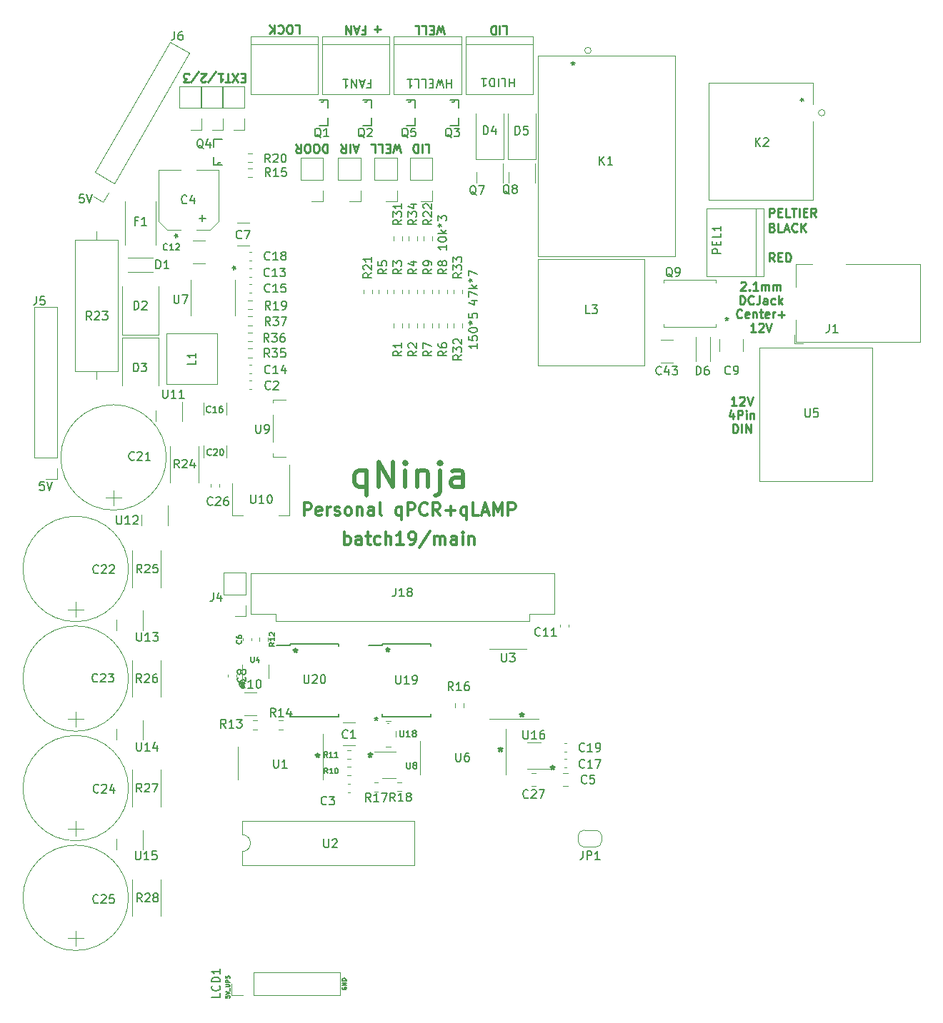
<source format=gto>
G04 #@! TF.GenerationSoftware,KiCad,Pcbnew,(6.0.5-0)*
G04 #@! TF.CreationDate,2022-10-21T13:34:58+09:00*
G04 #@! TF.ProjectId,qPCR-main,71504352-2d6d-4616-996e-2e6b69636164,rev?*
G04 #@! TF.SameCoordinates,Original*
G04 #@! TF.FileFunction,Legend,Top*
G04 #@! TF.FilePolarity,Positive*
%FSLAX46Y46*%
G04 Gerber Fmt 4.6, Leading zero omitted, Abs format (unit mm)*
G04 Created by KiCad (PCBNEW (6.0.5-0)) date 2022-10-21 13:34:58*
%MOMM*%
%LPD*%
G01*
G04 APERTURE LIST*
%ADD10C,0.150000*%
%ADD11C,0.300000*%
%ADD12C,0.127000*%
%ADD13C,0.254000*%
%ADD14C,0.500000*%
%ADD15C,0.120000*%
%ADD16C,0.152400*%
G04 APERTURE END LIST*
D10*
X86509523Y-54392380D02*
X86033333Y-54392380D01*
X85985714Y-54868571D01*
X86033333Y-54820952D01*
X86128571Y-54773333D01*
X86366666Y-54773333D01*
X86461904Y-54820952D01*
X86509523Y-54868571D01*
X86557142Y-54963809D01*
X86557142Y-55201904D01*
X86509523Y-55297142D01*
X86461904Y-55344761D01*
X86366666Y-55392380D01*
X86128571Y-55392380D01*
X86033333Y-55344761D01*
X85985714Y-55297142D01*
X86842857Y-54392380D02*
X87176190Y-55392380D01*
X87509523Y-54392380D01*
D11*
X117421432Y-95928571D02*
X117421432Y-94428571D01*
X117421432Y-95000000D02*
X117564289Y-94928571D01*
X117850004Y-94928571D01*
X117992861Y-95000000D01*
X118064289Y-95071428D01*
X118135718Y-95214285D01*
X118135718Y-95642857D01*
X118064289Y-95785714D01*
X117992861Y-95857142D01*
X117850004Y-95928571D01*
X117564289Y-95928571D01*
X117421432Y-95857142D01*
X119421432Y-95928571D02*
X119421432Y-95142857D01*
X119350004Y-95000000D01*
X119207146Y-94928571D01*
X118921432Y-94928571D01*
X118778575Y-95000000D01*
X119421432Y-95857142D02*
X119278575Y-95928571D01*
X118921432Y-95928571D01*
X118778575Y-95857142D01*
X118707146Y-95714285D01*
X118707146Y-95571428D01*
X118778575Y-95428571D01*
X118921432Y-95357142D01*
X119278575Y-95357142D01*
X119421432Y-95285714D01*
X119921432Y-94928571D02*
X120492861Y-94928571D01*
X120135718Y-94428571D02*
X120135718Y-95714285D01*
X120207146Y-95857142D01*
X120350004Y-95928571D01*
X120492861Y-95928571D01*
X121635718Y-95857142D02*
X121492861Y-95928571D01*
X121207146Y-95928571D01*
X121064289Y-95857142D01*
X120992861Y-95785714D01*
X120921432Y-95642857D01*
X120921432Y-95214285D01*
X120992861Y-95071428D01*
X121064289Y-95000000D01*
X121207146Y-94928571D01*
X121492861Y-94928571D01*
X121635718Y-95000000D01*
X122278575Y-95928571D02*
X122278575Y-94428571D01*
X122921432Y-95928571D02*
X122921432Y-95142857D01*
X122850004Y-95000000D01*
X122707146Y-94928571D01*
X122492861Y-94928571D01*
X122350004Y-95000000D01*
X122278575Y-95071428D01*
X124421432Y-95928571D02*
X123564289Y-95928571D01*
X123992861Y-95928571D02*
X123992861Y-94428571D01*
X123850004Y-94642857D01*
X123707146Y-94785714D01*
X123564289Y-94857142D01*
X125135718Y-95928571D02*
X125421432Y-95928571D01*
X125564289Y-95857142D01*
X125635718Y-95785714D01*
X125778575Y-95571428D01*
X125850004Y-95285714D01*
X125850004Y-94714285D01*
X125778575Y-94571428D01*
X125707146Y-94500000D01*
X125564289Y-94428571D01*
X125278575Y-94428571D01*
X125135718Y-94500000D01*
X125064289Y-94571428D01*
X124992861Y-94714285D01*
X124992861Y-95071428D01*
X125064289Y-95214285D01*
X125135718Y-95285714D01*
X125278575Y-95357142D01*
X125564289Y-95357142D01*
X125707146Y-95285714D01*
X125778575Y-95214285D01*
X125850004Y-95071428D01*
X127564289Y-94357142D02*
X126278575Y-96285714D01*
X128064289Y-95928571D02*
X128064289Y-94928571D01*
X128064289Y-95071428D02*
X128135718Y-95000000D01*
X128278575Y-94928571D01*
X128492861Y-94928571D01*
X128635718Y-95000000D01*
X128707146Y-95142857D01*
X128707146Y-95928571D01*
X128707146Y-95142857D02*
X128778575Y-95000000D01*
X128921432Y-94928571D01*
X129135718Y-94928571D01*
X129278575Y-95000000D01*
X129350004Y-95142857D01*
X129350004Y-95928571D01*
X130707146Y-95928571D02*
X130707146Y-95142857D01*
X130635718Y-95000000D01*
X130492861Y-94928571D01*
X130207146Y-94928571D01*
X130064289Y-95000000D01*
X130707146Y-95857142D02*
X130564289Y-95928571D01*
X130207146Y-95928571D01*
X130064289Y-95857142D01*
X129992861Y-95714285D01*
X129992861Y-95571428D01*
X130064289Y-95428571D01*
X130207146Y-95357142D01*
X130564289Y-95357142D01*
X130707146Y-95285714D01*
X131421432Y-95928571D02*
X131421432Y-94928571D01*
X131421432Y-94428571D02*
X131350004Y-94500000D01*
X131421432Y-94571428D01*
X131492861Y-94500000D01*
X131421432Y-94428571D01*
X131421432Y-94571428D01*
X132135718Y-94928571D02*
X132135718Y-95928571D01*
X132135718Y-95071428D02*
X132207146Y-95000000D01*
X132350004Y-94928571D01*
X132564289Y-94928571D01*
X132707146Y-95000000D01*
X132778575Y-95142857D01*
X132778575Y-95928571D01*
D12*
X103291809Y-149452285D02*
X103291809Y-149694190D01*
X103533714Y-149718380D01*
X103509523Y-149694190D01*
X103485333Y-149645809D01*
X103485333Y-149524857D01*
X103509523Y-149476476D01*
X103533714Y-149452285D01*
X103582095Y-149428095D01*
X103703047Y-149428095D01*
X103751428Y-149452285D01*
X103775619Y-149476476D01*
X103799809Y-149524857D01*
X103799809Y-149645809D01*
X103775619Y-149694190D01*
X103751428Y-149718380D01*
X103291809Y-149282952D02*
X103799809Y-149113619D01*
X103291809Y-148944285D01*
X103848190Y-148895904D02*
X103848190Y-148508857D01*
X103291809Y-148387904D02*
X103703047Y-148387904D01*
X103751428Y-148363714D01*
X103775619Y-148339523D01*
X103799809Y-148291142D01*
X103799809Y-148194380D01*
X103775619Y-148146000D01*
X103751428Y-148121809D01*
X103703047Y-148097619D01*
X103291809Y-148097619D01*
X103799809Y-147855714D02*
X103291809Y-147855714D01*
X103291809Y-147662190D01*
X103316000Y-147613809D01*
X103340190Y-147589619D01*
X103388571Y-147565428D01*
X103461142Y-147565428D01*
X103509523Y-147589619D01*
X103533714Y-147613809D01*
X103557904Y-147662190D01*
X103557904Y-147855714D01*
X103775619Y-147371904D02*
X103799809Y-147299333D01*
X103799809Y-147178380D01*
X103775619Y-147130000D01*
X103751428Y-147105809D01*
X103703047Y-147081619D01*
X103654666Y-147081619D01*
X103606285Y-147105809D01*
X103582095Y-147130000D01*
X103557904Y-147178380D01*
X103533714Y-147275142D01*
X103509523Y-147323523D01*
X103485333Y-147347714D01*
X103436952Y-147371904D01*
X103388571Y-147371904D01*
X103340190Y-147347714D01*
X103316000Y-147323523D01*
X103291809Y-147275142D01*
X103291809Y-147154190D01*
X103316000Y-147081619D01*
D13*
X136135428Y-34410380D02*
X136619238Y-34410380D01*
X136619238Y-35426380D01*
X135796761Y-34410380D02*
X135796761Y-35426380D01*
X135312952Y-34410380D02*
X135312952Y-35426380D01*
X135071047Y-35426380D01*
X134925904Y-35378000D01*
X134829142Y-35281238D01*
X134780761Y-35184476D01*
X134732380Y-34990952D01*
X134732380Y-34845809D01*
X134780761Y-34652285D01*
X134829142Y-34555523D01*
X134925904Y-34458761D01*
X135071047Y-34410380D01*
X135312952Y-34410380D01*
X129217523Y-35426380D02*
X128975619Y-34410380D01*
X128782095Y-35136095D01*
X128588571Y-34410380D01*
X128346666Y-35426380D01*
X127959619Y-34942571D02*
X127620952Y-34942571D01*
X127475809Y-34410380D02*
X127959619Y-34410380D01*
X127959619Y-35426380D01*
X127475809Y-35426380D01*
X126556571Y-34410380D02*
X127040380Y-34410380D01*
X127040380Y-35426380D01*
X125734095Y-34410380D02*
X126217904Y-34410380D01*
X126217904Y-35426380D01*
X119522476Y-34942571D02*
X119861142Y-34942571D01*
X119861142Y-34410380D02*
X119861142Y-35426380D01*
X119377333Y-35426380D01*
X119038666Y-34700666D02*
X118554857Y-34700666D01*
X119135428Y-34410380D02*
X118796761Y-35426380D01*
X118458095Y-34410380D01*
X118119428Y-34410380D02*
X118119428Y-35426380D01*
X117538857Y-34410380D01*
X117538857Y-35426380D01*
X111533714Y-34310380D02*
X112017523Y-34310380D01*
X112017523Y-35326380D01*
X111001523Y-35326380D02*
X110808000Y-35326380D01*
X110711238Y-35278000D01*
X110614476Y-35181238D01*
X110566095Y-34987714D01*
X110566095Y-34649047D01*
X110614476Y-34455523D01*
X110711238Y-34358761D01*
X110808000Y-34310380D01*
X111001523Y-34310380D01*
X111098285Y-34358761D01*
X111195047Y-34455523D01*
X111243428Y-34649047D01*
X111243428Y-34987714D01*
X111195047Y-35181238D01*
X111098285Y-35278000D01*
X111001523Y-35326380D01*
X109550095Y-34407142D02*
X109598476Y-34358761D01*
X109743619Y-34310380D01*
X109840380Y-34310380D01*
X109985523Y-34358761D01*
X110082285Y-34455523D01*
X110130666Y-34552285D01*
X110179047Y-34745809D01*
X110179047Y-34890952D01*
X110130666Y-35084476D01*
X110082285Y-35181238D01*
X109985523Y-35278000D01*
X109840380Y-35326380D01*
X109743619Y-35326380D01*
X109598476Y-35278000D01*
X109550095Y-35229619D01*
X109114666Y-34310380D02*
X109114666Y-35326380D01*
X108534095Y-34310380D02*
X108969523Y-34890952D01*
X108534095Y-35326380D02*
X109114666Y-34745809D01*
X105604380Y-40572571D02*
X105265714Y-40572571D01*
X105120571Y-40040380D02*
X105604380Y-40040380D01*
X105604380Y-41056380D01*
X105120571Y-41056380D01*
X104781904Y-41056380D02*
X104104571Y-40040380D01*
X104104571Y-41056380D02*
X104781904Y-40040380D01*
X103862666Y-41056380D02*
X103282095Y-41056380D01*
X103572380Y-40040380D02*
X103572380Y-41056380D01*
X102411238Y-40040380D02*
X102991809Y-40040380D01*
X102701523Y-40040380D02*
X102701523Y-41056380D01*
X102798285Y-40911238D01*
X102895047Y-40814476D01*
X102991809Y-40766095D01*
X101250095Y-41104761D02*
X102120952Y-39798476D01*
X100959809Y-40959619D02*
X100911428Y-41008000D01*
X100814666Y-41056380D01*
X100572761Y-41056380D01*
X100476000Y-41008000D01*
X100427619Y-40959619D01*
X100379238Y-40862857D01*
X100379238Y-40766095D01*
X100427619Y-40620952D01*
X101008190Y-40040380D01*
X100379238Y-40040380D01*
X99218095Y-41104761D02*
X100088952Y-39798476D01*
X98976190Y-41056380D02*
X98347238Y-41056380D01*
X98685904Y-40669333D01*
X98540761Y-40669333D01*
X98444000Y-40620952D01*
X98395619Y-40572571D01*
X98347238Y-40475809D01*
X98347238Y-40233904D01*
X98395619Y-40137142D01*
X98444000Y-40088761D01*
X98540761Y-40040380D01*
X98831047Y-40040380D01*
X98927809Y-40088761D01*
X98976190Y-40137142D01*
X115368476Y-48440380D02*
X115368476Y-49456380D01*
X115126571Y-49456380D01*
X114981428Y-49408000D01*
X114884666Y-49311238D01*
X114836285Y-49214476D01*
X114787904Y-49020952D01*
X114787904Y-48875809D01*
X114836285Y-48682285D01*
X114884666Y-48585523D01*
X114981428Y-48488761D01*
X115126571Y-48440380D01*
X115368476Y-48440380D01*
X114158952Y-49456380D02*
X113965428Y-49456380D01*
X113868666Y-49408000D01*
X113771904Y-49311238D01*
X113723523Y-49117714D01*
X113723523Y-48779047D01*
X113771904Y-48585523D01*
X113868666Y-48488761D01*
X113965428Y-48440380D01*
X114158952Y-48440380D01*
X114255714Y-48488761D01*
X114352476Y-48585523D01*
X114400857Y-48779047D01*
X114400857Y-49117714D01*
X114352476Y-49311238D01*
X114255714Y-49408000D01*
X114158952Y-49456380D01*
X113094571Y-49456380D02*
X112901047Y-49456380D01*
X112804285Y-49408000D01*
X112707523Y-49311238D01*
X112659142Y-49117714D01*
X112659142Y-48779047D01*
X112707523Y-48585523D01*
X112804285Y-48488761D01*
X112901047Y-48440380D01*
X113094571Y-48440380D01*
X113191333Y-48488761D01*
X113288095Y-48585523D01*
X113336476Y-48779047D01*
X113336476Y-49117714D01*
X113288095Y-49311238D01*
X113191333Y-49408000D01*
X113094571Y-49456380D01*
X111643142Y-48440380D02*
X111981809Y-48924190D01*
X112223714Y-48440380D02*
X112223714Y-49456380D01*
X111836666Y-49456380D01*
X111739904Y-49408000D01*
X111691523Y-49359619D01*
X111643142Y-49262857D01*
X111643142Y-49117714D01*
X111691523Y-49020952D01*
X111739904Y-48972571D01*
X111836666Y-48924190D01*
X112223714Y-48924190D01*
X118966809Y-48730666D02*
X118483000Y-48730666D01*
X119063571Y-48440380D02*
X118724904Y-49456380D01*
X118386238Y-48440380D01*
X118047571Y-48440380D02*
X118047571Y-49456380D01*
X116983190Y-48440380D02*
X117321857Y-48924190D01*
X117563761Y-48440380D02*
X117563761Y-49456380D01*
X117176714Y-49456380D01*
X117079952Y-49408000D01*
X117031571Y-49359619D01*
X116983190Y-49262857D01*
X116983190Y-49117714D01*
X117031571Y-49020952D01*
X117079952Y-48972571D01*
X117176714Y-48924190D01*
X117563761Y-48924190D01*
X124037472Y-49456380D02*
X123795568Y-48440380D01*
X123602044Y-49166095D01*
X123408520Y-48440380D01*
X123166615Y-49456380D01*
X122779568Y-48972571D02*
X122440901Y-48972571D01*
X122295758Y-48440380D02*
X122779568Y-48440380D01*
X122779568Y-49456380D01*
X122295758Y-49456380D01*
X121376520Y-48440380D02*
X121860329Y-48440380D01*
X121860329Y-49456380D01*
X120554044Y-48440380D02*
X121037853Y-48440380D01*
X121037853Y-49456380D01*
X126918436Y-48440384D02*
X127402246Y-48440384D01*
X127402246Y-49456384D01*
X126579769Y-48440384D02*
X126579769Y-49456384D01*
X126095960Y-48440384D02*
X126095960Y-49456384D01*
X125854055Y-49456384D01*
X125708912Y-49408004D01*
X125612150Y-49311242D01*
X125563769Y-49214480D01*
X125515388Y-49020956D01*
X125515388Y-48875813D01*
X125563769Y-48682289D01*
X125612150Y-48585527D01*
X125708912Y-48488765D01*
X125854055Y-48440384D01*
X126095960Y-48440384D01*
D12*
X117126000Y-148437047D02*
X117101809Y-148485428D01*
X117101809Y-148558000D01*
X117126000Y-148630571D01*
X117174380Y-148678952D01*
X117222761Y-148703142D01*
X117319523Y-148727333D01*
X117392095Y-148727333D01*
X117488857Y-148703142D01*
X117537238Y-148678952D01*
X117585619Y-148630571D01*
X117609809Y-148558000D01*
X117609809Y-148509619D01*
X117585619Y-148437047D01*
X117561428Y-148412857D01*
X117392095Y-148412857D01*
X117392095Y-148509619D01*
X117609809Y-148195142D02*
X117101809Y-148195142D01*
X117609809Y-147904857D01*
X117101809Y-147904857D01*
X117609809Y-147662952D02*
X117101809Y-147662952D01*
X117101809Y-147542000D01*
X117126000Y-147469428D01*
X117174380Y-147421047D01*
X117222761Y-147396857D01*
X117319523Y-147372666D01*
X117392095Y-147372666D01*
X117488857Y-147396857D01*
X117537238Y-147421047D01*
X117585619Y-147469428D01*
X117609809Y-147542000D01*
X117609809Y-147662952D01*
D13*
X122500000Y-108143619D02*
X122500000Y-108385523D01*
X122258095Y-108288761D02*
X122500000Y-108385523D01*
X122741904Y-108288761D01*
X122354857Y-108579047D02*
X122500000Y-108385523D01*
X122645142Y-108579047D01*
X135850000Y-119953619D02*
X135850000Y-120195523D01*
X135608095Y-120098761D02*
X135850000Y-120195523D01*
X136091904Y-120098761D01*
X135704857Y-120389047D02*
X135850000Y-120195523D01*
X135995142Y-120389047D01*
D10*
X81789523Y-88482380D02*
X81313333Y-88482380D01*
X81265714Y-88958571D01*
X81313333Y-88910952D01*
X81408571Y-88863333D01*
X81646666Y-88863333D01*
X81741904Y-88910952D01*
X81789523Y-88958571D01*
X81837142Y-89053809D01*
X81837142Y-89291904D01*
X81789523Y-89387142D01*
X81741904Y-89434761D01*
X81646666Y-89482380D01*
X81408571Y-89482380D01*
X81313333Y-89434761D01*
X81265714Y-89387142D01*
X82122857Y-88482380D02*
X82456190Y-89482380D01*
X82789523Y-88482380D01*
D11*
X112600000Y-92488571D02*
X112600000Y-90988571D01*
X113171428Y-90988571D01*
X113314285Y-91060000D01*
X113385714Y-91131428D01*
X113457142Y-91274285D01*
X113457142Y-91488571D01*
X113385714Y-91631428D01*
X113314285Y-91702857D01*
X113171428Y-91774285D01*
X112600000Y-91774285D01*
X114671428Y-92417142D02*
X114528571Y-92488571D01*
X114242857Y-92488571D01*
X114100000Y-92417142D01*
X114028571Y-92274285D01*
X114028571Y-91702857D01*
X114100000Y-91560000D01*
X114242857Y-91488571D01*
X114528571Y-91488571D01*
X114671428Y-91560000D01*
X114742857Y-91702857D01*
X114742857Y-91845714D01*
X114028571Y-91988571D01*
X115385714Y-92488571D02*
X115385714Y-91488571D01*
X115385714Y-91774285D02*
X115457142Y-91631428D01*
X115528571Y-91560000D01*
X115671428Y-91488571D01*
X115814285Y-91488571D01*
X116242857Y-92417142D02*
X116385714Y-92488571D01*
X116671428Y-92488571D01*
X116814285Y-92417142D01*
X116885714Y-92274285D01*
X116885714Y-92202857D01*
X116814285Y-92060000D01*
X116671428Y-91988571D01*
X116457142Y-91988571D01*
X116314285Y-91917142D01*
X116242857Y-91774285D01*
X116242857Y-91702857D01*
X116314285Y-91560000D01*
X116457142Y-91488571D01*
X116671428Y-91488571D01*
X116814285Y-91560000D01*
X117742857Y-92488571D02*
X117600000Y-92417142D01*
X117528571Y-92345714D01*
X117457142Y-92202857D01*
X117457142Y-91774285D01*
X117528571Y-91631428D01*
X117600000Y-91560000D01*
X117742857Y-91488571D01*
X117957142Y-91488571D01*
X118100000Y-91560000D01*
X118171428Y-91631428D01*
X118242857Y-91774285D01*
X118242857Y-92202857D01*
X118171428Y-92345714D01*
X118100000Y-92417142D01*
X117957142Y-92488571D01*
X117742857Y-92488571D01*
X118885714Y-91488571D02*
X118885714Y-92488571D01*
X118885714Y-91631428D02*
X118957142Y-91560000D01*
X119100000Y-91488571D01*
X119314285Y-91488571D01*
X119457142Y-91560000D01*
X119528571Y-91702857D01*
X119528571Y-92488571D01*
X120885714Y-92488571D02*
X120885714Y-91702857D01*
X120814285Y-91560000D01*
X120671428Y-91488571D01*
X120385714Y-91488571D01*
X120242857Y-91560000D01*
X120885714Y-92417142D02*
X120742857Y-92488571D01*
X120385714Y-92488571D01*
X120242857Y-92417142D01*
X120171428Y-92274285D01*
X120171428Y-92131428D01*
X120242857Y-91988571D01*
X120385714Y-91917142D01*
X120742857Y-91917142D01*
X120885714Y-91845714D01*
X121814285Y-92488571D02*
X121671428Y-92417142D01*
X121600000Y-92274285D01*
X121600000Y-90988571D01*
X124171428Y-91488571D02*
X124171428Y-92988571D01*
X124171428Y-92417142D02*
X124028571Y-92488571D01*
X123742857Y-92488571D01*
X123600000Y-92417142D01*
X123528571Y-92345714D01*
X123457142Y-92202857D01*
X123457142Y-91774285D01*
X123528571Y-91631428D01*
X123600000Y-91560000D01*
X123742857Y-91488571D01*
X124028571Y-91488571D01*
X124171428Y-91560000D01*
X124885714Y-92488571D02*
X124885714Y-90988571D01*
X125457142Y-90988571D01*
X125600000Y-91060000D01*
X125671428Y-91131428D01*
X125742857Y-91274285D01*
X125742857Y-91488571D01*
X125671428Y-91631428D01*
X125600000Y-91702857D01*
X125457142Y-91774285D01*
X124885714Y-91774285D01*
X127242857Y-92345714D02*
X127171428Y-92417142D01*
X126957142Y-92488571D01*
X126814285Y-92488571D01*
X126600000Y-92417142D01*
X126457142Y-92274285D01*
X126385714Y-92131428D01*
X126314285Y-91845714D01*
X126314285Y-91631428D01*
X126385714Y-91345714D01*
X126457142Y-91202857D01*
X126600000Y-91060000D01*
X126814285Y-90988571D01*
X126957142Y-90988571D01*
X127171428Y-91060000D01*
X127242857Y-91131428D01*
X128742857Y-92488571D02*
X128242857Y-91774285D01*
X127885714Y-92488571D02*
X127885714Y-90988571D01*
X128457142Y-90988571D01*
X128600000Y-91060000D01*
X128671428Y-91131428D01*
X128742857Y-91274285D01*
X128742857Y-91488571D01*
X128671428Y-91631428D01*
X128600000Y-91702857D01*
X128457142Y-91774285D01*
X127885714Y-91774285D01*
X129385714Y-91917142D02*
X130528571Y-91917142D01*
X129957142Y-92488571D02*
X129957142Y-91345714D01*
X131885714Y-91488571D02*
X131885714Y-92988571D01*
X131885714Y-92417142D02*
X131742857Y-92488571D01*
X131457142Y-92488571D01*
X131314285Y-92417142D01*
X131242857Y-92345714D01*
X131171428Y-92202857D01*
X131171428Y-91774285D01*
X131242857Y-91631428D01*
X131314285Y-91560000D01*
X131457142Y-91488571D01*
X131742857Y-91488571D01*
X131885714Y-91560000D01*
X133314285Y-92488571D02*
X132600000Y-92488571D01*
X132600000Y-90988571D01*
X133742857Y-92060000D02*
X134457142Y-92060000D01*
X133600000Y-92488571D02*
X134100000Y-90988571D01*
X134600000Y-92488571D01*
X135100000Y-92488571D02*
X135100000Y-90988571D01*
X135600000Y-92060000D01*
X136100000Y-90988571D01*
X136100000Y-92488571D01*
X136814285Y-92488571D02*
X136814285Y-90988571D01*
X137385714Y-90988571D01*
X137528571Y-91060000D01*
X137600000Y-91131428D01*
X137671428Y-91274285D01*
X137671428Y-91488571D01*
X137600000Y-91631428D01*
X137528571Y-91702857D01*
X137385714Y-91774285D01*
X136814285Y-91774285D01*
D14*
X120028571Y-87117142D02*
X120028571Y-90117142D01*
X120028571Y-88974285D02*
X119742857Y-89117142D01*
X119171428Y-89117142D01*
X118885714Y-88974285D01*
X118742857Y-88831428D01*
X118600000Y-88545714D01*
X118600000Y-87688571D01*
X118742857Y-87402857D01*
X118885714Y-87260000D01*
X119171428Y-87117142D01*
X119742857Y-87117142D01*
X120028571Y-87260000D01*
X121457142Y-89117142D02*
X121457142Y-86117142D01*
X123171428Y-89117142D01*
X123171428Y-86117142D01*
X124600000Y-89117142D02*
X124600000Y-87117142D01*
X124600000Y-86117142D02*
X124457142Y-86260000D01*
X124600000Y-86402857D01*
X124742857Y-86260000D01*
X124600000Y-86117142D01*
X124600000Y-86402857D01*
X126028571Y-87117142D02*
X126028571Y-89117142D01*
X126028571Y-87402857D02*
X126171428Y-87260000D01*
X126457142Y-87117142D01*
X126885714Y-87117142D01*
X127171428Y-87260000D01*
X127314285Y-87545714D01*
X127314285Y-89117142D01*
X128742857Y-87117142D02*
X128742857Y-89688571D01*
X128600000Y-89974285D01*
X128314285Y-90117142D01*
X128171428Y-90117142D01*
X128742857Y-86117142D02*
X128600000Y-86260000D01*
X128742857Y-86402857D01*
X128885714Y-86260000D01*
X128742857Y-86117142D01*
X128742857Y-86402857D01*
X131457142Y-89117142D02*
X131457142Y-87545714D01*
X131314285Y-87260000D01*
X131028571Y-87117142D01*
X130457142Y-87117142D01*
X130171428Y-87260000D01*
X131457142Y-88974285D02*
X131171428Y-89117142D01*
X130457142Y-89117142D01*
X130171428Y-88974285D01*
X130028571Y-88688571D01*
X130028571Y-88402857D01*
X130171428Y-88117142D01*
X130457142Y-87974285D01*
X131171428Y-87974285D01*
X131457142Y-87831428D01*
D13*
X164379333Y-64866740D02*
X164427714Y-64818360D01*
X164524476Y-64769979D01*
X164766380Y-64769979D01*
X164863142Y-64818360D01*
X164911523Y-64866740D01*
X164959904Y-64963502D01*
X164959904Y-65060264D01*
X164911523Y-65205407D01*
X164330952Y-65785979D01*
X164959904Y-65785979D01*
X165395333Y-65689217D02*
X165443714Y-65737598D01*
X165395333Y-65785979D01*
X165346952Y-65737598D01*
X165395333Y-65689217D01*
X165395333Y-65785979D01*
X166411333Y-65785979D02*
X165830761Y-65785979D01*
X166121047Y-65785979D02*
X166121047Y-64769979D01*
X166024285Y-64915121D01*
X165927523Y-65011883D01*
X165830761Y-65060264D01*
X166846761Y-65785979D02*
X166846761Y-65108645D01*
X166846761Y-65205407D02*
X166895142Y-65157026D01*
X166991904Y-65108645D01*
X167137047Y-65108645D01*
X167233809Y-65157026D01*
X167282190Y-65253788D01*
X167282190Y-65785979D01*
X167282190Y-65253788D02*
X167330571Y-65157026D01*
X167427333Y-65108645D01*
X167572476Y-65108645D01*
X167669238Y-65157026D01*
X167717619Y-65253788D01*
X167717619Y-65785979D01*
X168201428Y-65785979D02*
X168201428Y-65108645D01*
X168201428Y-65205407D02*
X168249809Y-65157026D01*
X168346571Y-65108645D01*
X168491714Y-65108645D01*
X168588476Y-65157026D01*
X168636857Y-65253788D01*
X168636857Y-65785979D01*
X168636857Y-65253788D02*
X168685238Y-65157026D01*
X168782000Y-65108645D01*
X168927142Y-65108645D01*
X169023904Y-65157026D01*
X169072285Y-65253788D01*
X169072285Y-65785979D01*
X164282571Y-67421739D02*
X164282571Y-66405739D01*
X164524476Y-66405739D01*
X164669619Y-66454120D01*
X164766380Y-66550881D01*
X164814761Y-66647643D01*
X164863142Y-66841167D01*
X164863142Y-66986310D01*
X164814761Y-67179834D01*
X164766380Y-67276596D01*
X164669619Y-67373358D01*
X164524476Y-67421739D01*
X164282571Y-67421739D01*
X165879142Y-67324977D02*
X165830761Y-67373358D01*
X165685619Y-67421739D01*
X165588857Y-67421739D01*
X165443714Y-67373358D01*
X165346952Y-67276596D01*
X165298571Y-67179834D01*
X165250190Y-66986310D01*
X165250190Y-66841167D01*
X165298571Y-66647643D01*
X165346952Y-66550881D01*
X165443714Y-66454120D01*
X165588857Y-66405739D01*
X165685619Y-66405739D01*
X165830761Y-66454120D01*
X165879142Y-66502500D01*
X166604857Y-66405739D02*
X166604857Y-67131453D01*
X166556476Y-67276596D01*
X166459714Y-67373358D01*
X166314571Y-67421739D01*
X166217809Y-67421739D01*
X167524095Y-67421739D02*
X167524095Y-66889548D01*
X167475714Y-66792786D01*
X167378952Y-66744405D01*
X167185428Y-66744405D01*
X167088666Y-66792786D01*
X167524095Y-67373358D02*
X167427333Y-67421739D01*
X167185428Y-67421739D01*
X167088666Y-67373358D01*
X167040285Y-67276596D01*
X167040285Y-67179834D01*
X167088666Y-67083072D01*
X167185428Y-67034691D01*
X167427333Y-67034691D01*
X167524095Y-66986310D01*
X168443333Y-67373358D02*
X168346571Y-67421739D01*
X168153047Y-67421739D01*
X168056285Y-67373358D01*
X168007904Y-67324977D01*
X167959523Y-67228215D01*
X167959523Y-66937929D01*
X168007904Y-66841167D01*
X168056285Y-66792786D01*
X168153047Y-66744405D01*
X168346571Y-66744405D01*
X168443333Y-66792786D01*
X168878761Y-67421739D02*
X168878761Y-66405739D01*
X168975523Y-67034691D02*
X169265809Y-67421739D01*
X169265809Y-66744405D02*
X168878761Y-67131453D01*
X164500285Y-68960737D02*
X164451904Y-69009118D01*
X164306761Y-69057499D01*
X164210000Y-69057499D01*
X164064857Y-69009118D01*
X163968095Y-68912356D01*
X163919714Y-68815594D01*
X163871333Y-68622070D01*
X163871333Y-68476927D01*
X163919714Y-68283403D01*
X163968095Y-68186641D01*
X164064857Y-68089880D01*
X164210000Y-68041499D01*
X164306761Y-68041499D01*
X164451904Y-68089880D01*
X164500285Y-68138260D01*
X165322761Y-69009118D02*
X165226000Y-69057499D01*
X165032476Y-69057499D01*
X164935714Y-69009118D01*
X164887333Y-68912356D01*
X164887333Y-68525308D01*
X164935714Y-68428546D01*
X165032476Y-68380165D01*
X165226000Y-68380165D01*
X165322761Y-68428546D01*
X165371142Y-68525308D01*
X165371142Y-68622070D01*
X164887333Y-68718832D01*
X165806571Y-68380165D02*
X165806571Y-69057499D01*
X165806571Y-68476927D02*
X165854952Y-68428546D01*
X165951714Y-68380165D01*
X166096857Y-68380165D01*
X166193619Y-68428546D01*
X166242000Y-68525308D01*
X166242000Y-69057499D01*
X166580666Y-68380165D02*
X166967714Y-68380165D01*
X166725809Y-68041499D02*
X166725809Y-68912356D01*
X166774190Y-69009118D01*
X166870952Y-69057499D01*
X166967714Y-69057499D01*
X167693428Y-69009118D02*
X167596666Y-69057499D01*
X167403142Y-69057499D01*
X167306380Y-69009118D01*
X167258000Y-68912356D01*
X167258000Y-68525308D01*
X167306380Y-68428546D01*
X167403142Y-68380165D01*
X167596666Y-68380165D01*
X167693428Y-68428546D01*
X167741809Y-68525308D01*
X167741809Y-68622070D01*
X167258000Y-68718832D01*
X168177238Y-69057499D02*
X168177238Y-68380165D01*
X168177238Y-68573689D02*
X168225619Y-68476927D01*
X168274000Y-68428546D01*
X168370761Y-68380165D01*
X168467523Y-68380165D01*
X168806190Y-68670451D02*
X169580285Y-68670451D01*
X169193238Y-69057499D02*
X169193238Y-68283403D01*
X166121047Y-70693259D02*
X165540476Y-70693259D01*
X165830761Y-70693259D02*
X165830761Y-69677259D01*
X165734000Y-69822401D01*
X165637238Y-69919163D01*
X165540476Y-69967544D01*
X166508095Y-69774020D02*
X166556476Y-69725640D01*
X166653238Y-69677259D01*
X166895142Y-69677259D01*
X166991904Y-69725640D01*
X167040285Y-69774020D01*
X167088666Y-69870782D01*
X167088666Y-69967544D01*
X167040285Y-70112687D01*
X166459714Y-70693259D01*
X167088666Y-70693259D01*
X167378952Y-69677259D02*
X167717619Y-70693259D01*
X168056285Y-69677259D01*
X142010000Y-122133619D02*
X142010000Y-122375523D01*
X141768095Y-122278761D02*
X142010000Y-122375523D01*
X142251904Y-122278761D01*
X141864857Y-122569047D02*
X142010000Y-122375523D01*
X142155142Y-122569047D01*
X121687058Y-34797437D02*
X120912963Y-34797437D01*
X121300011Y-34410389D02*
X121300011Y-35184485D01*
D10*
X132485714Y-67017619D02*
X133152380Y-67017619D01*
X132104761Y-67255714D02*
X132819047Y-67493809D01*
X132819047Y-66874761D01*
X132152380Y-66589047D02*
X132152380Y-65922380D01*
X133152380Y-66350952D01*
X133152380Y-65541428D02*
X132152380Y-65541428D01*
X132771428Y-65446190D02*
X133152380Y-65160476D01*
X132485714Y-65160476D02*
X132866666Y-65541428D01*
X132152380Y-64589047D02*
X132390476Y-64589047D01*
X132295238Y-64827142D02*
X132390476Y-64589047D01*
X132295238Y-64350952D01*
X132580952Y-64731904D02*
X132390476Y-64589047D01*
X132580952Y-64446190D01*
X132152380Y-64065238D02*
X132152380Y-63398571D01*
X133152380Y-63827142D01*
D13*
X111560000Y-108233619D02*
X111560000Y-108475523D01*
X111318095Y-108378761D02*
X111560000Y-108475523D01*
X111801904Y-108378761D01*
X111414857Y-108669047D02*
X111560000Y-108475523D01*
X111705142Y-108669047D01*
D10*
X133152380Y-72093809D02*
X133152380Y-72665238D01*
X133152380Y-72379523D02*
X132152380Y-72379523D01*
X132295238Y-72474761D01*
X132390476Y-72570000D01*
X132438095Y-72665238D01*
X132152380Y-71189047D02*
X132152380Y-71665238D01*
X132628571Y-71712857D01*
X132580952Y-71665238D01*
X132533333Y-71570000D01*
X132533333Y-71331904D01*
X132580952Y-71236666D01*
X132628571Y-71189047D01*
X132723809Y-71141428D01*
X132961904Y-71141428D01*
X133057142Y-71189047D01*
X133104761Y-71236666D01*
X133152380Y-71331904D01*
X133152380Y-71570000D01*
X133104761Y-71665238D01*
X133057142Y-71712857D01*
X132152380Y-70522380D02*
X132152380Y-70427142D01*
X132200000Y-70331904D01*
X132247619Y-70284285D01*
X132342857Y-70236666D01*
X132533333Y-70189047D01*
X132771428Y-70189047D01*
X132961904Y-70236666D01*
X133057142Y-70284285D01*
X133104761Y-70331904D01*
X133152380Y-70427142D01*
X133152380Y-70522380D01*
X133104761Y-70617619D01*
X133057142Y-70665238D01*
X132961904Y-70712857D01*
X132771428Y-70760476D01*
X132533333Y-70760476D01*
X132342857Y-70712857D01*
X132247619Y-70665238D01*
X132200000Y-70617619D01*
X132152380Y-70522380D01*
X132152380Y-69617619D02*
X132390476Y-69617619D01*
X132295238Y-69855714D02*
X132390476Y-69617619D01*
X132295238Y-69379523D01*
X132580952Y-69760476D02*
X132390476Y-69617619D01*
X132580952Y-69474761D01*
X132152380Y-68522380D02*
X132152380Y-68998571D01*
X132628571Y-69046190D01*
X132580952Y-68998571D01*
X132533333Y-68903333D01*
X132533333Y-68665238D01*
X132580952Y-68570000D01*
X132628571Y-68522380D01*
X132723809Y-68474761D01*
X132961904Y-68474761D01*
X133057142Y-68522380D01*
X133104761Y-68570000D01*
X133152380Y-68665238D01*
X133152380Y-68903333D01*
X133104761Y-68998571D01*
X133057142Y-69046190D01*
D13*
X168346857Y-62359619D02*
X168008190Y-61875809D01*
X167766285Y-62359619D02*
X167766285Y-61343619D01*
X168153333Y-61343619D01*
X168250095Y-61392000D01*
X168298476Y-61440380D01*
X168346857Y-61537142D01*
X168346857Y-61682285D01*
X168298476Y-61779047D01*
X168250095Y-61827428D01*
X168153333Y-61875809D01*
X167766285Y-61875809D01*
X168782285Y-61827428D02*
X169120952Y-61827428D01*
X169266095Y-62359619D02*
X168782285Y-62359619D01*
X168782285Y-61343619D01*
X169266095Y-61343619D01*
X169701523Y-62359619D02*
X169701523Y-61343619D01*
X169943428Y-61343619D01*
X170088571Y-61392000D01*
X170185333Y-61488761D01*
X170233714Y-61585523D01*
X170282095Y-61779047D01*
X170282095Y-61924190D01*
X170233714Y-62117714D01*
X170185333Y-62214476D01*
X170088571Y-62311238D01*
X169943428Y-62359619D01*
X169701523Y-62359619D01*
X163851058Y-79393853D02*
X163270487Y-79393853D01*
X163560772Y-79393853D02*
X163560772Y-78377853D01*
X163464011Y-78522995D01*
X163367249Y-78619757D01*
X163270487Y-78668138D01*
X164238106Y-78474614D02*
X164286487Y-78426234D01*
X164383249Y-78377853D01*
X164625153Y-78377853D01*
X164721915Y-78426234D01*
X164770296Y-78474614D01*
X164818677Y-78571376D01*
X164818677Y-78668138D01*
X164770296Y-78813281D01*
X164189725Y-79393853D01*
X164818677Y-79393853D01*
X165108963Y-78377853D02*
X165447630Y-79393853D01*
X165786296Y-78377853D01*
X163464011Y-80352279D02*
X163464011Y-81029613D01*
X163222106Y-79965232D02*
X162980201Y-80690946D01*
X163609153Y-80690946D01*
X163996201Y-81029613D02*
X163996201Y-80013613D01*
X164383249Y-80013613D01*
X164480011Y-80061994D01*
X164528391Y-80110374D01*
X164576772Y-80207136D01*
X164576772Y-80352279D01*
X164528391Y-80449041D01*
X164480011Y-80497422D01*
X164383249Y-80545803D01*
X163996201Y-80545803D01*
X165012201Y-81029613D02*
X165012201Y-80352279D01*
X165012201Y-80013613D02*
X164963820Y-80061994D01*
X165012201Y-80110374D01*
X165060582Y-80061994D01*
X165012201Y-80013613D01*
X165012201Y-80110374D01*
X165496011Y-80352279D02*
X165496011Y-81029613D01*
X165496011Y-80449041D02*
X165544391Y-80400660D01*
X165641153Y-80352279D01*
X165786296Y-80352279D01*
X165883058Y-80400660D01*
X165931439Y-80497422D01*
X165931439Y-81029613D01*
X163439820Y-82665373D02*
X163439820Y-81649373D01*
X163681725Y-81649373D01*
X163826868Y-81697754D01*
X163923630Y-81794515D01*
X163972011Y-81891277D01*
X164020391Y-82084801D01*
X164020391Y-82229944D01*
X163972011Y-82423468D01*
X163923630Y-82520230D01*
X163826868Y-82616992D01*
X163681725Y-82665373D01*
X163439820Y-82665373D01*
X164455820Y-82665373D02*
X164455820Y-81649373D01*
X164939630Y-82665373D02*
X164939630Y-81649373D01*
X165520201Y-82665373D01*
X165520201Y-81649373D01*
D10*
X129492381Y-60392380D02*
X129492381Y-60963809D01*
X129492381Y-60678095D02*
X128492381Y-60678095D01*
X128635239Y-60773333D01*
X128730477Y-60868571D01*
X128778096Y-60963809D01*
X128492381Y-59773333D02*
X128492381Y-59678095D01*
X128540001Y-59582857D01*
X128587620Y-59535238D01*
X128682858Y-59487619D01*
X128873334Y-59440000D01*
X129111429Y-59440000D01*
X129301905Y-59487619D01*
X129397143Y-59535238D01*
X129444762Y-59582857D01*
X129492381Y-59678095D01*
X129492381Y-59773333D01*
X129444762Y-59868571D01*
X129397143Y-59916190D01*
X129301905Y-59963809D01*
X129111429Y-60011428D01*
X128873334Y-60011428D01*
X128682858Y-59963809D01*
X128587620Y-59916190D01*
X128540001Y-59868571D01*
X128492381Y-59773333D01*
X129492381Y-59011428D02*
X128492381Y-59011428D01*
X129111429Y-58916190D02*
X129492381Y-58630476D01*
X128825715Y-58630476D02*
X129206667Y-59011428D01*
X128492381Y-58059047D02*
X128730477Y-58059047D01*
X128635239Y-58297142D02*
X128730477Y-58059047D01*
X128635239Y-57820952D01*
X128920953Y-58201904D02*
X128730477Y-58059047D01*
X128920953Y-57916190D01*
X128492381Y-57535238D02*
X128492381Y-56916190D01*
X128873334Y-57249523D01*
X128873334Y-57106666D01*
X128920953Y-57011428D01*
X128968572Y-56963809D01*
X129063810Y-56916190D01*
X129301905Y-56916190D01*
X129397143Y-56963809D01*
X129444762Y-57011428D01*
X129492381Y-57106666D01*
X129492381Y-57392380D01*
X129444762Y-57487619D01*
X129397143Y-57535238D01*
D13*
X138380000Y-115833619D02*
X138380000Y-116075523D01*
X138138095Y-115978761D02*
X138380000Y-116075523D01*
X138621904Y-115978761D01*
X138234857Y-116269047D02*
X138380000Y-116075523D01*
X138525142Y-116269047D01*
X105277505Y-112233619D02*
X105277505Y-112475523D01*
X105035600Y-112378761D02*
X105277505Y-112475523D01*
X105519409Y-112378761D01*
X105132362Y-112669047D02*
X105277505Y-112475523D01*
X105422647Y-112669047D01*
X167766476Y-57059619D02*
X167766476Y-56043619D01*
X168153523Y-56043619D01*
X168250285Y-56092000D01*
X168298666Y-56140380D01*
X168347047Y-56237142D01*
X168347047Y-56382285D01*
X168298666Y-56479047D01*
X168250285Y-56527428D01*
X168153523Y-56575809D01*
X167766476Y-56575809D01*
X168782476Y-56527428D02*
X169121142Y-56527428D01*
X169266285Y-57059619D02*
X168782476Y-57059619D01*
X168782476Y-56043619D01*
X169266285Y-56043619D01*
X170185523Y-57059619D02*
X169701714Y-57059619D01*
X169701714Y-56043619D01*
X170379047Y-56043619D02*
X170959619Y-56043619D01*
X170669333Y-57059619D02*
X170669333Y-56043619D01*
X171298285Y-57059619D02*
X171298285Y-56043619D01*
X171782095Y-56527428D02*
X172120761Y-56527428D01*
X172265904Y-57059619D02*
X171782095Y-57059619D01*
X171782095Y-56043619D01*
X172265904Y-56043619D01*
X173281904Y-57059619D02*
X172943238Y-56575809D01*
X172701333Y-57059619D02*
X172701333Y-56043619D01*
X173088380Y-56043619D01*
X173185142Y-56092000D01*
X173233523Y-56140380D01*
X173281904Y-56237142D01*
X173281904Y-56382285D01*
X173233523Y-56479047D01*
X173185142Y-56527428D01*
X173088380Y-56575809D01*
X172701333Y-56575809D01*
X120410000Y-120623619D02*
X120410000Y-120865523D01*
X120168095Y-120768761D02*
X120410000Y-120865523D01*
X120651904Y-120768761D01*
X120264857Y-121059047D02*
X120410000Y-120865523D01*
X120555142Y-121059047D01*
X168099904Y-58307428D02*
X168245047Y-58355809D01*
X168293428Y-58404190D01*
X168341809Y-58500952D01*
X168341809Y-58646095D01*
X168293428Y-58742857D01*
X168245047Y-58791238D01*
X168148285Y-58839619D01*
X167761238Y-58839619D01*
X167761238Y-57823619D01*
X168099904Y-57823619D01*
X168196666Y-57872000D01*
X168245047Y-57920380D01*
X168293428Y-58017142D01*
X168293428Y-58113904D01*
X168245047Y-58210666D01*
X168196666Y-58259047D01*
X168099904Y-58307428D01*
X167761238Y-58307428D01*
X169261047Y-58839619D02*
X168777238Y-58839619D01*
X168777238Y-57823619D01*
X169551333Y-58549333D02*
X170035142Y-58549333D01*
X169454571Y-58839619D02*
X169793238Y-57823619D01*
X170131904Y-58839619D01*
X171051142Y-58742857D02*
X171002761Y-58791238D01*
X170857619Y-58839619D01*
X170760857Y-58839619D01*
X170615714Y-58791238D01*
X170518952Y-58694476D01*
X170470571Y-58597714D01*
X170422190Y-58404190D01*
X170422190Y-58259047D01*
X170470571Y-58065523D01*
X170518952Y-57968761D01*
X170615714Y-57872000D01*
X170760857Y-57823619D01*
X170857619Y-57823619D01*
X171002761Y-57872000D01*
X171051142Y-57920380D01*
X171486571Y-58839619D02*
X171486571Y-57823619D01*
X172067142Y-58839619D02*
X171631714Y-58259047D01*
X172067142Y-57823619D02*
X171486571Y-58404190D01*
X114190000Y-120694239D02*
X114190000Y-120936143D01*
X113948095Y-120839381D02*
X114190000Y-120936143D01*
X114431904Y-120839381D01*
X114044857Y-121129667D02*
X114190000Y-120936143D01*
X114335142Y-121129667D01*
D10*
X80896666Y-66502380D02*
X80896666Y-67216666D01*
X80849047Y-67359523D01*
X80753809Y-67454761D01*
X80610952Y-67502380D01*
X80515714Y-67502380D01*
X81849047Y-66502380D02*
X81372857Y-66502380D01*
X81325238Y-66978571D01*
X81372857Y-66930952D01*
X81468095Y-66883333D01*
X81706190Y-66883333D01*
X81801428Y-66930952D01*
X81849047Y-66978571D01*
X81896666Y-67073809D01*
X81896666Y-67311904D01*
X81849047Y-67407142D01*
X81801428Y-67454761D01*
X81706190Y-67502380D01*
X81468095Y-67502380D01*
X81372857Y-67454761D01*
X81325238Y-67407142D01*
X97266666Y-35072380D02*
X97266666Y-35786666D01*
X97219047Y-35929523D01*
X97123809Y-36024761D01*
X96980952Y-36072380D01*
X96885714Y-36072380D01*
X98171428Y-35072380D02*
X97980952Y-35072380D01*
X97885714Y-35120000D01*
X97838095Y-35167619D01*
X97742857Y-35310476D01*
X97695238Y-35500952D01*
X97695238Y-35881904D01*
X97742857Y-35977142D01*
X97790476Y-36024761D01*
X97885714Y-36072380D01*
X98076190Y-36072380D01*
X98171428Y-36024761D01*
X98219047Y-35977142D01*
X98266666Y-35881904D01*
X98266666Y-35643809D01*
X98219047Y-35548571D01*
X98171428Y-35500952D01*
X98076190Y-35453333D01*
X97885714Y-35453333D01*
X97790476Y-35500952D01*
X97742857Y-35548571D01*
X97695238Y-35643809D01*
X102662380Y-149136666D02*
X102662380Y-149612857D01*
X101662380Y-149612857D01*
X102567142Y-148231904D02*
X102614761Y-148279523D01*
X102662380Y-148422380D01*
X102662380Y-148517619D01*
X102614761Y-148660476D01*
X102519523Y-148755714D01*
X102424285Y-148803333D01*
X102233809Y-148850952D01*
X102090952Y-148850952D01*
X101900476Y-148803333D01*
X101805238Y-148755714D01*
X101710000Y-148660476D01*
X101662380Y-148517619D01*
X101662380Y-148422380D01*
X101710000Y-148279523D01*
X101757619Y-148231904D01*
X102662380Y-147803333D02*
X101662380Y-147803333D01*
X101662380Y-147565238D01*
X101710000Y-147422380D01*
X101805238Y-147327142D01*
X101900476Y-147279523D01*
X102090952Y-147231904D01*
X102233809Y-147231904D01*
X102424285Y-147279523D01*
X102519523Y-147327142D01*
X102614761Y-147422380D01*
X102662380Y-147565238D01*
X102662380Y-147803333D01*
X102662380Y-146279523D02*
X102662380Y-146850952D01*
X102662380Y-146565238D02*
X101662380Y-146565238D01*
X101805238Y-146660476D01*
X101900476Y-146755714D01*
X101948095Y-146850952D01*
X130095238Y-40717619D02*
X130095238Y-41717619D01*
X130095238Y-41241428D02*
X129523809Y-41241428D01*
X129523809Y-40717619D02*
X129523809Y-41717619D01*
X129142857Y-41717619D02*
X128904761Y-40717619D01*
X128714285Y-41431904D01*
X128523809Y-40717619D01*
X128285714Y-41717619D01*
X127904761Y-41241428D02*
X127571428Y-41241428D01*
X127428571Y-40717619D02*
X127904761Y-40717619D01*
X127904761Y-41717619D01*
X127428571Y-41717619D01*
X126523809Y-40717619D02*
X127000000Y-40717619D01*
X127000000Y-41717619D01*
X125714285Y-40717619D02*
X126190476Y-40717619D01*
X126190476Y-41717619D01*
X124857142Y-40717619D02*
X125428571Y-40717619D01*
X125142857Y-40717619D02*
X125142857Y-41717619D01*
X125238095Y-41574761D01*
X125333333Y-41479523D01*
X125428571Y-41431904D01*
X101856666Y-101642380D02*
X101856666Y-102356666D01*
X101809047Y-102499523D01*
X101713809Y-102594761D01*
X101570952Y-102642380D01*
X101475714Y-102642380D01*
X102761428Y-101975714D02*
X102761428Y-102642380D01*
X102523333Y-101594761D02*
X102285238Y-102309047D01*
X102904285Y-102309047D01*
X145666666Y-132282380D02*
X145666666Y-132996666D01*
X145619047Y-133139523D01*
X145523809Y-133234761D01*
X145380952Y-133282380D01*
X145285714Y-133282380D01*
X146142857Y-133282380D02*
X146142857Y-132282380D01*
X146523809Y-132282380D01*
X146619047Y-132330000D01*
X146666666Y-132377619D01*
X146714285Y-132472857D01*
X146714285Y-132615714D01*
X146666666Y-132710952D01*
X146619047Y-132758571D01*
X146523809Y-132806190D01*
X146142857Y-132806190D01*
X147666666Y-133282380D02*
X147095238Y-133282380D01*
X147380952Y-133282380D02*
X147380952Y-132282380D01*
X147285714Y-132425238D01*
X147190476Y-132520476D01*
X147095238Y-132568095D01*
X95861904Y-77552380D02*
X95861904Y-78361904D01*
X95909523Y-78457142D01*
X95957142Y-78504761D01*
X96052380Y-78552380D01*
X96242857Y-78552380D01*
X96338095Y-78504761D01*
X96385714Y-78457142D01*
X96433333Y-78361904D01*
X96433333Y-77552380D01*
X97433333Y-78552380D02*
X96861904Y-78552380D01*
X97147619Y-78552380D02*
X97147619Y-77552380D01*
X97052380Y-77695238D01*
X96957142Y-77790476D01*
X96861904Y-77838095D01*
X98385714Y-78552380D02*
X97814285Y-78552380D01*
X98100000Y-78552380D02*
X98100000Y-77552380D01*
X98004761Y-77695238D01*
X97909523Y-77790476D01*
X97814285Y-77838095D01*
X90401904Y-92512380D02*
X90401904Y-93321904D01*
X90449523Y-93417142D01*
X90497142Y-93464761D01*
X90592380Y-93512380D01*
X90782857Y-93512380D01*
X90878095Y-93464761D01*
X90925714Y-93417142D01*
X90973333Y-93321904D01*
X90973333Y-92512380D01*
X91973333Y-93512380D02*
X91401904Y-93512380D01*
X91687619Y-93512380D02*
X91687619Y-92512380D01*
X91592380Y-92655238D01*
X91497142Y-92750476D01*
X91401904Y-92798095D01*
X92354285Y-92607619D02*
X92401904Y-92560000D01*
X92497142Y-92512380D01*
X92735238Y-92512380D01*
X92830476Y-92560000D01*
X92878095Y-92607619D01*
X92925714Y-92702857D01*
X92925714Y-92798095D01*
X92878095Y-92940952D01*
X92306666Y-93512380D01*
X92925714Y-93512380D01*
X92781904Y-106372380D02*
X92781904Y-107181904D01*
X92829523Y-107277142D01*
X92877142Y-107324761D01*
X92972380Y-107372380D01*
X93162857Y-107372380D01*
X93258095Y-107324761D01*
X93305714Y-107277142D01*
X93353333Y-107181904D01*
X93353333Y-106372380D01*
X94353333Y-107372380D02*
X93781904Y-107372380D01*
X94067619Y-107372380D02*
X94067619Y-106372380D01*
X93972380Y-106515238D01*
X93877142Y-106610476D01*
X93781904Y-106658095D01*
X94686666Y-106372380D02*
X95305714Y-106372380D01*
X94972380Y-106753333D01*
X95115238Y-106753333D01*
X95210476Y-106800952D01*
X95258095Y-106848571D01*
X95305714Y-106943809D01*
X95305714Y-107181904D01*
X95258095Y-107277142D01*
X95210476Y-107324761D01*
X95115238Y-107372380D01*
X94829523Y-107372380D01*
X94734285Y-107324761D01*
X94686666Y-107277142D01*
X92751904Y-119392380D02*
X92751904Y-120201904D01*
X92799523Y-120297142D01*
X92847142Y-120344761D01*
X92942380Y-120392380D01*
X93132857Y-120392380D01*
X93228095Y-120344761D01*
X93275714Y-120297142D01*
X93323333Y-120201904D01*
X93323333Y-119392380D01*
X94323333Y-120392380D02*
X93751904Y-120392380D01*
X94037619Y-120392380D02*
X94037619Y-119392380D01*
X93942380Y-119535238D01*
X93847142Y-119630476D01*
X93751904Y-119678095D01*
X95180476Y-119725714D02*
X95180476Y-120392380D01*
X94942380Y-119344761D02*
X94704285Y-120059047D01*
X95323333Y-120059047D01*
X92641904Y-132292380D02*
X92641904Y-133101904D01*
X92689523Y-133197142D01*
X92737142Y-133244761D01*
X92832380Y-133292380D01*
X93022857Y-133292380D01*
X93118095Y-133244761D01*
X93165714Y-133197142D01*
X93213333Y-133101904D01*
X93213333Y-132292380D01*
X94213333Y-133292380D02*
X93641904Y-133292380D01*
X93927619Y-133292380D02*
X93927619Y-132292380D01*
X93832380Y-132435238D01*
X93737142Y-132530476D01*
X93641904Y-132578095D01*
X95118095Y-132292380D02*
X94641904Y-132292380D01*
X94594285Y-132768571D01*
X94641904Y-132720952D01*
X94737142Y-132673333D01*
X94975238Y-132673333D01*
X95070476Y-132720952D01*
X95118095Y-132768571D01*
X95165714Y-132863809D01*
X95165714Y-133101904D01*
X95118095Y-133197142D01*
X95070476Y-133244761D01*
X94975238Y-133292380D01*
X94737142Y-133292380D01*
X94641904Y-133244761D01*
X94594285Y-133197142D01*
X88227148Y-99257132D02*
X88179529Y-99304751D01*
X88036672Y-99352370D01*
X87941434Y-99352370D01*
X87798577Y-99304751D01*
X87703339Y-99209513D01*
X87655720Y-99114275D01*
X87608101Y-98923799D01*
X87608101Y-98780942D01*
X87655720Y-98590466D01*
X87703339Y-98495228D01*
X87798577Y-98399990D01*
X87941434Y-98352370D01*
X88036672Y-98352370D01*
X88179529Y-98399990D01*
X88227148Y-98447609D01*
X88608101Y-98447609D02*
X88655720Y-98399990D01*
X88750958Y-98352370D01*
X88989053Y-98352370D01*
X89084291Y-98399990D01*
X89131910Y-98447609D01*
X89179529Y-98542847D01*
X89179529Y-98638085D01*
X89131910Y-98780942D01*
X88560482Y-99352370D01*
X89179529Y-99352370D01*
X89560482Y-98447609D02*
X89608101Y-98399990D01*
X89703339Y-98352370D01*
X89941434Y-98352370D01*
X90036672Y-98399990D01*
X90084291Y-98447609D01*
X90131910Y-98542847D01*
X90131910Y-98638085D01*
X90084291Y-98780942D01*
X89512863Y-99352370D01*
X90131910Y-99352370D01*
X88127148Y-112137132D02*
X88079529Y-112184751D01*
X87936672Y-112232370D01*
X87841434Y-112232370D01*
X87698577Y-112184751D01*
X87603339Y-112089513D01*
X87555720Y-111994275D01*
X87508101Y-111803799D01*
X87508101Y-111660942D01*
X87555720Y-111470466D01*
X87603339Y-111375228D01*
X87698577Y-111279990D01*
X87841434Y-111232370D01*
X87936672Y-111232370D01*
X88079529Y-111279990D01*
X88127148Y-111327609D01*
X88508101Y-111327609D02*
X88555720Y-111279990D01*
X88650958Y-111232370D01*
X88889053Y-111232370D01*
X88984291Y-111279990D01*
X89031910Y-111327609D01*
X89079529Y-111422847D01*
X89079529Y-111518085D01*
X89031910Y-111660942D01*
X88460482Y-112232370D01*
X89079529Y-112232370D01*
X89412863Y-111232370D02*
X90031910Y-111232370D01*
X89698577Y-111613323D01*
X89841434Y-111613323D01*
X89936672Y-111660942D01*
X89984291Y-111708561D01*
X90031910Y-111803799D01*
X90031910Y-112041894D01*
X89984291Y-112137132D01*
X89936672Y-112184751D01*
X89841434Y-112232370D01*
X89555720Y-112232370D01*
X89460482Y-112184751D01*
X89412863Y-112137132D01*
X88257148Y-125277131D02*
X88209529Y-125324750D01*
X88066672Y-125372369D01*
X87971434Y-125372369D01*
X87828577Y-125324750D01*
X87733339Y-125229512D01*
X87685720Y-125134274D01*
X87638101Y-124943798D01*
X87638101Y-124800941D01*
X87685720Y-124610465D01*
X87733339Y-124515227D01*
X87828577Y-124419989D01*
X87971434Y-124372369D01*
X88066672Y-124372369D01*
X88209529Y-124419989D01*
X88257148Y-124467608D01*
X88638101Y-124467608D02*
X88685720Y-124419989D01*
X88780958Y-124372369D01*
X89019053Y-124372369D01*
X89114291Y-124419989D01*
X89161910Y-124467608D01*
X89209529Y-124562846D01*
X89209529Y-124658084D01*
X89161910Y-124800941D01*
X88590482Y-125372369D01*
X89209529Y-125372369D01*
X90066672Y-124705703D02*
X90066672Y-125372369D01*
X89828577Y-124324750D02*
X89590482Y-125039036D01*
X90209529Y-125039036D01*
X88197148Y-138367131D02*
X88149529Y-138414750D01*
X88006672Y-138462369D01*
X87911434Y-138462369D01*
X87768577Y-138414750D01*
X87673339Y-138319512D01*
X87625720Y-138224274D01*
X87578101Y-138033798D01*
X87578101Y-137890941D01*
X87625720Y-137700465D01*
X87673339Y-137605227D01*
X87768577Y-137509989D01*
X87911434Y-137462369D01*
X88006672Y-137462369D01*
X88149529Y-137509989D01*
X88197148Y-137557608D01*
X88578101Y-137557608D02*
X88625720Y-137509989D01*
X88720958Y-137462369D01*
X88959053Y-137462369D01*
X89054291Y-137509989D01*
X89101910Y-137557608D01*
X89149529Y-137652846D01*
X89149529Y-137748084D01*
X89101910Y-137890941D01*
X88530482Y-138462369D01*
X89149529Y-138462369D01*
X90054291Y-137462369D02*
X89578101Y-137462369D01*
X89530482Y-137938560D01*
X89578101Y-137890941D01*
X89673339Y-137843322D01*
X89911434Y-137843322D01*
X90006672Y-137890941D01*
X90054291Y-137938560D01*
X90101910Y-138033798D01*
X90101910Y-138271893D01*
X90054291Y-138367131D01*
X90006672Y-138414750D01*
X89911434Y-138462369D01*
X89673339Y-138462369D01*
X89578101Y-138414750D01*
X89530482Y-138367131D01*
X139177142Y-125917142D02*
X139129523Y-125964761D01*
X138986666Y-126012380D01*
X138891428Y-126012380D01*
X138748571Y-125964761D01*
X138653333Y-125869523D01*
X138605714Y-125774285D01*
X138558095Y-125583809D01*
X138558095Y-125440952D01*
X138605714Y-125250476D01*
X138653333Y-125155238D01*
X138748571Y-125060000D01*
X138891428Y-125012380D01*
X138986666Y-125012380D01*
X139129523Y-125060000D01*
X139177142Y-125107619D01*
X139558095Y-125107619D02*
X139605714Y-125060000D01*
X139700952Y-125012380D01*
X139939047Y-125012380D01*
X140034285Y-125060000D01*
X140081904Y-125107619D01*
X140129523Y-125202857D01*
X140129523Y-125298095D01*
X140081904Y-125440952D01*
X139510476Y-126012380D01*
X140129523Y-126012380D01*
X140462857Y-125012380D02*
X141129523Y-125012380D01*
X140700952Y-126012380D01*
X92461911Y-68052375D02*
X92461911Y-67052375D01*
X92700007Y-67052375D01*
X92842864Y-67099995D01*
X92938102Y-67195233D01*
X92985721Y-67290471D01*
X93033340Y-67480947D01*
X93033340Y-67623804D01*
X92985721Y-67814280D01*
X92938102Y-67909518D01*
X92842864Y-68004756D01*
X92700007Y-68052375D01*
X92461911Y-68052375D01*
X93414292Y-67147614D02*
X93461911Y-67099995D01*
X93557149Y-67052375D01*
X93795245Y-67052375D01*
X93890483Y-67099995D01*
X93938102Y-67147614D01*
X93985721Y-67242852D01*
X93985721Y-67338090D01*
X93938102Y-67480947D01*
X93366673Y-68052375D01*
X93985721Y-68052375D01*
X92411911Y-75412370D02*
X92411911Y-74412370D01*
X92650007Y-74412370D01*
X92792864Y-74459990D01*
X92888102Y-74555228D01*
X92935721Y-74650466D01*
X92983340Y-74840942D01*
X92983340Y-74983799D01*
X92935721Y-75174275D01*
X92888102Y-75269513D01*
X92792864Y-75364751D01*
X92650007Y-75412370D01*
X92411911Y-75412370D01*
X93316673Y-74412370D02*
X93935721Y-74412370D01*
X93602387Y-74793323D01*
X93745245Y-74793323D01*
X93840483Y-74840942D01*
X93888102Y-74888561D01*
X93935721Y-74983799D01*
X93935721Y-75221894D01*
X93888102Y-75317132D01*
X93840483Y-75364751D01*
X93745245Y-75412370D01*
X93459530Y-75412370D01*
X93364292Y-75364751D01*
X93316673Y-75317132D01*
X97791142Y-86842380D02*
X97457809Y-86366190D01*
X97219714Y-86842380D02*
X97219714Y-85842380D01*
X97600666Y-85842380D01*
X97695904Y-85890000D01*
X97743523Y-85937619D01*
X97791142Y-86032857D01*
X97791142Y-86175714D01*
X97743523Y-86270952D01*
X97695904Y-86318571D01*
X97600666Y-86366190D01*
X97219714Y-86366190D01*
X98172095Y-85937619D02*
X98219714Y-85890000D01*
X98314952Y-85842380D01*
X98553047Y-85842380D01*
X98648285Y-85890000D01*
X98695904Y-85937619D01*
X98743523Y-86032857D01*
X98743523Y-86128095D01*
X98695904Y-86270952D01*
X98124476Y-86842380D01*
X98743523Y-86842380D01*
X99600666Y-86175714D02*
X99600666Y-86842380D01*
X99362571Y-85794761D02*
X99124476Y-86509047D01*
X99743523Y-86509047D01*
X93367142Y-99282380D02*
X93033809Y-98806190D01*
X92795714Y-99282380D02*
X92795714Y-98282380D01*
X93176666Y-98282380D01*
X93271904Y-98330000D01*
X93319523Y-98377619D01*
X93367142Y-98472857D01*
X93367142Y-98615714D01*
X93319523Y-98710952D01*
X93271904Y-98758571D01*
X93176666Y-98806190D01*
X92795714Y-98806190D01*
X93748095Y-98377619D02*
X93795714Y-98330000D01*
X93890952Y-98282380D01*
X94129047Y-98282380D01*
X94224285Y-98330000D01*
X94271904Y-98377619D01*
X94319523Y-98472857D01*
X94319523Y-98568095D01*
X94271904Y-98710952D01*
X93700476Y-99282380D01*
X94319523Y-99282380D01*
X95224285Y-98282380D02*
X94748095Y-98282380D01*
X94700476Y-98758571D01*
X94748095Y-98710952D01*
X94843333Y-98663333D01*
X95081428Y-98663333D01*
X95176666Y-98710952D01*
X95224285Y-98758571D01*
X95271904Y-98853809D01*
X95271904Y-99091904D01*
X95224285Y-99187142D01*
X95176666Y-99234761D01*
X95081428Y-99282380D01*
X94843333Y-99282380D01*
X94748095Y-99234761D01*
X94700476Y-99187142D01*
X93327142Y-112272380D02*
X92993809Y-111796190D01*
X92755714Y-112272380D02*
X92755714Y-111272380D01*
X93136666Y-111272380D01*
X93231904Y-111320000D01*
X93279523Y-111367619D01*
X93327142Y-111462857D01*
X93327142Y-111605714D01*
X93279523Y-111700952D01*
X93231904Y-111748571D01*
X93136666Y-111796190D01*
X92755714Y-111796190D01*
X93708095Y-111367619D02*
X93755714Y-111320000D01*
X93850952Y-111272380D01*
X94089047Y-111272380D01*
X94184285Y-111320000D01*
X94231904Y-111367619D01*
X94279523Y-111462857D01*
X94279523Y-111558095D01*
X94231904Y-111700952D01*
X93660476Y-112272380D01*
X94279523Y-112272380D01*
X95136666Y-111272380D02*
X94946190Y-111272380D01*
X94850952Y-111320000D01*
X94803333Y-111367619D01*
X94708095Y-111510476D01*
X94660476Y-111700952D01*
X94660476Y-112081904D01*
X94708095Y-112177142D01*
X94755714Y-112224761D01*
X94850952Y-112272380D01*
X95041428Y-112272380D01*
X95136666Y-112224761D01*
X95184285Y-112177142D01*
X95231904Y-112081904D01*
X95231904Y-111843809D01*
X95184285Y-111748571D01*
X95136666Y-111700952D01*
X95041428Y-111653333D01*
X94850952Y-111653333D01*
X94755714Y-111700952D01*
X94708095Y-111748571D01*
X94660476Y-111843809D01*
X93357142Y-125272380D02*
X93023809Y-124796190D01*
X92785714Y-125272380D02*
X92785714Y-124272380D01*
X93166666Y-124272380D01*
X93261904Y-124320000D01*
X93309523Y-124367619D01*
X93357142Y-124462857D01*
X93357142Y-124605714D01*
X93309523Y-124700952D01*
X93261904Y-124748571D01*
X93166666Y-124796190D01*
X92785714Y-124796190D01*
X93738095Y-124367619D02*
X93785714Y-124320000D01*
X93880952Y-124272380D01*
X94119047Y-124272380D01*
X94214285Y-124320000D01*
X94261904Y-124367619D01*
X94309523Y-124462857D01*
X94309523Y-124558095D01*
X94261904Y-124700952D01*
X93690476Y-125272380D01*
X94309523Y-125272380D01*
X94642857Y-124272380D02*
X95309523Y-124272380D01*
X94880952Y-125272380D01*
X93387142Y-138302380D02*
X93053809Y-137826190D01*
X92815714Y-138302380D02*
X92815714Y-137302380D01*
X93196666Y-137302380D01*
X93291904Y-137350000D01*
X93339523Y-137397619D01*
X93387142Y-137492857D01*
X93387142Y-137635714D01*
X93339523Y-137730952D01*
X93291904Y-137778571D01*
X93196666Y-137826190D01*
X92815714Y-137826190D01*
X93768095Y-137397619D02*
X93815714Y-137350000D01*
X93910952Y-137302380D01*
X94149047Y-137302380D01*
X94244285Y-137350000D01*
X94291904Y-137397619D01*
X94339523Y-137492857D01*
X94339523Y-137588095D01*
X94291904Y-137730952D01*
X93720476Y-138302380D01*
X94339523Y-138302380D01*
X94910952Y-137730952D02*
X94815714Y-137683333D01*
X94768095Y-137635714D01*
X94720476Y-137540476D01*
X94720476Y-137492857D01*
X94768095Y-137397619D01*
X94815714Y-137350000D01*
X94910952Y-137302380D01*
X95101428Y-137302380D01*
X95196666Y-137350000D01*
X95244285Y-137397619D01*
X95291904Y-137492857D01*
X95291904Y-137540476D01*
X95244285Y-137635714D01*
X95196666Y-137683333D01*
X95101428Y-137730952D01*
X94910952Y-137730952D01*
X94815714Y-137778571D01*
X94768095Y-137826190D01*
X94720476Y-137921428D01*
X94720476Y-138111904D01*
X94768095Y-138207142D01*
X94815714Y-138254761D01*
X94910952Y-138302380D01*
X95101428Y-138302380D01*
X95196666Y-138254761D01*
X95244285Y-138207142D01*
X95291904Y-138111904D01*
X95291904Y-137921428D01*
X95244285Y-137826190D01*
X95196666Y-137778571D01*
X95101428Y-137730952D01*
X92876673Y-57548582D02*
X92543340Y-57548582D01*
X92543340Y-58072391D02*
X92543340Y-57072391D01*
X93019530Y-57072391D01*
X93924292Y-58072391D02*
X93352864Y-58072391D01*
X93638578Y-58072391D02*
X93638578Y-57072391D01*
X93543340Y-57215249D01*
X93448102Y-57310487D01*
X93352864Y-57358106D01*
X99787380Y-74076666D02*
X99787380Y-74552857D01*
X98787380Y-74552857D01*
X99787380Y-73219523D02*
X99787380Y-73790952D01*
X99787380Y-73505238D02*
X98787380Y-73505238D01*
X98930238Y-73600476D01*
X99025476Y-73695714D01*
X99073095Y-73790952D01*
X108485130Y-64052952D02*
X108437511Y-64100571D01*
X108294654Y-64148190D01*
X108199416Y-64148190D01*
X108056559Y-64100571D01*
X107961321Y-64005333D01*
X107913702Y-63910095D01*
X107866083Y-63719619D01*
X107866083Y-63576762D01*
X107913702Y-63386286D01*
X107961321Y-63291048D01*
X108056559Y-63195810D01*
X108199416Y-63148190D01*
X108294654Y-63148190D01*
X108437511Y-63195810D01*
X108485130Y-63243429D01*
X109437511Y-64148190D02*
X108866083Y-64148190D01*
X109151797Y-64148190D02*
X109151797Y-63148190D01*
X109056559Y-63291048D01*
X108961321Y-63386286D01*
X108866083Y-63433905D01*
X109770845Y-63148190D02*
X110389892Y-63148190D01*
X110056559Y-63529143D01*
X110199416Y-63529143D01*
X110294654Y-63576762D01*
X110342273Y-63624381D01*
X110389892Y-63719619D01*
X110389892Y-63957714D01*
X110342273Y-64052952D01*
X110294654Y-64100571D01*
X110199416Y-64148190D01*
X109913702Y-64148190D01*
X109818464Y-64100571D01*
X109770845Y-64052952D01*
X108577142Y-75557142D02*
X108529523Y-75604761D01*
X108386666Y-75652380D01*
X108291428Y-75652380D01*
X108148571Y-75604761D01*
X108053333Y-75509523D01*
X108005714Y-75414285D01*
X107958095Y-75223809D01*
X107958095Y-75080952D01*
X108005714Y-74890476D01*
X108053333Y-74795238D01*
X108148571Y-74700000D01*
X108291428Y-74652380D01*
X108386666Y-74652380D01*
X108529523Y-74700000D01*
X108577142Y-74747619D01*
X109529523Y-75652380D02*
X108958095Y-75652380D01*
X109243809Y-75652380D02*
X109243809Y-74652380D01*
X109148571Y-74795238D01*
X109053333Y-74890476D01*
X108958095Y-74938095D01*
X110386666Y-74985714D02*
X110386666Y-75652380D01*
X110148571Y-74604761D02*
X109910476Y-75319047D01*
X110529523Y-75319047D01*
X92471142Y-85837142D02*
X92423523Y-85884761D01*
X92280666Y-85932380D01*
X92185428Y-85932380D01*
X92042571Y-85884761D01*
X91947333Y-85789523D01*
X91899714Y-85694285D01*
X91852095Y-85503809D01*
X91852095Y-85360952D01*
X91899714Y-85170476D01*
X91947333Y-85075238D01*
X92042571Y-84980000D01*
X92185428Y-84932380D01*
X92280666Y-84932380D01*
X92423523Y-84980000D01*
X92471142Y-85027619D01*
X92852095Y-85027619D02*
X92899714Y-84980000D01*
X92994952Y-84932380D01*
X93233047Y-84932380D01*
X93328285Y-84980000D01*
X93375904Y-85027619D01*
X93423523Y-85122857D01*
X93423523Y-85218095D01*
X93375904Y-85360952D01*
X92804476Y-85932380D01*
X93423523Y-85932380D01*
X94375904Y-85932380D02*
X93804476Y-85932380D01*
X94090190Y-85932380D02*
X94090190Y-84932380D01*
X93994952Y-85075238D01*
X93899714Y-85170476D01*
X93804476Y-85218095D01*
X137504761Y-40617619D02*
X137504761Y-41617619D01*
X137504761Y-41141428D02*
X136933333Y-41141428D01*
X136933333Y-40617619D02*
X136933333Y-41617619D01*
X135980952Y-40617619D02*
X136457142Y-40617619D01*
X136457142Y-41617619D01*
X135647619Y-40617619D02*
X135647619Y-41617619D01*
X135171428Y-40617619D02*
X135171428Y-41617619D01*
X134933333Y-41617619D01*
X134790476Y-41570000D01*
X134695238Y-41474761D01*
X134647619Y-41379523D01*
X134600000Y-41189047D01*
X134600000Y-41046190D01*
X134647619Y-40855714D01*
X134695238Y-40760476D01*
X134790476Y-40665238D01*
X134933333Y-40617619D01*
X135171428Y-40617619D01*
X133647619Y-40617619D02*
X134219047Y-40617619D01*
X133933333Y-40617619D02*
X133933333Y-41617619D01*
X134028571Y-41474761D01*
X134123809Y-41379523D01*
X134219047Y-41331904D01*
X120185714Y-41241428D02*
X120519047Y-41241428D01*
X120519047Y-40717619D02*
X120519047Y-41717619D01*
X120042857Y-41717619D01*
X119709523Y-41003333D02*
X119233333Y-41003333D01*
X119804761Y-40717619D02*
X119471428Y-41717619D01*
X119138095Y-40717619D01*
X118804761Y-40717619D02*
X118804761Y-41717619D01*
X118233333Y-40717619D01*
X118233333Y-41717619D01*
X117233333Y-40717619D02*
X117804761Y-40717619D01*
X117519047Y-40717619D02*
X117519047Y-41717619D01*
X117614285Y-41574761D01*
X117709523Y-41479523D01*
X117804761Y-41431904D01*
X133871904Y-47282380D02*
X133871904Y-46282380D01*
X134110000Y-46282380D01*
X134252857Y-46330000D01*
X134348095Y-46425238D01*
X134395714Y-46520476D01*
X134443333Y-46710952D01*
X134443333Y-46853809D01*
X134395714Y-47044285D01*
X134348095Y-47139523D01*
X134252857Y-47234761D01*
X134110000Y-47282380D01*
X133871904Y-47282380D01*
X135300476Y-46615714D02*
X135300476Y-47282380D01*
X135062380Y-46234761D02*
X134824285Y-46949047D01*
X135443333Y-46949047D01*
X137641904Y-47312380D02*
X137641904Y-46312380D01*
X137880000Y-46312380D01*
X138022857Y-46360000D01*
X138118095Y-46455238D01*
X138165714Y-46550476D01*
X138213333Y-46740952D01*
X138213333Y-46883809D01*
X138165714Y-47074285D01*
X138118095Y-47169523D01*
X138022857Y-47264761D01*
X137880000Y-47312380D01*
X137641904Y-47312380D01*
X139118095Y-46312380D02*
X138641904Y-46312380D01*
X138594285Y-46788571D01*
X138641904Y-46740952D01*
X138737142Y-46693333D01*
X138975238Y-46693333D01*
X139070476Y-46740952D01*
X139118095Y-46788571D01*
X139165714Y-46883809D01*
X139165714Y-47121904D01*
X139118095Y-47217142D01*
X139070476Y-47264761D01*
X138975238Y-47312380D01*
X138737142Y-47312380D01*
X138641904Y-47264761D01*
X138594285Y-47217142D01*
X133014761Y-54457619D02*
X132919523Y-54410000D01*
X132824285Y-54314761D01*
X132681428Y-54171904D01*
X132586190Y-54124285D01*
X132490952Y-54124285D01*
X132538571Y-54362380D02*
X132443333Y-54314761D01*
X132348095Y-54219523D01*
X132300476Y-54029047D01*
X132300476Y-53695714D01*
X132348095Y-53505238D01*
X132443333Y-53410000D01*
X132538571Y-53362380D01*
X132729047Y-53362380D01*
X132824285Y-53410000D01*
X132919523Y-53505238D01*
X132967142Y-53695714D01*
X132967142Y-54029047D01*
X132919523Y-54219523D01*
X132824285Y-54314761D01*
X132729047Y-54362380D01*
X132538571Y-54362380D01*
X133300476Y-53362380D02*
X133967142Y-53362380D01*
X133538571Y-54362380D01*
X136944761Y-54367619D02*
X136849523Y-54320000D01*
X136754285Y-54224761D01*
X136611428Y-54081904D01*
X136516190Y-54034285D01*
X136420952Y-54034285D01*
X136468571Y-54272380D02*
X136373333Y-54224761D01*
X136278095Y-54129523D01*
X136230476Y-53939047D01*
X136230476Y-53605714D01*
X136278095Y-53415238D01*
X136373333Y-53320000D01*
X136468571Y-53272380D01*
X136659047Y-53272380D01*
X136754285Y-53320000D01*
X136849523Y-53415238D01*
X136897142Y-53605714D01*
X136897142Y-53939047D01*
X136849523Y-54129523D01*
X136754285Y-54224761D01*
X136659047Y-54272380D01*
X136468571Y-54272380D01*
X137468571Y-53700952D02*
X137373333Y-53653333D01*
X137325714Y-53605714D01*
X137278095Y-53510476D01*
X137278095Y-53462857D01*
X137325714Y-53367619D01*
X137373333Y-53320000D01*
X137468571Y-53272380D01*
X137659047Y-53272380D01*
X137754285Y-53320000D01*
X137801904Y-53367619D01*
X137849523Y-53462857D01*
X137849523Y-53510476D01*
X137801904Y-53605714D01*
X137754285Y-53653333D01*
X137659047Y-53700952D01*
X137468571Y-53700952D01*
X137373333Y-53748571D01*
X137325714Y-53796190D01*
X137278095Y-53891428D01*
X137278095Y-54081904D01*
X137325714Y-54177142D01*
X137373333Y-54224761D01*
X137468571Y-54272380D01*
X137659047Y-54272380D01*
X137754285Y-54224761D01*
X137801904Y-54177142D01*
X137849523Y-54081904D01*
X137849523Y-53891428D01*
X137801904Y-53796190D01*
X137754285Y-53748571D01*
X137659047Y-53700952D01*
X124178371Y-57396846D02*
X123702181Y-57730179D01*
X124178371Y-57968274D02*
X123178371Y-57968274D01*
X123178371Y-57587322D01*
X123225991Y-57492084D01*
X123273610Y-57444465D01*
X123368848Y-57396846D01*
X123511705Y-57396846D01*
X123606943Y-57444465D01*
X123654562Y-57492084D01*
X123702181Y-57587322D01*
X123702181Y-57968274D01*
X123178371Y-57063512D02*
X123178371Y-56444465D01*
X123559324Y-56777798D01*
X123559324Y-56634941D01*
X123606943Y-56539703D01*
X123654562Y-56492084D01*
X123749800Y-56444465D01*
X123987895Y-56444465D01*
X124083133Y-56492084D01*
X124130752Y-56539703D01*
X124178371Y-56634941D01*
X124178371Y-56920655D01*
X124130752Y-57015893D01*
X124083133Y-57063512D01*
X124178371Y-55492084D02*
X124178371Y-56063512D01*
X124178371Y-55777798D02*
X123178371Y-55777798D01*
X123321229Y-55873036D01*
X123416467Y-55968274D01*
X123464086Y-56063512D01*
X125956371Y-57396846D02*
X125480181Y-57730179D01*
X125956371Y-57968274D02*
X124956371Y-57968274D01*
X124956371Y-57587322D01*
X125003991Y-57492084D01*
X125051610Y-57444465D01*
X125146848Y-57396846D01*
X125289705Y-57396846D01*
X125384943Y-57444465D01*
X125432562Y-57492084D01*
X125480181Y-57587322D01*
X125480181Y-57968274D01*
X124956371Y-57063512D02*
X124956371Y-56444465D01*
X125337324Y-56777798D01*
X125337324Y-56634941D01*
X125384943Y-56539703D01*
X125432562Y-56492084D01*
X125527800Y-56444465D01*
X125765895Y-56444465D01*
X125861133Y-56492084D01*
X125908752Y-56539703D01*
X125956371Y-56634941D01*
X125956371Y-56920655D01*
X125908752Y-57015893D01*
X125861133Y-57063512D01*
X125289705Y-55587322D02*
X125956371Y-55587322D01*
X124908752Y-55825417D02*
X125623038Y-56063512D01*
X125623038Y-55444465D01*
X112601904Y-111382380D02*
X112601904Y-112191904D01*
X112649523Y-112287142D01*
X112697142Y-112334761D01*
X112792380Y-112382380D01*
X112982857Y-112382380D01*
X113078095Y-112334761D01*
X113125714Y-112287142D01*
X113173333Y-112191904D01*
X113173333Y-111382380D01*
X113601904Y-111477619D02*
X113649523Y-111430000D01*
X113744761Y-111382380D01*
X113982857Y-111382380D01*
X114078095Y-111430000D01*
X114125714Y-111477619D01*
X114173333Y-111572857D01*
X114173333Y-111668095D01*
X114125714Y-111810952D01*
X113554285Y-112382380D01*
X114173333Y-112382380D01*
X114792380Y-111382380D02*
X114887619Y-111382380D01*
X114982857Y-111430000D01*
X115030476Y-111477619D01*
X115078095Y-111572857D01*
X115125714Y-111763333D01*
X115125714Y-112001428D01*
X115078095Y-112191904D01*
X115030476Y-112287142D01*
X114982857Y-112334761D01*
X114887619Y-112382380D01*
X114792380Y-112382380D01*
X114697142Y-112334761D01*
X114649523Y-112287142D01*
X114601904Y-112191904D01*
X114554285Y-112001428D01*
X114554285Y-111763333D01*
X114601904Y-111572857D01*
X114649523Y-111477619D01*
X114697142Y-111430000D01*
X114792380Y-111382380D01*
X130608095Y-120642380D02*
X130608095Y-121451904D01*
X130655714Y-121547142D01*
X130703333Y-121594761D01*
X130798571Y-121642380D01*
X130989047Y-121642380D01*
X131084285Y-121594761D01*
X131131904Y-121547142D01*
X131179523Y-121451904D01*
X131179523Y-120642380D01*
X132084285Y-120642380D02*
X131893809Y-120642380D01*
X131798571Y-120690000D01*
X131750952Y-120737619D01*
X131655714Y-120880476D01*
X131608095Y-121070952D01*
X131608095Y-121451904D01*
X131655714Y-121547142D01*
X131703333Y-121594761D01*
X131798571Y-121642380D01*
X131989047Y-121642380D01*
X132084285Y-121594761D01*
X132131904Y-121547142D01*
X132179523Y-121451904D01*
X132179523Y-121213809D01*
X132131904Y-121118571D01*
X132084285Y-121070952D01*
X131989047Y-121023333D01*
X131798571Y-121023333D01*
X131703333Y-121070952D01*
X131655714Y-121118571D01*
X131608095Y-121213809D01*
X123497759Y-111442380D02*
X123497759Y-112251904D01*
X123545378Y-112347142D01*
X123592997Y-112394761D01*
X123688235Y-112442380D01*
X123878712Y-112442380D01*
X123973950Y-112394761D01*
X124021569Y-112347142D01*
X124069188Y-112251904D01*
X124069188Y-111442380D01*
X125069188Y-112442380D02*
X124497759Y-112442380D01*
X124783474Y-112442380D02*
X124783474Y-111442380D01*
X124688235Y-111585238D01*
X124592997Y-111680476D01*
X124497759Y-111728095D01*
X125545378Y-112442380D02*
X125735855Y-112442380D01*
X125831093Y-112394761D01*
X125878712Y-112347142D01*
X125973950Y-112204285D01*
X126021569Y-112013809D01*
X126021569Y-111632857D01*
X125973950Y-111537619D01*
X125926331Y-111490000D01*
X125831093Y-111442380D01*
X125640616Y-111442380D01*
X125545378Y-111490000D01*
X125497759Y-111537619D01*
X125450140Y-111632857D01*
X125450140Y-111870952D01*
X125497759Y-111966190D01*
X125545378Y-112013809D01*
X125640616Y-112061428D01*
X125831093Y-112061428D01*
X125926331Y-112013809D01*
X125973950Y-111966190D01*
X126021569Y-111870952D01*
X105617130Y-111694154D02*
X105664749Y-111741773D01*
X105712368Y-111884630D01*
X105712368Y-111979868D01*
X105664749Y-112122726D01*
X105569511Y-112217964D01*
X105474273Y-112265583D01*
X105283797Y-112313202D01*
X105140940Y-112313202D01*
X104950464Y-112265583D01*
X104855226Y-112217964D01*
X104759988Y-112122726D01*
X104712368Y-111979868D01*
X104712368Y-111884630D01*
X104759988Y-111741773D01*
X104807607Y-111694154D01*
X105140940Y-111122726D02*
X105093321Y-111217964D01*
X105045702Y-111265583D01*
X104950464Y-111313202D01*
X104902845Y-111313202D01*
X104807607Y-111265583D01*
X104759988Y-111217964D01*
X104712368Y-111122726D01*
X104712368Y-110932249D01*
X104759988Y-110837011D01*
X104807607Y-110789392D01*
X104902845Y-110741773D01*
X104950464Y-110741773D01*
X105045702Y-110789392D01*
X105093321Y-110837011D01*
X105140940Y-110932249D01*
X105140940Y-111122726D01*
X105188559Y-111217964D01*
X105236178Y-111265583D01*
X105331416Y-111313202D01*
X105521892Y-111313202D01*
X105617130Y-111265583D01*
X105664749Y-111217964D01*
X105712368Y-111122726D01*
X105712368Y-110932249D01*
X105664749Y-110837011D01*
X105617130Y-110789392D01*
X105521892Y-110741773D01*
X105331416Y-110741773D01*
X105236178Y-110789392D01*
X105188559Y-110837011D01*
X105140940Y-110932249D01*
X140597142Y-106687142D02*
X140549523Y-106734761D01*
X140406666Y-106782380D01*
X140311428Y-106782380D01*
X140168571Y-106734761D01*
X140073333Y-106639523D01*
X140025714Y-106544285D01*
X139978095Y-106353809D01*
X139978095Y-106210952D01*
X140025714Y-106020476D01*
X140073333Y-105925238D01*
X140168571Y-105830000D01*
X140311428Y-105782380D01*
X140406666Y-105782380D01*
X140549523Y-105830000D01*
X140597142Y-105877619D01*
X141549523Y-106782380D02*
X140978095Y-106782380D01*
X141263809Y-106782380D02*
X141263809Y-105782380D01*
X141168571Y-105925238D01*
X141073333Y-106020476D01*
X140978095Y-106068095D01*
X142501904Y-106782380D02*
X141930476Y-106782380D01*
X142216190Y-106782380D02*
X142216190Y-105782380D01*
X142120952Y-105925238D01*
X142025714Y-106020476D01*
X141930476Y-106068095D01*
X105166785Y-107295842D02*
X105197023Y-107326080D01*
X105227261Y-107416794D01*
X105227261Y-107477270D01*
X105197023Y-107567985D01*
X105136547Y-107628461D01*
X105076071Y-107658699D01*
X104955119Y-107688937D01*
X104864404Y-107688937D01*
X104743452Y-107658699D01*
X104682976Y-107628461D01*
X104622500Y-107567985D01*
X104592261Y-107477270D01*
X104592261Y-107416794D01*
X104622500Y-107326080D01*
X104652738Y-107295842D01*
X104592261Y-106751556D02*
X104592261Y-106872509D01*
X104622500Y-106932985D01*
X104652738Y-106963223D01*
X104743452Y-107023699D01*
X104864404Y-107053937D01*
X105106309Y-107053937D01*
X105166785Y-107023699D01*
X105197023Y-106993461D01*
X105227261Y-106932985D01*
X105227261Y-106812032D01*
X105197023Y-106751556D01*
X105166785Y-106721318D01*
X105106309Y-106691080D01*
X104955119Y-106691080D01*
X104894642Y-106721318D01*
X104864404Y-106751556D01*
X104834166Y-106812032D01*
X104834166Y-106932985D01*
X104864404Y-106993461D01*
X104894642Y-107023699D01*
X104955119Y-107053937D01*
X115253333Y-126697762D02*
X115205714Y-126745381D01*
X115062857Y-126793000D01*
X114967619Y-126793000D01*
X114824761Y-126745381D01*
X114729523Y-126650143D01*
X114681904Y-126554905D01*
X114634285Y-126364429D01*
X114634285Y-126221572D01*
X114681904Y-126031096D01*
X114729523Y-125935858D01*
X114824761Y-125840620D01*
X114967619Y-125793000D01*
X115062857Y-125793000D01*
X115205714Y-125840620D01*
X115253333Y-125888239D01*
X115586666Y-125793000D02*
X116205714Y-125793000D01*
X115872380Y-126173953D01*
X116015238Y-126173953D01*
X116110476Y-126221572D01*
X116158095Y-126269191D01*
X116205714Y-126364429D01*
X116205714Y-126602524D01*
X116158095Y-126697762D01*
X116110476Y-126745381D01*
X116015238Y-126793000D01*
X115729523Y-126793000D01*
X115634285Y-126745381D01*
X115586666Y-126697762D01*
X117773333Y-118817142D02*
X117725714Y-118864761D01*
X117582857Y-118912380D01*
X117487619Y-118912380D01*
X117344761Y-118864761D01*
X117249523Y-118769523D01*
X117201904Y-118674285D01*
X117154285Y-118483809D01*
X117154285Y-118340952D01*
X117201904Y-118150476D01*
X117249523Y-118055238D01*
X117344761Y-117960000D01*
X117487619Y-117912380D01*
X117582857Y-117912380D01*
X117725714Y-117960000D01*
X117773333Y-118007619D01*
X118725714Y-118912380D02*
X118154285Y-118912380D01*
X118440000Y-118912380D02*
X118440000Y-117912380D01*
X118344761Y-118055238D01*
X118249523Y-118150476D01*
X118154285Y-118198095D01*
X124769419Y-121742719D02*
X124769419Y-122359576D01*
X124805705Y-122432147D01*
X124841991Y-122468433D01*
X124914562Y-122504719D01*
X125059705Y-122504719D01*
X125132276Y-122468433D01*
X125168562Y-122432147D01*
X125204848Y-122359576D01*
X125204848Y-121742719D01*
X125676562Y-122069290D02*
X125603991Y-122033005D01*
X125567705Y-121996719D01*
X125531419Y-121924147D01*
X125531419Y-121887862D01*
X125567705Y-121815290D01*
X125603991Y-121779005D01*
X125676562Y-121742719D01*
X125821705Y-121742719D01*
X125894276Y-121779005D01*
X125930562Y-121815290D01*
X125966848Y-121887862D01*
X125966848Y-121924147D01*
X125930562Y-121996719D01*
X125894276Y-122033005D01*
X125821705Y-122069290D01*
X125676562Y-122069290D01*
X125603991Y-122105576D01*
X125567705Y-122141862D01*
X125531419Y-122214433D01*
X125531419Y-122359576D01*
X125567705Y-122432147D01*
X125603991Y-122468433D01*
X125676562Y-122504719D01*
X125821705Y-122504719D01*
X125894276Y-122468433D01*
X125930562Y-122432147D01*
X125966848Y-122359576D01*
X125966848Y-122214433D01*
X125930562Y-122141862D01*
X125894276Y-122105576D01*
X125821705Y-122069290D01*
X106316180Y-109250468D02*
X106316180Y-109764516D01*
X106346418Y-109824992D01*
X106376656Y-109855230D01*
X106437132Y-109885468D01*
X106558085Y-109885468D01*
X106618561Y-109855230D01*
X106648799Y-109824992D01*
X106679037Y-109764516D01*
X106679037Y-109250468D01*
X107253561Y-109462135D02*
X107253561Y-109885468D01*
X107102370Y-109220230D02*
X106951180Y-109673802D01*
X107344275Y-109673802D01*
X136018095Y-108822380D02*
X136018095Y-109631904D01*
X136065714Y-109727142D01*
X136113333Y-109774761D01*
X136208571Y-109822380D01*
X136399047Y-109822380D01*
X136494285Y-109774761D01*
X136541904Y-109727142D01*
X136589523Y-109631904D01*
X136589523Y-108822380D01*
X136970476Y-108822380D02*
X137589523Y-108822380D01*
X137256190Y-109203333D01*
X137399047Y-109203333D01*
X137494285Y-109250952D01*
X137541904Y-109298571D01*
X137589523Y-109393809D01*
X137589523Y-109631904D01*
X137541904Y-109727142D01*
X137494285Y-109774761D01*
X137399047Y-109822380D01*
X137113333Y-109822380D01*
X137018095Y-109774761D01*
X136970476Y-109727142D01*
X115411785Y-123067261D02*
X115200119Y-122764880D01*
X115048928Y-123067261D02*
X115048928Y-122432261D01*
X115290833Y-122432261D01*
X115351309Y-122462500D01*
X115381547Y-122492738D01*
X115411785Y-122553214D01*
X115411785Y-122643928D01*
X115381547Y-122704404D01*
X115351309Y-122734642D01*
X115290833Y-122764880D01*
X115048928Y-122764880D01*
X116016547Y-123067261D02*
X115653690Y-123067261D01*
X115835119Y-123067261D02*
X115835119Y-122432261D01*
X115774642Y-122522976D01*
X115714166Y-122583452D01*
X115653690Y-122613690D01*
X116409642Y-122432261D02*
X116470119Y-122432261D01*
X116530595Y-122462500D01*
X116560833Y-122492738D01*
X116591071Y-122553214D01*
X116621309Y-122674166D01*
X116621309Y-122825357D01*
X116591071Y-122946309D01*
X116560833Y-123006785D01*
X116530595Y-123037023D01*
X116470119Y-123067261D01*
X116409642Y-123067261D01*
X116349166Y-123037023D01*
X116318928Y-123006785D01*
X116288690Y-122946309D01*
X116258452Y-122825357D01*
X116258452Y-122674166D01*
X116288690Y-122553214D01*
X116318928Y-122492738D01*
X116349166Y-122462500D01*
X116409642Y-122432261D01*
X108998095Y-121413000D02*
X108998095Y-122222524D01*
X109045714Y-122317762D01*
X109093333Y-122365381D01*
X109188571Y-122413000D01*
X109379047Y-122413000D01*
X109474285Y-122365381D01*
X109521904Y-122317762D01*
X109569523Y-122222524D01*
X109569523Y-121413000D01*
X110569523Y-122413000D02*
X109998095Y-122413000D01*
X110283809Y-122413000D02*
X110283809Y-121413000D01*
X110188571Y-121555858D01*
X110093333Y-121651096D01*
X109998095Y-121698715D01*
X114968099Y-130862376D02*
X114968099Y-131671900D01*
X115015718Y-131767138D01*
X115063337Y-131814757D01*
X115158575Y-131862376D01*
X115349051Y-131862376D01*
X115444289Y-131814757D01*
X115491908Y-131767138D01*
X115539527Y-131671900D01*
X115539527Y-130862376D01*
X115968099Y-130957615D02*
X116015718Y-130909996D01*
X116110956Y-130862376D01*
X116349051Y-130862376D01*
X116444289Y-130909996D01*
X116491908Y-130957615D01*
X116539527Y-131052853D01*
X116539527Y-131148091D01*
X116491908Y-131290948D01*
X115920480Y-131862376D01*
X116539527Y-131862376D01*
X123976571Y-117972714D02*
X123976571Y-118589571D01*
X124012857Y-118662142D01*
X124049142Y-118698428D01*
X124121714Y-118734714D01*
X124266857Y-118734714D01*
X124339428Y-118698428D01*
X124375714Y-118662142D01*
X124412000Y-118589571D01*
X124412000Y-117972714D01*
X125174000Y-118734714D02*
X124738571Y-118734714D01*
X124956285Y-118734714D02*
X124956285Y-117972714D01*
X124883714Y-118081571D01*
X124811142Y-118154142D01*
X124738571Y-118190428D01*
X125609428Y-118299285D02*
X125536857Y-118263000D01*
X125500571Y-118226714D01*
X125464285Y-118154142D01*
X125464285Y-118117857D01*
X125500571Y-118045285D01*
X125536857Y-118009000D01*
X125609428Y-117972714D01*
X125754571Y-117972714D01*
X125827142Y-118009000D01*
X125863428Y-118045285D01*
X125899714Y-118117857D01*
X125899714Y-118154142D01*
X125863428Y-118226714D01*
X125827142Y-118263000D01*
X125754571Y-118299285D01*
X125609428Y-118299285D01*
X125536857Y-118335571D01*
X125500571Y-118371857D01*
X125464285Y-118444428D01*
X125464285Y-118589571D01*
X125500571Y-118662142D01*
X125536857Y-118698428D01*
X125609428Y-118734714D01*
X125754571Y-118734714D01*
X125827142Y-118698428D01*
X125863428Y-118662142D01*
X125899714Y-118589571D01*
X125899714Y-118444428D01*
X125863428Y-118371857D01*
X125827142Y-118335571D01*
X125754571Y-118299285D01*
X121162191Y-116370574D02*
X121162191Y-116608670D01*
X120924095Y-116513432D02*
X121162191Y-116608670D01*
X121400286Y-116513432D01*
X121019333Y-116799146D02*
X121162191Y-116608670D01*
X121305048Y-116799146D01*
X121162191Y-116370574D02*
X121162191Y-116608670D01*
X120924095Y-116513432D02*
X121162191Y-116608670D01*
X121400286Y-116513432D01*
X121019333Y-116799146D02*
X121162191Y-116608670D01*
X121305048Y-116799146D01*
X115391785Y-121157261D02*
X115180119Y-120854880D01*
X115028928Y-121157261D02*
X115028928Y-120522261D01*
X115270833Y-120522261D01*
X115331309Y-120552500D01*
X115361547Y-120582738D01*
X115391785Y-120643214D01*
X115391785Y-120733928D01*
X115361547Y-120794404D01*
X115331309Y-120824642D01*
X115270833Y-120854880D01*
X115028928Y-120854880D01*
X115996547Y-121157261D02*
X115633690Y-121157261D01*
X115815119Y-121157261D02*
X115815119Y-120522261D01*
X115754642Y-120612976D01*
X115694166Y-120673452D01*
X115633690Y-120703690D01*
X116601309Y-121157261D02*
X116238452Y-121157261D01*
X116419880Y-121157261D02*
X116419880Y-120522261D01*
X116359404Y-120612976D01*
X116298928Y-120673452D01*
X116238452Y-120703690D01*
D12*
X103334654Y-117672377D02*
X103001321Y-117196187D01*
X102763226Y-117672377D02*
X102763226Y-116672377D01*
X103144178Y-116672377D01*
X103239416Y-116719997D01*
X103287035Y-116767616D01*
X103334654Y-116862854D01*
X103334654Y-117005711D01*
X103287035Y-117100949D01*
X103239416Y-117148568D01*
X103144178Y-117196187D01*
X102763226Y-117196187D01*
X104287035Y-117672377D02*
X103715607Y-117672377D01*
X104001321Y-117672377D02*
X104001321Y-116672377D01*
X103906083Y-116815235D01*
X103810845Y-116910473D01*
X103715607Y-116958092D01*
X104620369Y-116672377D02*
X105239416Y-116672377D01*
X104906083Y-117053330D01*
X105048940Y-117053330D01*
X105144178Y-117100949D01*
X105191797Y-117148568D01*
X105239416Y-117243806D01*
X105239416Y-117481901D01*
X105191797Y-117577139D01*
X105144178Y-117624758D01*
X105048940Y-117672377D01*
X104763226Y-117672377D01*
X104667988Y-117624758D01*
X104620369Y-117577139D01*
D10*
X120507142Y-126402380D02*
X120173809Y-125926190D01*
X119935714Y-126402380D02*
X119935714Y-125402380D01*
X120316666Y-125402380D01*
X120411904Y-125450000D01*
X120459523Y-125497619D01*
X120507142Y-125592857D01*
X120507142Y-125735714D01*
X120459523Y-125830952D01*
X120411904Y-125878571D01*
X120316666Y-125926190D01*
X119935714Y-125926190D01*
X121459523Y-126402380D02*
X120888095Y-126402380D01*
X121173809Y-126402380D02*
X121173809Y-125402380D01*
X121078571Y-125545238D01*
X120983333Y-125640476D01*
X120888095Y-125688095D01*
X121792857Y-125402380D02*
X122459523Y-125402380D01*
X122030952Y-126402380D01*
X123397142Y-126372380D02*
X123063809Y-125896190D01*
X122825714Y-126372380D02*
X122825714Y-125372380D01*
X123206666Y-125372380D01*
X123301904Y-125420000D01*
X123349523Y-125467619D01*
X123397142Y-125562857D01*
X123397142Y-125705714D01*
X123349523Y-125800952D01*
X123301904Y-125848571D01*
X123206666Y-125896190D01*
X122825714Y-125896190D01*
X124349523Y-126372380D02*
X123778095Y-126372380D01*
X124063809Y-126372380D02*
X124063809Y-125372380D01*
X123968571Y-125515238D01*
X123873333Y-125610476D01*
X123778095Y-125658095D01*
X124920952Y-125800952D02*
X124825714Y-125753333D01*
X124778095Y-125705714D01*
X124730476Y-125610476D01*
X124730476Y-125562857D01*
X124778095Y-125467619D01*
X124825714Y-125420000D01*
X124920952Y-125372380D01*
X125111428Y-125372380D01*
X125206666Y-125420000D01*
X125254285Y-125467619D01*
X125301904Y-125562857D01*
X125301904Y-125610476D01*
X125254285Y-125705714D01*
X125206666Y-125753333D01*
X125111428Y-125800952D01*
X124920952Y-125800952D01*
X124825714Y-125848571D01*
X124778095Y-125896190D01*
X124730476Y-125991428D01*
X124730476Y-126181904D01*
X124778095Y-126277142D01*
X124825714Y-126324761D01*
X124920952Y-126372380D01*
X125111428Y-126372380D01*
X125206666Y-126324761D01*
X125254285Y-126277142D01*
X125301904Y-126181904D01*
X125301904Y-125991428D01*
X125254285Y-125896190D01*
X125206666Y-125848571D01*
X125111428Y-125800952D01*
X123460467Y-101082380D02*
X123460467Y-101796666D01*
X123412848Y-101939523D01*
X123317610Y-102034761D01*
X123174752Y-102082380D01*
X123079514Y-102082380D01*
X124460467Y-102082380D02*
X123889038Y-102082380D01*
X124174752Y-102082380D02*
X124174752Y-101082380D01*
X124079514Y-101225238D01*
X123984276Y-101320476D01*
X123889038Y-101368095D01*
X125031895Y-101510952D02*
X124936657Y-101463333D01*
X124889038Y-101415714D01*
X124841419Y-101320476D01*
X124841419Y-101272857D01*
X124889038Y-101177619D01*
X124936657Y-101130000D01*
X125031895Y-101082380D01*
X125222371Y-101082380D01*
X125317610Y-101130000D01*
X125365229Y-101177619D01*
X125412848Y-101272857D01*
X125412848Y-101320476D01*
X125365229Y-101415714D01*
X125317610Y-101463333D01*
X125222371Y-101510952D01*
X125031895Y-101510952D01*
X124936657Y-101558571D01*
X124889038Y-101606190D01*
X124841419Y-101701428D01*
X124841419Y-101891904D01*
X124889038Y-101987142D01*
X124936657Y-102034761D01*
X125031895Y-102082380D01*
X125222371Y-102082380D01*
X125317610Y-102034761D01*
X125365229Y-101987142D01*
X125412848Y-101891904D01*
X125412848Y-101701428D01*
X125365229Y-101606190D01*
X125317610Y-101558571D01*
X125222371Y-101510952D01*
X97198095Y-66332380D02*
X97198095Y-67141904D01*
X97245714Y-67237142D01*
X97293333Y-67284761D01*
X97388571Y-67332380D01*
X97579047Y-67332380D01*
X97674285Y-67284761D01*
X97721904Y-67237142D01*
X97769523Y-67141904D01*
X97769523Y-66332380D01*
X98150476Y-66332380D02*
X98817142Y-66332380D01*
X98388571Y-67332380D01*
X104122380Y-63110000D02*
X104360476Y-63110000D01*
X104265238Y-63348095D02*
X104360476Y-63110000D01*
X104265238Y-62871904D01*
X104550952Y-63252857D02*
X104360476Y-63110000D01*
X104550952Y-62967142D01*
X104122380Y-63110000D02*
X104360476Y-63110000D01*
X104265238Y-63348095D02*
X104360476Y-63110000D01*
X104265238Y-62871904D01*
X104550952Y-63252857D02*
X104360476Y-63110000D01*
X104550952Y-62967142D01*
X162021692Y-61400107D02*
X161021692Y-61400107D01*
X161021692Y-61019154D01*
X161069312Y-60923916D01*
X161116931Y-60876297D01*
X161212169Y-60828678D01*
X161355026Y-60828678D01*
X161450264Y-60876297D01*
X161497883Y-60923916D01*
X161545502Y-61019154D01*
X161545502Y-61400107D01*
X161497883Y-60400107D02*
X161497883Y-60066773D01*
X162021692Y-59923916D02*
X162021692Y-60400107D01*
X161021692Y-60400107D01*
X161021692Y-59923916D01*
X162021692Y-59019154D02*
X162021692Y-59495345D01*
X161021692Y-59495345D01*
X162021692Y-58162011D02*
X162021692Y-58733440D01*
X162021692Y-58447726D02*
X161021692Y-58447726D01*
X161164550Y-58542964D01*
X161259788Y-58638202D01*
X161307407Y-58733440D01*
X166121216Y-48717249D02*
X166121216Y-47717249D01*
X166692645Y-48717249D02*
X166264073Y-48145821D01*
X166692645Y-47717249D02*
X166121216Y-48288678D01*
X167073597Y-47812488D02*
X167121216Y-47764869D01*
X167216454Y-47717249D01*
X167454550Y-47717249D01*
X167549788Y-47764869D01*
X167597407Y-47812488D01*
X167645026Y-47907726D01*
X167645026Y-48002964D01*
X167597407Y-48145821D01*
X167025978Y-48717249D01*
X167645026Y-48717249D01*
X171411692Y-43164869D02*
X171649788Y-43164869D01*
X171554550Y-43402964D02*
X171649788Y-43164869D01*
X171554550Y-42926773D01*
X171840264Y-43307726D02*
X171649788Y-43164869D01*
X171840264Y-43022011D01*
X147651216Y-50867249D02*
X147651216Y-49867249D01*
X148222645Y-50867249D02*
X147794073Y-50295821D01*
X148222645Y-49867249D02*
X147651216Y-50438678D01*
X149175026Y-50867249D02*
X148603597Y-50867249D01*
X148889312Y-50867249D02*
X148889312Y-49867249D01*
X148794073Y-50010107D01*
X148698835Y-50105345D01*
X148603597Y-50152964D01*
X144499312Y-38627249D02*
X144499312Y-38865345D01*
X144261216Y-38770107D02*
X144499312Y-38865345D01*
X144737407Y-38770107D01*
X144356454Y-39055821D02*
X144499312Y-38865345D01*
X144642169Y-39055821D01*
X101767142Y-91187142D02*
X101719523Y-91234761D01*
X101576666Y-91282380D01*
X101481428Y-91282380D01*
X101338571Y-91234761D01*
X101243333Y-91139523D01*
X101195714Y-91044285D01*
X101148095Y-90853809D01*
X101148095Y-90710952D01*
X101195714Y-90520476D01*
X101243333Y-90425238D01*
X101338571Y-90330000D01*
X101481428Y-90282380D01*
X101576666Y-90282380D01*
X101719523Y-90330000D01*
X101767142Y-90377619D01*
X102148095Y-90377619D02*
X102195714Y-90330000D01*
X102290952Y-90282380D01*
X102529047Y-90282380D01*
X102624285Y-90330000D01*
X102671904Y-90377619D01*
X102719523Y-90472857D01*
X102719523Y-90568095D01*
X102671904Y-90710952D01*
X102100476Y-91282380D01*
X102719523Y-91282380D01*
X103576666Y-90282380D02*
X103386190Y-90282380D01*
X103290952Y-90330000D01*
X103243333Y-90377619D01*
X103148095Y-90520476D01*
X103100476Y-90710952D01*
X103100476Y-91091904D01*
X103148095Y-91187142D01*
X103195714Y-91234761D01*
X103290952Y-91282380D01*
X103481428Y-91282380D01*
X103576666Y-91234761D01*
X103624285Y-91187142D01*
X103671904Y-91091904D01*
X103671904Y-90853809D01*
X103624285Y-90758571D01*
X103576666Y-90710952D01*
X103481428Y-90663333D01*
X103290952Y-90663333D01*
X103195714Y-90710952D01*
X103148095Y-90758571D01*
X103100476Y-90853809D01*
X124939766Y-47647626D02*
X124844528Y-47600007D01*
X124749290Y-47504768D01*
X124606433Y-47361911D01*
X124511195Y-47314292D01*
X124415957Y-47314292D01*
X124463576Y-47552387D02*
X124368338Y-47504768D01*
X124273100Y-47409530D01*
X124225481Y-47219054D01*
X124225481Y-46885721D01*
X124273100Y-46695245D01*
X124368338Y-46600007D01*
X124463576Y-46552387D01*
X124654052Y-46552387D01*
X124749290Y-46600007D01*
X124844528Y-46695245D01*
X124892147Y-46885721D01*
X124892147Y-47219054D01*
X124844528Y-47409530D01*
X124749290Y-47504768D01*
X124654052Y-47552387D01*
X124463576Y-47552387D01*
X125796909Y-46552387D02*
X125320719Y-46552387D01*
X125273100Y-47028578D01*
X125320719Y-46980959D01*
X125415957Y-46933340D01*
X125654052Y-46933340D01*
X125749290Y-46980959D01*
X125796909Y-47028578D01*
X125844528Y-47123816D01*
X125844528Y-47361911D01*
X125796909Y-47457149D01*
X125749290Y-47504768D01*
X125654052Y-47552387D01*
X125415957Y-47552387D01*
X125320719Y-47504768D01*
X125273100Y-47457149D01*
X130104755Y-47647626D02*
X130009517Y-47600007D01*
X129914279Y-47504768D01*
X129771422Y-47361911D01*
X129676184Y-47314292D01*
X129580946Y-47314292D01*
X129628565Y-47552387D02*
X129533327Y-47504768D01*
X129438089Y-47409530D01*
X129390470Y-47219054D01*
X129390470Y-46885721D01*
X129438089Y-46695245D01*
X129533327Y-46600007D01*
X129628565Y-46552387D01*
X129819041Y-46552387D01*
X129914279Y-46600007D01*
X130009517Y-46695245D01*
X130057136Y-46885721D01*
X130057136Y-47219054D01*
X130009517Y-47409530D01*
X129914279Y-47504768D01*
X129819041Y-47552387D01*
X129628565Y-47552387D01*
X130390470Y-46552387D02*
X131009517Y-46552387D01*
X130676184Y-46933340D01*
X130819041Y-46933340D01*
X130914279Y-46980959D01*
X130961898Y-47028578D01*
X131009517Y-47123816D01*
X131009517Y-47361911D01*
X130961898Y-47457149D01*
X130914279Y-47504768D01*
X130819041Y-47552387D01*
X130533327Y-47552387D01*
X130438089Y-47504768D01*
X130390470Y-47457149D01*
X119774752Y-47647626D02*
X119679514Y-47600007D01*
X119584276Y-47504768D01*
X119441419Y-47361911D01*
X119346181Y-47314292D01*
X119250943Y-47314292D01*
X119298562Y-47552387D02*
X119203324Y-47504768D01*
X119108086Y-47409530D01*
X119060467Y-47219054D01*
X119060467Y-46885721D01*
X119108086Y-46695245D01*
X119203324Y-46600007D01*
X119298562Y-46552387D01*
X119489038Y-46552387D01*
X119584276Y-46600007D01*
X119679514Y-46695245D01*
X119727133Y-46885721D01*
X119727133Y-47219054D01*
X119679514Y-47409530D01*
X119584276Y-47504768D01*
X119489038Y-47552387D01*
X119298562Y-47552387D01*
X120108086Y-46647626D02*
X120155705Y-46600007D01*
X120250943Y-46552387D01*
X120489038Y-46552387D01*
X120584276Y-46600007D01*
X120631895Y-46647626D01*
X120679514Y-46742864D01*
X120679514Y-46838102D01*
X120631895Y-46980959D01*
X120060467Y-47552387D01*
X120679514Y-47552387D01*
X114609764Y-47647626D02*
X114514526Y-47600007D01*
X114419288Y-47504768D01*
X114276431Y-47361911D01*
X114181193Y-47314292D01*
X114085955Y-47314292D01*
X114133574Y-47552387D02*
X114038336Y-47504768D01*
X113943098Y-47409530D01*
X113895479Y-47219054D01*
X113895479Y-46885721D01*
X113943098Y-46695245D01*
X114038336Y-46600007D01*
X114133574Y-46552387D01*
X114324050Y-46552387D01*
X114419288Y-46600007D01*
X114514526Y-46695245D01*
X114562145Y-46885721D01*
X114562145Y-47219054D01*
X114514526Y-47409530D01*
X114419288Y-47504768D01*
X114324050Y-47552387D01*
X114133574Y-47552387D01*
X115514526Y-47552387D02*
X114943098Y-47552387D01*
X115228812Y-47552387D02*
X115228812Y-46552387D01*
X115133574Y-46695245D01*
X115038336Y-46790483D01*
X114943098Y-46838102D01*
X95071904Y-63192380D02*
X95071904Y-62192380D01*
X95310000Y-62192380D01*
X95452857Y-62240000D01*
X95548095Y-62335238D01*
X95595714Y-62430476D01*
X95643333Y-62620952D01*
X95643333Y-62763809D01*
X95595714Y-62954285D01*
X95548095Y-63049523D01*
X95452857Y-63144761D01*
X95310000Y-63192380D01*
X95071904Y-63192380D01*
X96595714Y-63192380D02*
X96024285Y-63192380D01*
X96310000Y-63192380D02*
X96310000Y-62192380D01*
X96214761Y-62335238D01*
X96119523Y-62430476D01*
X96024285Y-62478095D01*
X174856659Y-69772380D02*
X174856659Y-70486666D01*
X174809040Y-70629523D01*
X174713802Y-70724761D01*
X174570945Y-70772380D01*
X174475707Y-70772380D01*
X175856659Y-70772380D02*
X175285231Y-70772380D01*
X175570945Y-70772380D02*
X175570945Y-69772380D01*
X175475707Y-69915238D01*
X175380469Y-70010476D01*
X175285231Y-70058095D01*
X106281895Y-90022389D02*
X106281895Y-90831913D01*
X106329514Y-90927151D01*
X106377133Y-90974770D01*
X106472371Y-91022389D01*
X106662848Y-91022389D01*
X106758086Y-90974770D01*
X106805705Y-90927151D01*
X106853324Y-90831913D01*
X106853324Y-90022389D01*
X107853324Y-91022389D02*
X107281895Y-91022389D01*
X107567610Y-91022389D02*
X107567610Y-90022389D01*
X107472371Y-90165247D01*
X107377133Y-90260485D01*
X107281895Y-90308104D01*
X108472371Y-90022389D02*
X108567610Y-90022389D01*
X108662848Y-90070009D01*
X108710467Y-90117628D01*
X108758086Y-90212866D01*
X108805705Y-90403342D01*
X108805705Y-90641437D01*
X108758086Y-90831913D01*
X108710467Y-90927151D01*
X108662848Y-90974770D01*
X108567610Y-91022389D01*
X108472371Y-91022389D01*
X108377133Y-90974770D01*
X108329514Y-90927151D01*
X108281895Y-90831913D01*
X108234276Y-90641437D01*
X108234276Y-90403342D01*
X108281895Y-90212866D01*
X108329514Y-90117628D01*
X108377133Y-90070009D01*
X108472371Y-90022389D01*
X108555130Y-65917942D02*
X108507511Y-65965561D01*
X108364654Y-66013180D01*
X108269416Y-66013180D01*
X108126559Y-65965561D01*
X108031321Y-65870323D01*
X107983702Y-65775085D01*
X107936083Y-65584609D01*
X107936083Y-65441752D01*
X107983702Y-65251276D01*
X108031321Y-65156038D01*
X108126559Y-65060800D01*
X108269416Y-65013180D01*
X108364654Y-65013180D01*
X108507511Y-65060800D01*
X108555130Y-65108419D01*
X109507511Y-66013180D02*
X108936083Y-66013180D01*
X109221797Y-66013180D02*
X109221797Y-65013180D01*
X109126559Y-65156038D01*
X109031321Y-65251276D01*
X108936083Y-65298895D01*
X110412273Y-65013180D02*
X109936083Y-65013180D01*
X109888464Y-65489371D01*
X109936083Y-65441752D01*
X110031321Y-65394133D01*
X110269416Y-65394133D01*
X110364654Y-65441752D01*
X110412273Y-65489371D01*
X110459892Y-65584609D01*
X110459892Y-65822704D01*
X110412273Y-65917942D01*
X110364654Y-65965561D01*
X110269416Y-66013180D01*
X110031321Y-66013180D01*
X109936083Y-65965561D01*
X109888464Y-65917942D01*
X108605130Y-68050180D02*
X108271797Y-67573990D01*
X108033702Y-68050180D02*
X108033702Y-67050180D01*
X108414654Y-67050180D01*
X108509892Y-67097800D01*
X108557511Y-67145419D01*
X108605130Y-67240657D01*
X108605130Y-67383514D01*
X108557511Y-67478752D01*
X108509892Y-67526371D01*
X108414654Y-67573990D01*
X108033702Y-67573990D01*
X109557511Y-68050180D02*
X108986083Y-68050180D01*
X109271797Y-68050180D02*
X109271797Y-67050180D01*
X109176559Y-67193038D01*
X109081321Y-67288276D01*
X108986083Y-67335895D01*
X110033702Y-68050180D02*
X110224178Y-68050180D01*
X110319416Y-68002561D01*
X110367035Y-67954942D01*
X110462273Y-67812085D01*
X110509892Y-67621609D01*
X110509892Y-67240657D01*
X110462273Y-67145419D01*
X110414654Y-67097800D01*
X110319416Y-67050180D01*
X110128940Y-67050180D01*
X110033702Y-67097800D01*
X109986083Y-67145419D01*
X109938464Y-67240657D01*
X109938464Y-67478752D01*
X109986083Y-67573990D01*
X110033702Y-67621609D01*
X110128940Y-67669228D01*
X110319416Y-67669228D01*
X110414654Y-67621609D01*
X110462273Y-67573990D01*
X110509892Y-67478752D01*
X159091904Y-75782380D02*
X159091904Y-74782380D01*
X159330000Y-74782380D01*
X159472857Y-74830000D01*
X159568095Y-74925238D01*
X159615714Y-75020476D01*
X159663333Y-75210952D01*
X159663333Y-75353809D01*
X159615714Y-75544285D01*
X159568095Y-75639523D01*
X159472857Y-75734761D01*
X159330000Y-75782380D01*
X159091904Y-75782380D01*
X160520476Y-74782380D02*
X160330000Y-74782380D01*
X160234761Y-74830000D01*
X160187142Y-74877619D01*
X160091904Y-75020476D01*
X160044285Y-75210952D01*
X160044285Y-75591904D01*
X160091904Y-75687142D01*
X160139523Y-75734761D01*
X160234761Y-75782380D01*
X160425238Y-75782380D01*
X160520476Y-75734761D01*
X160568095Y-75687142D01*
X160615714Y-75591904D01*
X160615714Y-75353809D01*
X160568095Y-75258571D01*
X160520476Y-75210952D01*
X160425238Y-75163333D01*
X160234761Y-75163333D01*
X160139523Y-75210952D01*
X160091904Y-75258571D01*
X160044285Y-75353809D01*
X156254768Y-64177611D02*
X156159530Y-64129992D01*
X156064292Y-64034753D01*
X155921435Y-63891896D01*
X155826197Y-63844277D01*
X155730959Y-63844277D01*
X155778578Y-64082372D02*
X155683340Y-64034753D01*
X155588102Y-63939515D01*
X155540483Y-63749039D01*
X155540483Y-63415706D01*
X155588102Y-63225230D01*
X155683340Y-63129992D01*
X155778578Y-63082372D01*
X155969054Y-63082372D01*
X156064292Y-63129992D01*
X156159530Y-63225230D01*
X156207149Y-63415706D01*
X156207149Y-63749039D01*
X156159530Y-63939515D01*
X156064292Y-64034753D01*
X155969054Y-64082372D01*
X155778578Y-64082372D01*
X156683340Y-64082372D02*
X156873816Y-64082372D01*
X156969054Y-64034753D01*
X157016673Y-63987134D01*
X157111911Y-63844277D01*
X157159530Y-63653801D01*
X157159530Y-63272849D01*
X157111911Y-63177611D01*
X157064292Y-63129992D01*
X156969054Y-63082372D01*
X156778578Y-63082372D01*
X156683340Y-63129992D01*
X156635721Y-63177611D01*
X156588102Y-63272849D01*
X156588102Y-63510944D01*
X156635721Y-63606182D01*
X156683340Y-63653801D01*
X156778578Y-63701420D01*
X156969054Y-63701420D01*
X157064292Y-63653801D01*
X157111911Y-63606182D01*
X157159530Y-63510944D01*
X162720007Y-68942372D02*
X162720007Y-69180468D01*
X162481911Y-69085230D02*
X162720007Y-69180468D01*
X162958102Y-69085230D01*
X162577149Y-69370944D02*
X162720007Y-69180468D01*
X162862864Y-69370944D01*
X163113333Y-75647142D02*
X163065714Y-75694761D01*
X162922857Y-75742380D01*
X162827619Y-75742380D01*
X162684761Y-75694761D01*
X162589523Y-75599523D01*
X162541904Y-75504285D01*
X162494285Y-75313809D01*
X162494285Y-75170952D01*
X162541904Y-74980476D01*
X162589523Y-74885238D01*
X162684761Y-74790000D01*
X162827619Y-74742380D01*
X162922857Y-74742380D01*
X163065714Y-74790000D01*
X163113333Y-74837619D01*
X163589523Y-75742380D02*
X163780000Y-75742380D01*
X163875238Y-75694761D01*
X163922857Y-75647142D01*
X164018095Y-75504285D01*
X164065714Y-75313809D01*
X164065714Y-74932857D01*
X164018095Y-74837619D01*
X163970476Y-74790000D01*
X163875238Y-74742380D01*
X163684761Y-74742380D01*
X163589523Y-74790000D01*
X163541904Y-74837619D01*
X163494285Y-74932857D01*
X163494285Y-75170952D01*
X163541904Y-75266190D01*
X163589523Y-75313809D01*
X163684761Y-75361428D01*
X163875238Y-75361428D01*
X163970476Y-75313809D01*
X164018095Y-75266190D01*
X164065714Y-75170952D01*
X154947142Y-75687142D02*
X154899523Y-75734761D01*
X154756666Y-75782380D01*
X154661428Y-75782380D01*
X154518571Y-75734761D01*
X154423333Y-75639523D01*
X154375714Y-75544285D01*
X154328095Y-75353809D01*
X154328095Y-75210952D01*
X154375714Y-75020476D01*
X154423333Y-74925238D01*
X154518571Y-74830000D01*
X154661428Y-74782380D01*
X154756666Y-74782380D01*
X154899523Y-74830000D01*
X154947142Y-74877619D01*
X155804285Y-75115714D02*
X155804285Y-75782380D01*
X155566190Y-74734761D02*
X155328095Y-75449047D01*
X155947142Y-75449047D01*
X156232857Y-74782380D02*
X156851904Y-74782380D01*
X156518571Y-75163333D01*
X156661428Y-75163333D01*
X156756666Y-75210952D01*
X156804285Y-75258571D01*
X156851904Y-75353809D01*
X156851904Y-75591904D01*
X156804285Y-75687142D01*
X156756666Y-75734761D01*
X156661428Y-75782380D01*
X156375714Y-75782380D01*
X156280476Y-75734761D01*
X156232857Y-75687142D01*
X146493339Y-68532378D02*
X146017148Y-68532378D01*
X146017148Y-67532378D01*
X146731434Y-67532378D02*
X147350482Y-67532378D01*
X147017148Y-67913331D01*
X147160006Y-67913331D01*
X147255244Y-67960950D01*
X147302863Y-68008569D01*
X147350482Y-68103807D01*
X147350482Y-68341902D01*
X147302863Y-68437140D01*
X147255244Y-68484759D01*
X147160006Y-68532378D01*
X146874291Y-68532378D01*
X146779053Y-68484759D01*
X146731434Y-68437140D01*
X131290371Y-63712835D02*
X130814181Y-64046168D01*
X131290371Y-64284263D02*
X130290371Y-64284263D01*
X130290371Y-63903311D01*
X130337991Y-63808073D01*
X130385610Y-63760454D01*
X130480848Y-63712835D01*
X130623705Y-63712835D01*
X130718943Y-63760454D01*
X130766562Y-63808073D01*
X130814181Y-63903311D01*
X130814181Y-64284263D01*
X130290371Y-63379501D02*
X130290371Y-62760454D01*
X130671324Y-63093787D01*
X130671324Y-62950930D01*
X130718943Y-62855692D01*
X130766562Y-62808073D01*
X130861800Y-62760454D01*
X131099895Y-62760454D01*
X131195133Y-62808073D01*
X131242752Y-62855692D01*
X131290371Y-62950930D01*
X131290371Y-63236644D01*
X131242752Y-63331882D01*
X131195133Y-63379501D01*
X130290371Y-62427120D02*
X130290371Y-61808073D01*
X130671324Y-62141406D01*
X130671324Y-61998549D01*
X130718943Y-61903311D01*
X130766562Y-61855692D01*
X130861800Y-61808073D01*
X131099895Y-61808073D01*
X131195133Y-61855692D01*
X131242752Y-61903311D01*
X131290371Y-61998549D01*
X131290371Y-62284263D01*
X131242752Y-62379501D01*
X131195133Y-62427120D01*
X120622371Y-63712835D02*
X120146181Y-64046168D01*
X120622371Y-64284263D02*
X119622371Y-64284263D01*
X119622371Y-63903311D01*
X119669991Y-63808073D01*
X119717610Y-63760454D01*
X119812848Y-63712835D01*
X119955705Y-63712835D01*
X120050943Y-63760454D01*
X120098562Y-63808073D01*
X120146181Y-63903311D01*
X120146181Y-64284263D01*
X119717610Y-63331882D02*
X119669991Y-63284263D01*
X119622371Y-63189025D01*
X119622371Y-62950930D01*
X119669991Y-62855692D01*
X119717610Y-62808073D01*
X119812848Y-62760454D01*
X119908086Y-62760454D01*
X120050943Y-62808073D01*
X120622371Y-63379501D01*
X120622371Y-62760454D01*
X120622371Y-61808073D02*
X120622371Y-62379501D01*
X120622371Y-62093787D02*
X119622371Y-62093787D01*
X119765229Y-62189025D01*
X119860467Y-62284263D01*
X119908086Y-62379501D01*
X127734371Y-63236644D02*
X127258181Y-63569978D01*
X127734371Y-63808073D02*
X126734371Y-63808073D01*
X126734371Y-63427120D01*
X126781991Y-63331882D01*
X126829610Y-63284263D01*
X126924848Y-63236644D01*
X127067705Y-63236644D01*
X127162943Y-63284263D01*
X127210562Y-63331882D01*
X127258181Y-63427120D01*
X127258181Y-63808073D01*
X127734371Y-62760454D02*
X127734371Y-62569978D01*
X127686752Y-62474739D01*
X127639133Y-62427120D01*
X127496276Y-62331882D01*
X127305800Y-62284263D01*
X126924848Y-62284263D01*
X126829610Y-62331882D01*
X126781991Y-62379501D01*
X126734371Y-62474739D01*
X126734371Y-62665216D01*
X126781991Y-62760454D01*
X126829610Y-62808073D01*
X126924848Y-62855692D01*
X127162943Y-62855692D01*
X127258181Y-62808073D01*
X127305800Y-62760454D01*
X127353419Y-62665216D01*
X127353419Y-62474739D01*
X127305800Y-62379501D01*
X127258181Y-62331882D01*
X127162943Y-62284263D01*
X129512371Y-63236644D02*
X129036181Y-63569978D01*
X129512371Y-63808073D02*
X128512371Y-63808073D01*
X128512371Y-63427120D01*
X128559991Y-63331882D01*
X128607610Y-63284263D01*
X128702848Y-63236644D01*
X128845705Y-63236644D01*
X128940943Y-63284263D01*
X128988562Y-63331882D01*
X129036181Y-63427120D01*
X129036181Y-63808073D01*
X128940943Y-62665216D02*
X128893324Y-62760454D01*
X128845705Y-62808073D01*
X128750467Y-62855692D01*
X128702848Y-62855692D01*
X128607610Y-62808073D01*
X128559991Y-62760454D01*
X128512371Y-62665216D01*
X128512371Y-62474739D01*
X128559991Y-62379501D01*
X128607610Y-62331882D01*
X128702848Y-62284263D01*
X128750467Y-62284263D01*
X128845705Y-62331882D01*
X128893324Y-62379501D01*
X128940943Y-62474739D01*
X128940943Y-62665216D01*
X128988562Y-62760454D01*
X129036181Y-62808073D01*
X129131419Y-62855692D01*
X129321895Y-62855692D01*
X129417133Y-62808073D01*
X129464752Y-62760454D01*
X129512371Y-62665216D01*
X129512371Y-62474739D01*
X129464752Y-62379501D01*
X129417133Y-62331882D01*
X129321895Y-62284263D01*
X129131419Y-62284263D01*
X129036181Y-62331882D01*
X128988562Y-62379501D01*
X128940943Y-62474739D01*
X122400371Y-63236644D02*
X121924181Y-63569978D01*
X122400371Y-63808073D02*
X121400371Y-63808073D01*
X121400371Y-63427120D01*
X121447991Y-63331882D01*
X121495610Y-63284263D01*
X121590848Y-63236644D01*
X121733705Y-63236644D01*
X121828943Y-63284263D01*
X121876562Y-63331882D01*
X121924181Y-63427120D01*
X121924181Y-63808073D01*
X121400371Y-62331882D02*
X121400371Y-62808073D01*
X121876562Y-62855692D01*
X121828943Y-62808073D01*
X121781324Y-62712835D01*
X121781324Y-62474739D01*
X121828943Y-62379501D01*
X121876562Y-62331882D01*
X121971800Y-62284263D01*
X122209895Y-62284263D01*
X122305133Y-62331882D01*
X122352752Y-62379501D01*
X122400371Y-62474739D01*
X122400371Y-62712835D01*
X122352752Y-62808073D01*
X122305133Y-62855692D01*
X124178371Y-63236644D02*
X123702181Y-63569978D01*
X124178371Y-63808073D02*
X123178371Y-63808073D01*
X123178371Y-63427120D01*
X123225991Y-63331882D01*
X123273610Y-63284263D01*
X123368848Y-63236644D01*
X123511705Y-63236644D01*
X123606943Y-63284263D01*
X123654562Y-63331882D01*
X123702181Y-63427120D01*
X123702181Y-63808073D01*
X123178371Y-62903311D02*
X123178371Y-62284263D01*
X123559324Y-62617597D01*
X123559324Y-62474739D01*
X123606943Y-62379501D01*
X123654562Y-62331882D01*
X123749800Y-62284263D01*
X123987895Y-62284263D01*
X124083133Y-62331882D01*
X124130752Y-62379501D01*
X124178371Y-62474739D01*
X124178371Y-62760454D01*
X124130752Y-62855692D01*
X124083133Y-62903311D01*
X125956371Y-63236644D02*
X125480181Y-63569978D01*
X125956371Y-63808073D02*
X124956371Y-63808073D01*
X124956371Y-63427120D01*
X125003991Y-63331882D01*
X125051610Y-63284263D01*
X125146848Y-63236644D01*
X125289705Y-63236644D01*
X125384943Y-63284263D01*
X125432562Y-63331882D01*
X125480181Y-63427120D01*
X125480181Y-63808073D01*
X125289705Y-62379501D02*
X125956371Y-62379501D01*
X124908752Y-62617597D02*
X125623038Y-62855692D01*
X125623038Y-62236644D01*
X131290371Y-73442889D02*
X130814181Y-73776222D01*
X131290371Y-74014317D02*
X130290371Y-74014317D01*
X130290371Y-73633365D01*
X130337991Y-73538127D01*
X130385610Y-73490508D01*
X130480848Y-73442889D01*
X130623705Y-73442889D01*
X130718943Y-73490508D01*
X130766562Y-73538127D01*
X130814181Y-73633365D01*
X130814181Y-74014317D01*
X130290371Y-73109555D02*
X130290371Y-72490508D01*
X130671324Y-72823841D01*
X130671324Y-72680984D01*
X130718943Y-72585746D01*
X130766562Y-72538127D01*
X130861800Y-72490508D01*
X131099895Y-72490508D01*
X131195133Y-72538127D01*
X131242752Y-72585746D01*
X131290371Y-72680984D01*
X131290371Y-72966698D01*
X131242752Y-73061936D01*
X131195133Y-73109555D01*
X130385610Y-72109555D02*
X130337991Y-72061936D01*
X130290371Y-71966698D01*
X130290371Y-71728603D01*
X130337991Y-71633365D01*
X130385610Y-71585746D01*
X130480848Y-71538127D01*
X130576086Y-71538127D01*
X130718943Y-71585746D01*
X131290371Y-72157174D01*
X131290371Y-71538127D01*
X127734371Y-57396846D02*
X127258181Y-57730179D01*
X127734371Y-57968274D02*
X126734371Y-57968274D01*
X126734371Y-57587322D01*
X126781991Y-57492084D01*
X126829610Y-57444465D01*
X126924848Y-57396846D01*
X127067705Y-57396846D01*
X127162943Y-57444465D01*
X127210562Y-57492084D01*
X127258181Y-57587322D01*
X127258181Y-57968274D01*
X126829610Y-57015893D02*
X126781991Y-56968274D01*
X126734371Y-56873036D01*
X126734371Y-56634941D01*
X126781991Y-56539703D01*
X126829610Y-56492084D01*
X126924848Y-56444465D01*
X127020086Y-56444465D01*
X127162943Y-56492084D01*
X127734371Y-57063512D01*
X127734371Y-56444465D01*
X126829610Y-56063512D02*
X126781991Y-56015893D01*
X126734371Y-55920655D01*
X126734371Y-55682560D01*
X126781991Y-55587322D01*
X126829610Y-55539703D01*
X126924848Y-55492084D01*
X127020086Y-55492084D01*
X127162943Y-55539703D01*
X127734371Y-56111131D01*
X127734371Y-55492084D01*
X127734371Y-72966698D02*
X127258181Y-73300032D01*
X127734371Y-73538127D02*
X126734371Y-73538127D01*
X126734371Y-73157174D01*
X126781991Y-73061936D01*
X126829610Y-73014317D01*
X126924848Y-72966698D01*
X127067705Y-72966698D01*
X127162943Y-73014317D01*
X127210562Y-73061936D01*
X127258181Y-73157174D01*
X127258181Y-73538127D01*
X126734371Y-72633365D02*
X126734371Y-71966698D01*
X127734371Y-72395270D01*
X129512371Y-72966698D02*
X129036181Y-73300032D01*
X129512371Y-73538127D02*
X128512371Y-73538127D01*
X128512371Y-73157174D01*
X128559991Y-73061936D01*
X128607610Y-73014317D01*
X128702848Y-72966698D01*
X128845705Y-72966698D01*
X128940943Y-73014317D01*
X128988562Y-73061936D01*
X129036181Y-73157174D01*
X129036181Y-73538127D01*
X128512371Y-72109555D02*
X128512371Y-72300032D01*
X128559991Y-72395270D01*
X128607610Y-72442889D01*
X128750467Y-72538127D01*
X128940943Y-72585746D01*
X129321895Y-72585746D01*
X129417133Y-72538127D01*
X129464752Y-72490508D01*
X129512371Y-72395270D01*
X129512371Y-72204793D01*
X129464752Y-72109555D01*
X129417133Y-72061936D01*
X129321895Y-72014317D01*
X129083800Y-72014317D01*
X128988562Y-72061936D01*
X128940943Y-72109555D01*
X128893324Y-72204793D01*
X128893324Y-72395270D01*
X128940943Y-72490508D01*
X128988562Y-72538127D01*
X129083800Y-72585746D01*
X125956371Y-72966698D02*
X125480181Y-73300032D01*
X125956371Y-73538127D02*
X124956371Y-73538127D01*
X124956371Y-73157174D01*
X125003991Y-73061936D01*
X125051610Y-73014317D01*
X125146848Y-72966698D01*
X125289705Y-72966698D01*
X125384943Y-73014317D01*
X125432562Y-73061936D01*
X125480181Y-73157174D01*
X125480181Y-73538127D01*
X125051610Y-72585746D02*
X125003991Y-72538127D01*
X124956371Y-72442889D01*
X124956371Y-72204793D01*
X125003991Y-72109555D01*
X125051610Y-72061936D01*
X125146848Y-72014317D01*
X125242086Y-72014317D01*
X125384943Y-72061936D01*
X125956371Y-72633365D01*
X125956371Y-72014317D01*
X124178371Y-72966698D02*
X123702181Y-73300032D01*
X124178371Y-73538127D02*
X123178371Y-73538127D01*
X123178371Y-73157174D01*
X123225991Y-73061936D01*
X123273610Y-73014317D01*
X123368848Y-72966698D01*
X123511705Y-72966698D01*
X123606943Y-73014317D01*
X123654562Y-73061936D01*
X123702181Y-73157174D01*
X123702181Y-73538127D01*
X124178371Y-72014317D02*
X124178371Y-72585746D01*
X124178371Y-72300032D02*
X123178371Y-72300032D01*
X123321229Y-72395270D01*
X123416467Y-72490508D01*
X123464086Y-72585746D01*
X130277142Y-113232380D02*
X129943809Y-112756190D01*
X129705714Y-113232380D02*
X129705714Y-112232380D01*
X130086666Y-112232380D01*
X130181904Y-112280000D01*
X130229523Y-112327619D01*
X130277142Y-112422857D01*
X130277142Y-112565714D01*
X130229523Y-112660952D01*
X130181904Y-112708571D01*
X130086666Y-112756190D01*
X129705714Y-112756190D01*
X131229523Y-113232380D02*
X130658095Y-113232380D01*
X130943809Y-113232380D02*
X130943809Y-112232380D01*
X130848571Y-112375238D01*
X130753333Y-112470476D01*
X130658095Y-112518095D01*
X132086666Y-112232380D02*
X131896190Y-112232380D01*
X131800952Y-112280000D01*
X131753333Y-112327619D01*
X131658095Y-112470476D01*
X131610476Y-112660952D01*
X131610476Y-113041904D01*
X131658095Y-113137142D01*
X131705714Y-113184761D01*
X131800952Y-113232380D01*
X131991428Y-113232380D01*
X132086666Y-113184761D01*
X132134285Y-113137142D01*
X132181904Y-113041904D01*
X132181904Y-112803809D01*
X132134285Y-112708571D01*
X132086666Y-112660952D01*
X131991428Y-112613333D01*
X131800952Y-112613333D01*
X131705714Y-112660952D01*
X131658095Y-112708571D01*
X131610476Y-112803809D01*
X87417142Y-69287380D02*
X87083809Y-68811190D01*
X86845714Y-69287380D02*
X86845714Y-68287380D01*
X87226666Y-68287380D01*
X87321904Y-68335000D01*
X87369523Y-68382619D01*
X87417142Y-68477857D01*
X87417142Y-68620714D01*
X87369523Y-68715952D01*
X87321904Y-68763571D01*
X87226666Y-68811190D01*
X86845714Y-68811190D01*
X87798095Y-68382619D02*
X87845714Y-68335000D01*
X87940952Y-68287380D01*
X88179047Y-68287380D01*
X88274285Y-68335000D01*
X88321904Y-68382619D01*
X88369523Y-68477857D01*
X88369523Y-68573095D01*
X88321904Y-68715952D01*
X87750476Y-69287380D01*
X88369523Y-69287380D01*
X88702857Y-68287380D02*
X89321904Y-68287380D01*
X88988571Y-68668333D01*
X89131428Y-68668333D01*
X89226666Y-68715952D01*
X89274285Y-68763571D01*
X89321904Y-68858809D01*
X89321904Y-69096904D01*
X89274285Y-69192142D01*
X89226666Y-69239761D01*
X89131428Y-69287380D01*
X88845714Y-69287380D01*
X88750476Y-69239761D01*
X88702857Y-69192142D01*
X108507142Y-73702380D02*
X108173809Y-73226190D01*
X107935714Y-73702380D02*
X107935714Y-72702380D01*
X108316666Y-72702380D01*
X108411904Y-72750000D01*
X108459523Y-72797619D01*
X108507142Y-72892857D01*
X108507142Y-73035714D01*
X108459523Y-73130952D01*
X108411904Y-73178571D01*
X108316666Y-73226190D01*
X107935714Y-73226190D01*
X108840476Y-72702380D02*
X109459523Y-72702380D01*
X109126190Y-73083333D01*
X109269047Y-73083333D01*
X109364285Y-73130952D01*
X109411904Y-73178571D01*
X109459523Y-73273809D01*
X109459523Y-73511904D01*
X109411904Y-73607142D01*
X109364285Y-73654761D01*
X109269047Y-73702380D01*
X108983333Y-73702380D01*
X108888095Y-73654761D01*
X108840476Y-73607142D01*
X110364285Y-72702380D02*
X109888095Y-72702380D01*
X109840476Y-73178571D01*
X109888095Y-73130952D01*
X109983333Y-73083333D01*
X110221428Y-73083333D01*
X110316666Y-73130952D01*
X110364285Y-73178571D01*
X110411904Y-73273809D01*
X110411904Y-73511904D01*
X110364285Y-73607142D01*
X110316666Y-73654761D01*
X110221428Y-73702380D01*
X109983333Y-73702380D01*
X109888095Y-73654761D01*
X109840476Y-73607142D01*
X108607130Y-52258380D02*
X108273797Y-51782190D01*
X108035702Y-52258380D02*
X108035702Y-51258380D01*
X108416654Y-51258380D01*
X108511892Y-51306000D01*
X108559511Y-51353619D01*
X108607130Y-51448857D01*
X108607130Y-51591714D01*
X108559511Y-51686952D01*
X108511892Y-51734571D01*
X108416654Y-51782190D01*
X108035702Y-51782190D01*
X109559511Y-52258380D02*
X108988083Y-52258380D01*
X109273797Y-52258380D02*
X109273797Y-51258380D01*
X109178559Y-51401238D01*
X109083321Y-51496476D01*
X108988083Y-51544095D01*
X110464273Y-51258380D02*
X109988083Y-51258380D01*
X109940464Y-51734571D01*
X109988083Y-51686952D01*
X110083321Y-51639333D01*
X110321416Y-51639333D01*
X110416654Y-51686952D01*
X110464273Y-51734571D01*
X110511892Y-51829809D01*
X110511892Y-52067904D01*
X110464273Y-52163142D01*
X110416654Y-52210761D01*
X110321416Y-52258380D01*
X110083321Y-52258380D01*
X109988083Y-52210761D01*
X109940464Y-52163142D01*
X108577130Y-50600380D02*
X108243797Y-50124190D01*
X108005702Y-50600380D02*
X108005702Y-49600380D01*
X108386654Y-49600380D01*
X108481892Y-49648000D01*
X108529511Y-49695619D01*
X108577130Y-49790857D01*
X108577130Y-49933714D01*
X108529511Y-50028952D01*
X108481892Y-50076571D01*
X108386654Y-50124190D01*
X108005702Y-50124190D01*
X108958083Y-49695619D02*
X109005702Y-49648000D01*
X109100940Y-49600380D01*
X109339035Y-49600380D01*
X109434273Y-49648000D01*
X109481892Y-49695619D01*
X109529511Y-49790857D01*
X109529511Y-49886095D01*
X109481892Y-50028952D01*
X108910464Y-50600380D01*
X109529511Y-50600380D01*
X110148559Y-49600380D02*
X110243797Y-49600380D01*
X110339035Y-49648000D01*
X110386654Y-49695619D01*
X110434273Y-49790857D01*
X110481892Y-49981333D01*
X110481892Y-50219428D01*
X110434273Y-50409904D01*
X110386654Y-50505142D01*
X110339035Y-50552761D01*
X110243797Y-50600380D01*
X110148559Y-50600380D01*
X110053321Y-50552761D01*
X110005702Y-50505142D01*
X109958083Y-50409904D01*
X109910464Y-50219428D01*
X109910464Y-49981333D01*
X109958083Y-49790857D01*
X110005702Y-49695619D01*
X110053321Y-49648000D01*
X110148559Y-49600380D01*
X100664761Y-48937619D02*
X100569523Y-48890000D01*
X100474285Y-48794761D01*
X100331428Y-48651904D01*
X100236190Y-48604285D01*
X100140952Y-48604285D01*
X100188571Y-48842380D02*
X100093333Y-48794761D01*
X99998095Y-48699523D01*
X99950476Y-48509047D01*
X99950476Y-48175714D01*
X99998095Y-47985238D01*
X100093333Y-47890000D01*
X100188571Y-47842380D01*
X100379047Y-47842380D01*
X100474285Y-47890000D01*
X100569523Y-47985238D01*
X100617142Y-48175714D01*
X100617142Y-48509047D01*
X100569523Y-48699523D01*
X100474285Y-48794761D01*
X100379047Y-48842380D01*
X100188571Y-48842380D01*
X101474285Y-48175714D02*
X101474285Y-48842380D01*
X101236190Y-47794761D02*
X100998095Y-48509047D01*
X101617142Y-48509047D01*
X101520142Y-80202132D02*
X101483857Y-80238418D01*
X101375000Y-80274704D01*
X101302428Y-80274704D01*
X101193571Y-80238418D01*
X101121000Y-80165847D01*
X101084714Y-80093275D01*
X101048428Y-79948132D01*
X101048428Y-79839275D01*
X101084714Y-79694132D01*
X101121000Y-79621561D01*
X101193571Y-79548990D01*
X101302428Y-79512704D01*
X101375000Y-79512704D01*
X101483857Y-79548990D01*
X101520142Y-79585275D01*
X102245857Y-80274704D02*
X101810428Y-80274704D01*
X102028142Y-80274704D02*
X102028142Y-79512704D01*
X101955571Y-79621561D01*
X101883000Y-79694132D01*
X101810428Y-79730418D01*
X102899000Y-79512704D02*
X102753857Y-79512704D01*
X102681285Y-79548990D01*
X102645000Y-79585275D01*
X102572428Y-79694132D01*
X102536142Y-79839275D01*
X102536142Y-80129561D01*
X102572428Y-80202132D01*
X102608714Y-80238418D01*
X102681285Y-80274704D01*
X102826428Y-80274704D01*
X102899000Y-80238418D01*
X102935285Y-80202132D01*
X102971571Y-80129561D01*
X102971571Y-79948132D01*
X102935285Y-79875561D01*
X102899000Y-79839275D01*
X102826428Y-79802990D01*
X102681285Y-79802990D01*
X102608714Y-79839275D01*
X102572428Y-79875561D01*
X102536142Y-79948132D01*
X101600133Y-85272150D02*
X101563848Y-85308436D01*
X101454991Y-85344722D01*
X101382419Y-85344722D01*
X101273562Y-85308436D01*
X101200991Y-85235865D01*
X101164705Y-85163293D01*
X101128419Y-85018150D01*
X101128419Y-84909293D01*
X101164705Y-84764150D01*
X101200991Y-84691579D01*
X101273562Y-84619008D01*
X101382419Y-84582722D01*
X101454991Y-84582722D01*
X101563848Y-84619008D01*
X101600133Y-84655293D01*
X101890419Y-84655293D02*
X101926705Y-84619008D01*
X101999276Y-84582722D01*
X102180705Y-84582722D01*
X102253276Y-84619008D01*
X102289562Y-84655293D01*
X102325848Y-84727865D01*
X102325848Y-84800436D01*
X102289562Y-84909293D01*
X101854133Y-85344722D01*
X102325848Y-85344722D01*
X102797562Y-84582722D02*
X102870133Y-84582722D01*
X102942705Y-84619008D01*
X102978991Y-84655293D01*
X103015276Y-84727865D01*
X103051562Y-84873008D01*
X103051562Y-85054436D01*
X103015276Y-85199579D01*
X102978991Y-85272150D01*
X102942705Y-85308436D01*
X102870133Y-85344722D01*
X102797562Y-85344722D01*
X102724991Y-85308436D01*
X102688705Y-85272150D01*
X102652419Y-85199579D01*
X102616133Y-85054436D01*
X102616133Y-84873008D01*
X102652419Y-84727865D01*
X102688705Y-84655293D01*
X102724991Y-84619008D01*
X102797562Y-84582722D01*
X171988103Y-79802368D02*
X171988103Y-80611892D01*
X172035722Y-80707130D01*
X172083341Y-80754749D01*
X172178579Y-80802368D01*
X172369055Y-80802368D01*
X172464293Y-80754749D01*
X172511912Y-80707130D01*
X172559531Y-80611892D01*
X172559531Y-79802368D01*
X173511912Y-79802368D02*
X173035722Y-79802368D01*
X172988103Y-80278559D01*
X173035722Y-80230940D01*
X173130960Y-80183321D01*
X173369055Y-80183321D01*
X173464293Y-80230940D01*
X173511912Y-80278559D01*
X173559531Y-80373797D01*
X173559531Y-80611892D01*
X173511912Y-80707130D01*
X173464293Y-80754749D01*
X173369055Y-80802368D01*
X173130960Y-80802368D01*
X173035722Y-80754749D01*
X172988103Y-80707130D01*
X105203345Y-59557142D02*
X105155726Y-59604761D01*
X105012869Y-59652380D01*
X104917631Y-59652380D01*
X104774773Y-59604761D01*
X104679535Y-59509523D01*
X104631916Y-59414285D01*
X104584297Y-59223809D01*
X104584297Y-59080952D01*
X104631916Y-58890476D01*
X104679535Y-58795238D01*
X104774773Y-58700000D01*
X104917631Y-58652380D01*
X105012869Y-58652380D01*
X105155726Y-58700000D01*
X105203345Y-58747619D01*
X105536678Y-58652380D02*
X106203345Y-58652380D01*
X105774773Y-59652380D01*
X108547142Y-62097142D02*
X108499523Y-62144761D01*
X108356666Y-62192380D01*
X108261428Y-62192380D01*
X108118571Y-62144761D01*
X108023333Y-62049523D01*
X107975714Y-61954285D01*
X107928095Y-61763809D01*
X107928095Y-61620952D01*
X107975714Y-61430476D01*
X108023333Y-61335238D01*
X108118571Y-61240000D01*
X108261428Y-61192380D01*
X108356666Y-61192380D01*
X108499523Y-61240000D01*
X108547142Y-61287619D01*
X109499523Y-62192380D02*
X108928095Y-62192380D01*
X109213809Y-62192380D02*
X109213809Y-61192380D01*
X109118571Y-61335238D01*
X109023333Y-61430476D01*
X108928095Y-61478095D01*
X110070952Y-61620952D02*
X109975714Y-61573333D01*
X109928095Y-61525714D01*
X109880476Y-61430476D01*
X109880476Y-61382857D01*
X109928095Y-61287619D01*
X109975714Y-61240000D01*
X110070952Y-61192380D01*
X110261428Y-61192380D01*
X110356666Y-61240000D01*
X110404285Y-61287619D01*
X110451904Y-61382857D01*
X110451904Y-61430476D01*
X110404285Y-61525714D01*
X110356666Y-61573333D01*
X110261428Y-61620952D01*
X110070952Y-61620952D01*
X109975714Y-61668571D01*
X109928095Y-61716190D01*
X109880476Y-61811428D01*
X109880476Y-62001904D01*
X109928095Y-62097142D01*
X109975714Y-62144761D01*
X110070952Y-62192380D01*
X110261428Y-62192380D01*
X110356666Y-62144761D01*
X110404285Y-62097142D01*
X110451904Y-62001904D01*
X110451904Y-61811428D01*
X110404285Y-61716190D01*
X110356666Y-61668571D01*
X110261428Y-61620952D01*
X98713343Y-55397146D02*
X98665724Y-55444765D01*
X98522867Y-55492384D01*
X98427629Y-55492384D01*
X98284771Y-55444765D01*
X98189533Y-55349527D01*
X98141914Y-55254289D01*
X98094295Y-55063813D01*
X98094295Y-54920956D01*
X98141914Y-54730480D01*
X98189533Y-54635242D01*
X98284771Y-54540004D01*
X98427629Y-54492384D01*
X98522867Y-54492384D01*
X98665724Y-54540004D01*
X98713343Y-54587623D01*
X99570486Y-54825718D02*
X99570486Y-55492384D01*
X99332390Y-54444765D02*
X99094295Y-55159051D01*
X99713343Y-55159051D01*
X100541438Y-57610956D02*
X100541438Y-56849051D01*
X100922390Y-57230004D02*
X100160486Y-57230004D01*
X97252390Y-59300004D02*
X97490486Y-59300004D01*
X97395248Y-59538099D02*
X97490486Y-59300004D01*
X97395248Y-59061908D01*
X97680962Y-59442861D02*
X97490486Y-59300004D01*
X97680962Y-59157146D01*
X138591904Y-117982380D02*
X138591904Y-118791904D01*
X138639523Y-118887142D01*
X138687142Y-118934761D01*
X138782380Y-118982380D01*
X138972857Y-118982380D01*
X139068095Y-118934761D01*
X139115714Y-118887142D01*
X139163333Y-118791904D01*
X139163333Y-117982380D01*
X140163333Y-118982380D02*
X139591904Y-118982380D01*
X139877619Y-118982380D02*
X139877619Y-117982380D01*
X139782380Y-118125238D01*
X139687142Y-118220476D01*
X139591904Y-118268095D01*
X141020476Y-117982380D02*
X140830000Y-117982380D01*
X140734761Y-118030000D01*
X140687142Y-118077619D01*
X140591904Y-118220476D01*
X140544285Y-118410952D01*
X140544285Y-118791904D01*
X140591904Y-118887142D01*
X140639523Y-118934761D01*
X140734761Y-118982380D01*
X140925238Y-118982380D01*
X141020476Y-118934761D01*
X141068095Y-118887142D01*
X141115714Y-118791904D01*
X141115714Y-118553809D01*
X141068095Y-118458571D01*
X141020476Y-118410952D01*
X140925238Y-118363333D01*
X140734761Y-118363333D01*
X140639523Y-118410952D01*
X140591904Y-118458571D01*
X140544285Y-118553809D01*
X145817142Y-120377142D02*
X145769523Y-120424761D01*
X145626666Y-120472380D01*
X145531428Y-120472380D01*
X145388571Y-120424761D01*
X145293333Y-120329523D01*
X145245714Y-120234285D01*
X145198095Y-120043809D01*
X145198095Y-119900952D01*
X145245714Y-119710476D01*
X145293333Y-119615238D01*
X145388571Y-119520000D01*
X145531428Y-119472380D01*
X145626666Y-119472380D01*
X145769523Y-119520000D01*
X145817142Y-119567619D01*
X146769523Y-120472380D02*
X146198095Y-120472380D01*
X146483809Y-120472380D02*
X146483809Y-119472380D01*
X146388571Y-119615238D01*
X146293333Y-119710476D01*
X146198095Y-119758095D01*
X147245714Y-120472380D02*
X147436190Y-120472380D01*
X147531428Y-120424761D01*
X147579047Y-120377142D01*
X147674285Y-120234285D01*
X147721904Y-120043809D01*
X147721904Y-119662857D01*
X147674285Y-119567619D01*
X147626666Y-119520000D01*
X147531428Y-119472380D01*
X147340952Y-119472380D01*
X147245714Y-119520000D01*
X147198095Y-119567619D01*
X147150476Y-119662857D01*
X147150476Y-119900952D01*
X147198095Y-119996190D01*
X147245714Y-120043809D01*
X147340952Y-120091428D01*
X147531428Y-120091428D01*
X147626666Y-120043809D01*
X147674285Y-119996190D01*
X147721904Y-119900952D01*
X109127261Y-107568223D02*
X108824880Y-107779889D01*
X109127261Y-107931080D02*
X108492261Y-107931080D01*
X108492261Y-107689175D01*
X108522500Y-107628699D01*
X108552738Y-107598461D01*
X108613214Y-107568223D01*
X108703928Y-107568223D01*
X108764404Y-107598461D01*
X108794642Y-107628699D01*
X108824880Y-107689175D01*
X108824880Y-107931080D01*
X109127261Y-106963461D02*
X109127261Y-107326318D01*
X109127261Y-107144889D02*
X108492261Y-107144889D01*
X108582976Y-107205366D01*
X108643452Y-107265842D01*
X108673690Y-107326318D01*
X108552738Y-106721556D02*
X108522500Y-106691318D01*
X108492261Y-106630842D01*
X108492261Y-106479651D01*
X108522500Y-106419175D01*
X108552738Y-106388937D01*
X108613214Y-106358699D01*
X108673690Y-106358699D01*
X108764404Y-106388937D01*
X109127261Y-106751794D01*
X109127261Y-106358699D01*
X108437130Y-71892180D02*
X108103797Y-71415990D01*
X107865702Y-71892180D02*
X107865702Y-70892180D01*
X108246654Y-70892180D01*
X108341892Y-70939800D01*
X108389511Y-70987419D01*
X108437130Y-71082657D01*
X108437130Y-71225514D01*
X108389511Y-71320752D01*
X108341892Y-71368371D01*
X108246654Y-71415990D01*
X107865702Y-71415990D01*
X108770464Y-70892180D02*
X109389511Y-70892180D01*
X109056178Y-71273133D01*
X109199035Y-71273133D01*
X109294273Y-71320752D01*
X109341892Y-71368371D01*
X109389511Y-71463609D01*
X109389511Y-71701704D01*
X109341892Y-71796942D01*
X109294273Y-71844561D01*
X109199035Y-71892180D01*
X108913321Y-71892180D01*
X108818083Y-71844561D01*
X108770464Y-71796942D01*
X110246654Y-70892180D02*
X110056178Y-70892180D01*
X109960940Y-70939800D01*
X109913321Y-70987419D01*
X109818083Y-71130276D01*
X109770464Y-71320752D01*
X109770464Y-71701704D01*
X109818083Y-71796942D01*
X109865702Y-71844561D01*
X109960940Y-71892180D01*
X110151416Y-71892180D01*
X110246654Y-71844561D01*
X110294273Y-71796942D01*
X110341892Y-71701704D01*
X110341892Y-71463609D01*
X110294273Y-71368371D01*
X110246654Y-71320752D01*
X110151416Y-71273133D01*
X109960940Y-71273133D01*
X109865702Y-71320752D01*
X109818083Y-71368371D01*
X109770464Y-71463609D01*
X109217146Y-116342389D02*
X108883813Y-115866199D01*
X108645718Y-116342389D02*
X108645718Y-115342389D01*
X109026670Y-115342389D01*
X109121908Y-115390009D01*
X109169527Y-115437628D01*
X109217146Y-115532866D01*
X109217146Y-115675723D01*
X109169527Y-115770961D01*
X109121908Y-115818580D01*
X109026670Y-115866199D01*
X108645718Y-115866199D01*
X110169527Y-116342389D02*
X109598099Y-116342389D01*
X109883813Y-116342389D02*
X109883813Y-115342389D01*
X109788575Y-115485247D01*
X109693337Y-115580485D01*
X109598099Y-115628104D01*
X111026670Y-115675723D02*
X111026670Y-116342389D01*
X110788575Y-115294770D02*
X110550480Y-116009056D01*
X111169527Y-116009056D01*
X146093333Y-124177142D02*
X146045714Y-124224761D01*
X145902857Y-124272380D01*
X145807619Y-124272380D01*
X145664761Y-124224761D01*
X145569523Y-124129523D01*
X145521904Y-124034285D01*
X145474285Y-123843809D01*
X145474285Y-123700952D01*
X145521904Y-123510476D01*
X145569523Y-123415238D01*
X145664761Y-123320000D01*
X145807619Y-123272380D01*
X145902857Y-123272380D01*
X146045714Y-123320000D01*
X146093333Y-123367619D01*
X146998095Y-123272380D02*
X146521904Y-123272380D01*
X146474285Y-123748571D01*
X146521904Y-123700952D01*
X146617142Y-123653333D01*
X146855238Y-123653333D01*
X146950476Y-123700952D01*
X146998095Y-123748571D01*
X147045714Y-123843809D01*
X147045714Y-124081904D01*
X146998095Y-124177142D01*
X146950476Y-124224761D01*
X146855238Y-124272380D01*
X146617142Y-124272380D01*
X146521904Y-124224761D01*
X146474285Y-124177142D01*
X105597142Y-112857142D02*
X105549523Y-112904761D01*
X105406666Y-112952380D01*
X105311428Y-112952380D01*
X105168571Y-112904761D01*
X105073333Y-112809523D01*
X105025714Y-112714285D01*
X104978095Y-112523809D01*
X104978095Y-112380952D01*
X105025714Y-112190476D01*
X105073333Y-112095238D01*
X105168571Y-112000000D01*
X105311428Y-111952380D01*
X105406666Y-111952380D01*
X105549523Y-112000000D01*
X105597142Y-112047619D01*
X106549523Y-112952380D02*
X105978095Y-112952380D01*
X106263809Y-112952380D02*
X106263809Y-111952380D01*
X106168571Y-112095238D01*
X106073333Y-112190476D01*
X105978095Y-112238095D01*
X107168571Y-111952380D02*
X107263809Y-111952380D01*
X107359047Y-112000000D01*
X107406666Y-112047619D01*
X107454285Y-112142857D01*
X107501904Y-112333333D01*
X107501904Y-112571428D01*
X107454285Y-112761904D01*
X107406666Y-112857142D01*
X107359047Y-112904761D01*
X107263809Y-112952380D01*
X107168571Y-112952380D01*
X107073333Y-112904761D01*
X107025714Y-112857142D01*
X106978095Y-112761904D01*
X106930476Y-112571428D01*
X106930476Y-112333333D01*
X106978095Y-112142857D01*
X107025714Y-112047619D01*
X107073333Y-112000000D01*
X107168571Y-111952380D01*
X106898095Y-81702380D02*
X106898095Y-82511904D01*
X106945714Y-82607142D01*
X106993333Y-82654761D01*
X107088571Y-82702380D01*
X107279047Y-82702380D01*
X107374285Y-82654761D01*
X107421904Y-82607142D01*
X107469523Y-82511904D01*
X107469523Y-81702380D01*
X107993333Y-82702380D02*
X108183809Y-82702380D01*
X108279047Y-82654761D01*
X108326666Y-82607142D01*
X108421904Y-82464285D01*
X108469523Y-82273809D01*
X108469523Y-81892857D01*
X108421904Y-81797619D01*
X108374285Y-81750000D01*
X108279047Y-81702380D01*
X108088571Y-81702380D01*
X107993333Y-81750000D01*
X107945714Y-81797619D01*
X107898095Y-81892857D01*
X107898095Y-82130952D01*
X107945714Y-82226190D01*
X107993333Y-82273809D01*
X108088571Y-82321428D01*
X108279047Y-82321428D01*
X108374285Y-82273809D01*
X108421904Y-82226190D01*
X108469523Y-82130952D01*
X108623333Y-77437142D02*
X108575714Y-77484761D01*
X108432857Y-77532380D01*
X108337619Y-77532380D01*
X108194761Y-77484761D01*
X108099523Y-77389523D01*
X108051904Y-77294285D01*
X108004285Y-77103809D01*
X108004285Y-76960952D01*
X108051904Y-76770476D01*
X108099523Y-76675238D01*
X108194761Y-76580000D01*
X108337619Y-76532380D01*
X108432857Y-76532380D01*
X108575714Y-76580000D01*
X108623333Y-76627619D01*
X109004285Y-76627619D02*
X109051904Y-76580000D01*
X109147142Y-76532380D01*
X109385238Y-76532380D01*
X109480476Y-76580000D01*
X109528095Y-76627619D01*
X109575714Y-76722857D01*
X109575714Y-76818095D01*
X109528095Y-76960952D01*
X108956666Y-77532380D01*
X109575714Y-77532380D01*
X108607142Y-69952380D02*
X108273809Y-69476190D01*
X108035714Y-69952380D02*
X108035714Y-68952380D01*
X108416666Y-68952380D01*
X108511904Y-69000000D01*
X108559523Y-69047619D01*
X108607142Y-69142857D01*
X108607142Y-69285714D01*
X108559523Y-69380952D01*
X108511904Y-69428571D01*
X108416666Y-69476190D01*
X108035714Y-69476190D01*
X108940476Y-68952380D02*
X109559523Y-68952380D01*
X109226190Y-69333333D01*
X109369047Y-69333333D01*
X109464285Y-69380952D01*
X109511904Y-69428571D01*
X109559523Y-69523809D01*
X109559523Y-69761904D01*
X109511904Y-69857142D01*
X109464285Y-69904761D01*
X109369047Y-69952380D01*
X109083333Y-69952380D01*
X108988095Y-69904761D01*
X108940476Y-69857142D01*
X109892857Y-68952380D02*
X110559523Y-68952380D01*
X110130952Y-69952380D01*
X145837142Y-122327142D02*
X145789523Y-122374761D01*
X145646666Y-122422380D01*
X145551428Y-122422380D01*
X145408571Y-122374761D01*
X145313333Y-122279523D01*
X145265714Y-122184285D01*
X145218095Y-121993809D01*
X145218095Y-121850952D01*
X145265714Y-121660476D01*
X145313333Y-121565238D01*
X145408571Y-121470000D01*
X145551428Y-121422380D01*
X145646666Y-121422380D01*
X145789523Y-121470000D01*
X145837142Y-121517619D01*
X146789523Y-122422380D02*
X146218095Y-122422380D01*
X146503809Y-122422380D02*
X146503809Y-121422380D01*
X146408571Y-121565238D01*
X146313333Y-121660476D01*
X146218095Y-121708095D01*
X147122857Y-121422380D02*
X147789523Y-121422380D01*
X147360952Y-122422380D01*
X96400142Y-60942142D02*
X96363857Y-60978428D01*
X96255000Y-61014714D01*
X96182428Y-61014714D01*
X96073571Y-60978428D01*
X96001000Y-60905857D01*
X95964714Y-60833285D01*
X95928428Y-60688142D01*
X95928428Y-60579285D01*
X95964714Y-60434142D01*
X96001000Y-60361571D01*
X96073571Y-60289000D01*
X96182428Y-60252714D01*
X96255000Y-60252714D01*
X96363857Y-60289000D01*
X96400142Y-60325285D01*
X97125857Y-61014714D02*
X96690428Y-61014714D01*
X96908142Y-61014714D02*
X96908142Y-60252714D01*
X96835571Y-60361571D01*
X96763000Y-60434142D01*
X96690428Y-60470428D01*
X97416142Y-60325285D02*
X97452428Y-60289000D01*
X97525000Y-60252714D01*
X97706428Y-60252714D01*
X97779000Y-60289000D01*
X97815285Y-60325285D01*
X97851571Y-60397857D01*
X97851571Y-60470428D01*
X97815285Y-60579285D01*
X97379857Y-61014714D01*
X97851571Y-61014714D01*
D15*
X83309999Y-85574988D02*
X80649999Y-85574988D01*
X83309999Y-67734988D02*
X80649999Y-67734988D01*
X83309999Y-85574988D02*
X83309999Y-67734988D01*
X83309999Y-86844988D02*
X83309999Y-88174988D01*
X80649999Y-85574988D02*
X80649999Y-67734988D01*
X83309999Y-88174988D02*
X81979999Y-88174988D01*
X90099314Y-53081124D02*
X87795686Y-51751124D01*
X99019314Y-37631231D02*
X96715686Y-36301231D01*
X90099314Y-53081124D02*
X99019314Y-37631231D01*
X89464314Y-54180976D02*
X88799314Y-55332790D01*
X87795686Y-51751124D02*
X96715686Y-36301231D01*
X88799314Y-55332790D02*
X87647500Y-54667790D01*
X106640000Y-149330000D02*
X116860000Y-149330000D01*
X105370000Y-149330000D02*
X104040000Y-149330000D01*
X116860000Y-149330000D02*
X116860000Y-146670000D01*
X106640000Y-149330000D02*
X106640000Y-146670000D01*
X104040000Y-149330000D02*
X104040000Y-148000000D01*
X106640000Y-146670000D02*
X116860000Y-146670000D01*
X123250000Y-35700000D02*
X131250000Y-35700000D01*
X131250000Y-35700000D02*
X131250000Y-42500000D01*
X123250000Y-42500000D02*
X123250000Y-35700000D01*
X123250000Y-36600000D02*
X131250000Y-36600000D01*
X131250000Y-42500000D02*
X123250000Y-42500000D01*
X103069994Y-101835001D02*
X103069994Y-99235001D01*
X105729994Y-103105001D02*
X105729994Y-104435001D01*
X105729994Y-99235001D02*
X103069994Y-99235001D01*
X105729994Y-104435001D02*
X104399994Y-104435001D01*
X105729994Y-101835001D02*
X105729994Y-99235001D01*
X105729994Y-101835001D02*
X103069994Y-101835001D01*
X147190000Y-131800000D02*
X145790000Y-131800000D01*
X147890000Y-130500000D02*
X147890000Y-131100000D01*
X145790000Y-129800000D02*
X147190000Y-129800000D01*
X145090000Y-131100000D02*
X145090000Y-130500000D01*
X147190000Y-131800000D02*
G75*
G03*
X147890000Y-131100000I1J699999D01*
G01*
X147890000Y-130500000D02*
G75*
G03*
X147190000Y-129800000I-699999J1D01*
G01*
X145090000Y-131100000D02*
G75*
G03*
X145790000Y-131800000I700000J0D01*
G01*
X145790000Y-129800000D02*
G75*
G03*
X145090000Y-130500000I0J-700000D01*
G01*
X95050000Y-80670000D02*
X95050000Y-80020000D01*
X95050000Y-80670000D02*
X95050000Y-81320000D01*
X98170000Y-80670000D02*
X98170000Y-78995000D01*
X98170000Y-80670000D02*
X98170000Y-81320000D01*
X93360000Y-93000000D02*
X93360000Y-92350000D01*
X96480000Y-93000000D02*
X96480000Y-91325000D01*
X93360000Y-93000000D02*
X93360000Y-93650000D01*
X96480000Y-93000000D02*
X96480000Y-93650000D01*
X90416000Y-105450000D02*
X90416000Y-104800000D01*
X90416000Y-105450000D02*
X90416000Y-106100000D01*
X93536000Y-105450000D02*
X93536000Y-103775000D01*
X93536000Y-105450000D02*
X93536000Y-106100000D01*
X90416000Y-118450000D02*
X90416000Y-119100000D01*
X90416000Y-118450000D02*
X90416000Y-117800000D01*
X93536000Y-118450000D02*
X93536000Y-116775000D01*
X93536000Y-118450000D02*
X93536000Y-119100000D01*
X93536000Y-131450000D02*
X93536000Y-129775000D01*
X90416000Y-131450000D02*
X90416000Y-130800000D01*
X90416000Y-131450000D02*
X90416000Y-132100000D01*
X93536000Y-131450000D02*
X93536000Y-132100000D01*
X85546006Y-104519990D02*
X85546006Y-102719990D01*
X84646006Y-103619990D02*
X86446006Y-103619990D01*
X91796006Y-98819990D02*
G75*
G03*
X91796006Y-98819990I-6250000J0D01*
G01*
X85546006Y-117519990D02*
X85546006Y-115719990D01*
X84646006Y-116619990D02*
X86446006Y-116619990D01*
X91796006Y-111819990D02*
G75*
G03*
X91796006Y-111819990I-6250000J0D01*
G01*
X84646006Y-129619989D02*
X86446006Y-129619989D01*
X85546006Y-130519989D02*
X85546006Y-128719989D01*
X91796006Y-124819989D02*
G75*
G03*
X91796006Y-124819989I-6250000J0D01*
G01*
X84646006Y-142619989D02*
X86446006Y-142619989D01*
X85546006Y-143519989D02*
X85546006Y-141719989D01*
X91796006Y-137819989D02*
G75*
G03*
X91796006Y-137819989I-6250000J0D01*
G01*
X139591253Y-124532500D02*
X140113757Y-124532500D01*
X139591253Y-123062500D02*
X140113757Y-123062500D01*
X95370007Y-71019995D02*
X95370007Y-65319995D01*
X91070007Y-71019995D02*
X95370007Y-71019995D01*
X91070007Y-71019995D02*
X91070007Y-65319995D01*
X95370007Y-71399990D02*
X95370007Y-77099990D01*
X91070007Y-71399990D02*
X91070007Y-77099990D01*
X95370007Y-71399990D02*
X91070007Y-71399990D01*
X96720000Y-84242936D02*
X96720000Y-88597064D01*
X100140000Y-84242936D02*
X100140000Y-88597064D01*
X92226000Y-96642936D02*
X92226000Y-100997064D01*
X95646000Y-96642936D02*
X95646000Y-100997064D01*
X92226000Y-109642936D02*
X92226000Y-113997064D01*
X95646000Y-109642936D02*
X95646000Y-113997064D01*
X95646000Y-122642936D02*
X95646000Y-126997064D01*
X92226000Y-122642936D02*
X92226000Y-126997064D01*
X95646000Y-135642936D02*
X95646000Y-139997064D01*
X92226000Y-135642936D02*
X92226000Y-139997064D01*
X91400007Y-60400011D02*
X91400007Y-55200011D01*
X95040007Y-55200011D02*
X95040007Y-60400011D01*
X96295000Y-70880000D02*
X102295000Y-70880000D01*
X96295000Y-76880000D02*
X96295000Y-70880000D01*
X102295000Y-76880000D02*
X96295000Y-76880000D01*
X102295000Y-70880000D02*
X102295000Y-76880000D01*
X106370568Y-64187800D02*
X106089408Y-64187800D01*
X106370568Y-63167800D02*
X106089408Y-63167800D01*
X106089408Y-74597800D02*
X106370568Y-74597800D01*
X106089408Y-75617800D02*
X106370568Y-75617800D01*
X90030000Y-91290000D02*
X90030000Y-89490000D01*
X89130000Y-90390000D02*
X90930000Y-90390000D01*
X96280000Y-85590000D02*
G75*
G03*
X96280000Y-85590000I-6250000J0D01*
G01*
X139750000Y-42500000D02*
X131750000Y-42500000D01*
X139750000Y-35700000D02*
X139750000Y-42500000D01*
X131750000Y-36600000D02*
X139750000Y-36600000D01*
X131750000Y-35700000D02*
X139750000Y-35700000D01*
X131750000Y-42500000D02*
X131750000Y-35700000D01*
X122750000Y-35700000D02*
X122750000Y-42500000D01*
X114750000Y-36600000D02*
X122750000Y-36600000D01*
X122750000Y-42500000D02*
X114750000Y-42500000D01*
X114750000Y-42500000D02*
X114750000Y-35700000D01*
X114750000Y-35700000D02*
X122750000Y-35700000D01*
X132940000Y-50190000D02*
X132940000Y-44790000D01*
X132940000Y-50190000D02*
X136240000Y-50190000D01*
X136240000Y-50190000D02*
X136240000Y-44790000D01*
X136750000Y-50190000D02*
X140050000Y-50190000D01*
X136750000Y-50190000D02*
X136750000Y-44790000D01*
X140050000Y-50190000D02*
X140050000Y-44790000D01*
X133030000Y-52390000D02*
X133030000Y-53040000D01*
X136150000Y-52390000D02*
X136150000Y-50715000D01*
X133030000Y-52390000D02*
X133030000Y-51740000D01*
X136150000Y-52390000D02*
X136150000Y-53040000D01*
X139960000Y-52390000D02*
X139960000Y-53040000D01*
X136840000Y-52390000D02*
X136840000Y-53040000D01*
X136840000Y-52390000D02*
X136840000Y-51740000D01*
X139960000Y-52390000D02*
X139960000Y-50715000D01*
X124248491Y-59366763D02*
X124248491Y-59841279D01*
X123203491Y-59366763D02*
X123203491Y-59841279D01*
X126026491Y-59841279D02*
X126026491Y-59366763D01*
X124981491Y-59841279D02*
X124981491Y-59366763D01*
D10*
X116720846Y-107675982D02*
X116720846Y-107975982D01*
X110970846Y-107675982D02*
X116720846Y-107675982D01*
X110970846Y-116325982D02*
X116720846Y-116325982D01*
X110970846Y-116325982D02*
X110970846Y-116025982D01*
X110970846Y-107900982D02*
X109370846Y-107900982D01*
X110970846Y-107675982D02*
X110970846Y-107900982D01*
X116720846Y-116325982D02*
X116720846Y-116025982D01*
D15*
X136480000Y-121220000D02*
X136480000Y-117770000D01*
X126360000Y-121220000D02*
X126360000Y-119270000D01*
X126360000Y-121220000D02*
X126360000Y-123170000D01*
X136480000Y-121220000D02*
X136480000Y-123170000D01*
D10*
X121860855Y-107675982D02*
X127610855Y-107675982D01*
X121860855Y-107900982D02*
X120260855Y-107900982D01*
X121860855Y-116325982D02*
X127610855Y-116325982D01*
X121860855Y-107675982D02*
X121860855Y-107900982D01*
X127610855Y-116325982D02*
X127610855Y-116025982D01*
X121860855Y-116325982D02*
X121860855Y-116025982D01*
X127610855Y-107675982D02*
X127610855Y-107975982D01*
D15*
X103559998Y-111650568D02*
X103559998Y-111369408D01*
X104579998Y-111650568D02*
X104579998Y-111369408D01*
X142920000Y-105399420D02*
X142920000Y-105680580D01*
X143940000Y-105399420D02*
X143940000Y-105680580D01*
X105375005Y-107039420D02*
X105375005Y-107320580D01*
X106395005Y-107039420D02*
X106395005Y-107320580D01*
X117799418Y-124312407D02*
X118080578Y-124312407D01*
X117799418Y-125332407D02*
X118080578Y-125332407D01*
X118651250Y-119729994D02*
X117228746Y-119729994D01*
X118651250Y-117009994D02*
X117228746Y-117009994D01*
X122700000Y-120490000D02*
X120900000Y-120490000D01*
X122700000Y-123610000D02*
X121900000Y-123610000D01*
X122700000Y-123610000D02*
X123500000Y-123610000D01*
X122700000Y-120490000D02*
X123500000Y-120490000D01*
X105277505Y-110990000D02*
X105277505Y-112790000D01*
X105277505Y-110990000D02*
X105277505Y-110190000D01*
X108397505Y-110990000D02*
X108397505Y-111790000D01*
X108397505Y-110990000D02*
X108397505Y-110190000D01*
X136804400Y-116631200D02*
X140454400Y-116631200D01*
X136804400Y-116631200D02*
X134604400Y-116631200D01*
X136804400Y-108311200D02*
X134604400Y-108311200D01*
X136804400Y-108311200D02*
X139004400Y-108311200D01*
X118177256Y-123287507D02*
X117702740Y-123287507D01*
X118177256Y-122242507D02*
X117702740Y-122242507D01*
X114870000Y-121870620D02*
X114870000Y-118420620D01*
X104750000Y-121870620D02*
X104750000Y-123820620D01*
X114870000Y-121870620D02*
X114870000Y-123820620D01*
X104750000Y-121870620D02*
X104750000Y-119920620D01*
X125695004Y-133989996D02*
X125695004Y-128689996D01*
X105255004Y-128689996D02*
X105255004Y-130339996D01*
X105255004Y-133989996D02*
X125695004Y-133989996D01*
X125695004Y-128689996D02*
X105255004Y-128689996D01*
X105255004Y-132339996D02*
X105255004Y-133989996D01*
X105255004Y-132339996D02*
G75*
G03*
X105255004Y-130339996I0J1000000D01*
G01*
X122307475Y-119893994D02*
X122912507Y-119893994D01*
X123486291Y-118707855D02*
X123486291Y-118032133D01*
X122912507Y-116845994D02*
X122307475Y-116845994D01*
X122485119Y-117124041D02*
G75*
G03*
X122734863Y-117124041I124872J278049D01*
G01*
X117702740Y-120337507D02*
X118177256Y-120337507D01*
X117702740Y-121382507D02*
X118177256Y-121382507D01*
X106552749Y-117842509D02*
X107027265Y-117842509D01*
X106552749Y-116797509D02*
X107027265Y-116797509D01*
X121387258Y-124167500D02*
X120912742Y-124167500D01*
X121387258Y-125212500D02*
X120912742Y-125212500D01*
X123672742Y-125162500D02*
X124147258Y-125162500D01*
X123672742Y-124117500D02*
X124147258Y-124117500D01*
X139269991Y-104165000D02*
X139269991Y-104965000D01*
X142269991Y-99315000D02*
X106269991Y-99315000D01*
X142269991Y-104165000D02*
X139269991Y-104165000D01*
X139269991Y-104965000D02*
X109269991Y-104965000D01*
X109269991Y-104165000D02*
X109269991Y-104965000D01*
X142269991Y-99315000D02*
X142269991Y-104165000D01*
X106269991Y-104165000D02*
X109269991Y-104165000D01*
X106269991Y-99315000D02*
X106269991Y-104165000D01*
X99181100Y-64529100D02*
X99181100Y-68770900D01*
X104438900Y-68770900D02*
X104438900Y-64529100D01*
X167069312Y-56104869D02*
X167069312Y-64104869D01*
X160269312Y-64104869D02*
X160269312Y-56104869D01*
X166169312Y-56104869D02*
X166169312Y-64104869D01*
X167069312Y-64104869D02*
X160269312Y-64104869D01*
X160269312Y-56104869D02*
X167069312Y-56104869D01*
X172886312Y-41193370D02*
X160541913Y-41193370D01*
X160541913Y-55036370D02*
X172886312Y-55036370D01*
X160541913Y-41193370D02*
X160541913Y-55036370D01*
X172886312Y-43665549D02*
X172886312Y-41193370D01*
X172886312Y-55036370D02*
X172886312Y-45764190D01*
X174340312Y-44715370D02*
G75*
G03*
X174340312Y-44715370I-381000J0D01*
G01*
X156549312Y-37924869D02*
X140349312Y-37924869D01*
X140349312Y-37924869D02*
X140349312Y-61724869D01*
X156549312Y-37924869D02*
X156549312Y-61724869D01*
X140349312Y-61724869D02*
X156549312Y-61724869D01*
X146630813Y-37324869D02*
G75*
G03*
X146630813Y-37324869I-381000J0D01*
G01*
X102599991Y-88769428D02*
X102599991Y-89050588D01*
X101579991Y-88769428D02*
X101579991Y-89050588D01*
D16*
X125746205Y-46224012D02*
X125746205Y-45309612D01*
X125746205Y-44090412D02*
X125746205Y-43176012D01*
X124755605Y-46224012D02*
X125746205Y-46224012D01*
X125339805Y-43176012D02*
X124755605Y-43176012D01*
X125746205Y-43176012D02*
X125339805Y-43176012D01*
X124933405Y-43455411D02*
G75*
G03*
X125339805Y-43176012I105381J281982D01*
G01*
X129920594Y-46224012D02*
X130911194Y-46224012D01*
X130504794Y-43176012D02*
X129920594Y-43176012D01*
X130911194Y-43176012D02*
X130504794Y-43176012D01*
X130911194Y-46224012D02*
X130911194Y-45309612D01*
X130911194Y-44090412D02*
X130911194Y-43176012D01*
X130098394Y-43455411D02*
G75*
G03*
X130504794Y-43176012I105381J281982D01*
G01*
X119768391Y-43455411D02*
G75*
G03*
X120174791Y-43176012I105381J281982D01*
G01*
X119590591Y-46224012D02*
X120581191Y-46224012D01*
X120581191Y-46224012D02*
X120581191Y-45309612D01*
X120174791Y-43176012D02*
X119590591Y-43176012D01*
X120581191Y-43176012D02*
X120174791Y-43176012D01*
X120581191Y-44090412D02*
X120581191Y-43176012D01*
X115416203Y-44090412D02*
X115416203Y-43176012D01*
X115009803Y-43176012D02*
X114425603Y-43176012D01*
X115416203Y-46224012D02*
X115416203Y-45309612D01*
X115416203Y-43176012D02*
X115009803Y-43176012D01*
X114425603Y-46224012D02*
X115416203Y-46224012D01*
X114603403Y-43455411D02*
G75*
G03*
X115009803Y-43176012I105381J281982D01*
G01*
D15*
X94693207Y-61944504D02*
X91746807Y-61944504D01*
X91746807Y-63595504D02*
X94693207Y-63595504D01*
X170728993Y-71060000D02*
X170728993Y-72110000D01*
X176828993Y-62710000D02*
X185628993Y-62710000D01*
X185628993Y-62710000D02*
X185628993Y-71910000D01*
X170928993Y-71910000D02*
X170928993Y-69310000D01*
X171778993Y-72110000D02*
X170728993Y-72110000D01*
X185628993Y-71910000D02*
X170928993Y-71910000D01*
X170928993Y-62710000D02*
X172828993Y-62710000D01*
X170928993Y-65410000D02*
X170928993Y-62710000D01*
X110879991Y-86450009D02*
X110879991Y-92460009D01*
X110879991Y-92460009D02*
X109619991Y-92460009D01*
X104059991Y-88700009D02*
X104059991Y-92460009D01*
X104059991Y-92460009D02*
X105319991Y-92460009D01*
X106370568Y-65072800D02*
X106089408Y-65072800D01*
X106370568Y-66092800D02*
X106089408Y-66092800D01*
X105992730Y-66965300D02*
X106467246Y-66965300D01*
X105992730Y-68010300D02*
X106467246Y-68010300D01*
X160725500Y-74223200D02*
X160725500Y-71276800D01*
X159074500Y-71276800D02*
X159074500Y-74223200D01*
X155265806Y-69766332D02*
X155265806Y-70081292D01*
X155265806Y-70081292D02*
X161412606Y-70081292D01*
X161412606Y-64833652D02*
X161412606Y-64518692D01*
X155265806Y-64518692D02*
X155265806Y-64833652D01*
X161412606Y-70081292D02*
X161412606Y-69766332D01*
X161412606Y-64518692D02*
X155265806Y-64518692D01*
X161870000Y-72981252D02*
X161870000Y-71558748D01*
X164590000Y-72981252D02*
X164590000Y-71558748D01*
X156301252Y-71670000D02*
X154878748Y-71670000D01*
X156301252Y-74390000D02*
X154878748Y-74390000D01*
X140360006Y-74709998D02*
X140360006Y-62109998D01*
X140360006Y-62109998D02*
X152960006Y-62109998D01*
X152960006Y-74709998D02*
X140360006Y-74709998D01*
X152960006Y-62109998D02*
X152960006Y-74709998D01*
X106250000Y-36600000D02*
X114250000Y-36600000D01*
X106250000Y-42500000D02*
X106250000Y-35700000D01*
X106250000Y-35700000D02*
X114250000Y-35700000D01*
X114250000Y-42500000D02*
X106250000Y-42500000D01*
X114250000Y-35700000D02*
X114250000Y-42500000D01*
X123622008Y-52650949D02*
X123622008Y-50050949D01*
X120962008Y-52650949D02*
X120962008Y-50050949D01*
X123622008Y-52650949D02*
X120962008Y-52650949D01*
X123622008Y-53920949D02*
X123622008Y-55250949D01*
X123622008Y-50050949D02*
X120962008Y-50050949D01*
X123622008Y-55250949D02*
X122292008Y-55250949D01*
X127813008Y-50050949D02*
X125153008Y-50050949D01*
X127813008Y-53920949D02*
X127813008Y-55250949D01*
X125153008Y-52650949D02*
X125153008Y-50050949D01*
X127813008Y-52650949D02*
X127813008Y-50050949D01*
X127813008Y-52650949D02*
X125153008Y-52650949D01*
X127813008Y-55250949D02*
X126483008Y-55250949D01*
X100470000Y-44165000D02*
X100470000Y-41565000D01*
X100470000Y-44165000D02*
X97810000Y-44165000D01*
X100470000Y-45435000D02*
X100470000Y-46765000D01*
X100470000Y-46765000D02*
X99140000Y-46765000D01*
X97810000Y-44165000D02*
X97810000Y-41565000D01*
X100470000Y-41565000D02*
X97810000Y-41565000D01*
X103010000Y-41565000D02*
X100350000Y-41565000D01*
X103010000Y-45435000D02*
X103010000Y-46765000D01*
X100350000Y-44165000D02*
X100350000Y-41565000D01*
X103010000Y-44165000D02*
X103010000Y-41565000D01*
X103010000Y-44165000D02*
X100350000Y-44165000D01*
X103010000Y-46765000D02*
X101680000Y-46765000D01*
X105550000Y-44165000D02*
X102890000Y-44165000D01*
X102890000Y-44165000D02*
X102890000Y-41565000D01*
X105550000Y-45435000D02*
X105550000Y-46765000D01*
X105550000Y-44165000D02*
X105550000Y-41565000D01*
X105550000Y-46765000D02*
X104220000Y-46765000D01*
X105550000Y-41565000D02*
X102890000Y-41565000D01*
X119304999Y-52650949D02*
X116644999Y-52650949D01*
X119304999Y-52650949D02*
X119304999Y-50050949D01*
X119304999Y-53920949D02*
X119304999Y-55250949D01*
X119304999Y-50050949D02*
X116644999Y-50050949D01*
X119304999Y-55250949D02*
X117974999Y-55250949D01*
X116644999Y-52650949D02*
X116644999Y-50050949D01*
X114860000Y-53920945D02*
X114860000Y-55250945D01*
X114860000Y-50050945D02*
X112200000Y-50050945D01*
X114860000Y-52650945D02*
X112200000Y-52650945D01*
X112200000Y-52650945D02*
X112200000Y-50050945D01*
X114860000Y-55250945D02*
X113530000Y-55250945D01*
X114860000Y-52650945D02*
X114860000Y-50050945D01*
X130315500Y-65682742D02*
X130315500Y-66157258D01*
X131360500Y-65682742D02*
X131360500Y-66157258D01*
X119647491Y-66157268D02*
X119647491Y-65682752D01*
X120692491Y-66157268D02*
X120692491Y-65682752D01*
X126759491Y-66157268D02*
X126759491Y-65682752D01*
X127804491Y-66157268D02*
X127804491Y-65682752D01*
X128537500Y-66157258D02*
X128537500Y-65682742D01*
X129582500Y-66157258D02*
X129582500Y-65682742D01*
X122470491Y-66157268D02*
X122470491Y-65682752D01*
X121425491Y-66157268D02*
X121425491Y-65682752D01*
X123203491Y-66157268D02*
X123203491Y-65682752D01*
X124248491Y-66157268D02*
X124248491Y-65682752D01*
X124981500Y-66157258D02*
X124981500Y-65682742D01*
X126026500Y-66157258D02*
X126026500Y-65682742D01*
X131360500Y-69712742D02*
X131360500Y-70187258D01*
X130315500Y-69712742D02*
X130315500Y-70187258D01*
X127804491Y-59841279D02*
X127804491Y-59366763D01*
X126759491Y-59841279D02*
X126759491Y-59366763D01*
X126759500Y-69712742D02*
X126759500Y-70187258D01*
X127804500Y-69712742D02*
X127804500Y-70187258D01*
X129582500Y-69712742D02*
X129582500Y-70187258D01*
X128537500Y-69712742D02*
X128537500Y-70187258D01*
X124981500Y-69712742D02*
X124981500Y-70187258D01*
X126026500Y-69712742D02*
X126026500Y-70187258D01*
X123203491Y-69712742D02*
X123203491Y-70187258D01*
X124248491Y-69712742D02*
X124248491Y-70187258D01*
X131532500Y-115257258D02*
X131532500Y-114782742D01*
X130487500Y-115257258D02*
X130487500Y-114782742D01*
X90560000Y-75375000D02*
X90560000Y-59755000D01*
X85440000Y-75375000D02*
X90560000Y-75375000D01*
X85440000Y-59755000D02*
X85440000Y-75375000D01*
X90560000Y-59755000D02*
X85440000Y-59755000D01*
X88000000Y-58785000D02*
X88000000Y-59755000D01*
X88000000Y-76345000D02*
X88000000Y-75375000D01*
X105992730Y-73725300D02*
X106467246Y-73725300D01*
X105992730Y-72680300D02*
X106467246Y-72680300D01*
X105992730Y-51293500D02*
X106467246Y-51293500D01*
X105992730Y-52338500D02*
X106467246Y-52338500D01*
X105992730Y-50560500D02*
X106467246Y-50560500D01*
X105992730Y-49515500D02*
X106467246Y-49515500D01*
D16*
X101888800Y-50009600D02*
X101888800Y-50924000D01*
X101888800Y-50924000D02*
X102295200Y-50924000D01*
X101888800Y-47876000D02*
X101888800Y-48790400D01*
X102295200Y-50924000D02*
X102879400Y-50924000D01*
X102879400Y-47876000D02*
X101888800Y-47876000D01*
X102701600Y-50644601D02*
G75*
G03*
X102295200Y-50924000I-105381J-281982D01*
G01*
D15*
X103449991Y-80551250D02*
X103449991Y-79128746D01*
X100729991Y-80551250D02*
X100729991Y-79128746D01*
X100729991Y-85631250D02*
X100729991Y-84208746D01*
X103449991Y-85631250D02*
X103449991Y-84208746D01*
X179950008Y-72575988D02*
X166550008Y-72575988D01*
X179950008Y-88375988D02*
X179950008Y-72575988D01*
X166550008Y-72575988D02*
X166550008Y-88375988D01*
X166550008Y-88375988D02*
X179950008Y-88375988D01*
X106121252Y-60465800D02*
X104698748Y-60465800D01*
X106121252Y-57745800D02*
X104698748Y-57745800D01*
X106370568Y-62282800D02*
X106089408Y-62282800D01*
X106370568Y-61262800D02*
X106089408Y-61262800D01*
X99882350Y-58580604D02*
X101470610Y-58580604D01*
X101470610Y-58580604D02*
X102470610Y-57580604D01*
X97997670Y-51519404D02*
X95409410Y-51519404D01*
X96409410Y-58580604D02*
X95409410Y-57580604D01*
X102470610Y-57580604D02*
X102470610Y-51519404D01*
X95409410Y-51519404D02*
X95409410Y-57580604D01*
X102470610Y-51519404D02*
X99882350Y-51519404D01*
X96409410Y-58580604D02*
X97997670Y-58580604D01*
X139852505Y-119380000D02*
X139052505Y-119380000D01*
X139852505Y-122500000D02*
X141652505Y-122500000D01*
X139852505Y-122500000D02*
X139052505Y-122500000D01*
X139852505Y-119380000D02*
X140652505Y-119380000D01*
X143733082Y-120497500D02*
X143451922Y-120497500D01*
X143733082Y-119477500D02*
X143451922Y-119477500D01*
X107267505Y-107417258D02*
X107267505Y-106942742D01*
X108312505Y-107417258D02*
X108312505Y-106942742D01*
X106467246Y-71820300D02*
X105992730Y-71820300D01*
X106467246Y-70775300D02*
X105992730Y-70775300D01*
X109622746Y-116797509D02*
X110097262Y-116797509D01*
X109622746Y-117842509D02*
X110097262Y-117842509D01*
X143853754Y-124532500D02*
X143331250Y-124532500D01*
X143853754Y-123062500D02*
X143331250Y-123062500D01*
X105528748Y-113440000D02*
X106951252Y-113440000D01*
X105528748Y-116160000D02*
X106951252Y-116160000D01*
X108905000Y-78730000D02*
X110405000Y-78730000D01*
X108905000Y-85530000D02*
X108905000Y-85130000D01*
X110405000Y-85530000D02*
X108905000Y-85530000D01*
X108905000Y-79080000D02*
X108905000Y-78730000D01*
X108905000Y-83730000D02*
X108905000Y-80530000D01*
X106370568Y-76502800D02*
X106089408Y-76502800D01*
X106370568Y-77522800D02*
X106089408Y-77522800D01*
X105992730Y-68870300D02*
X106467246Y-68870300D01*
X105992730Y-69915300D02*
X106467246Y-69915300D01*
X143733082Y-121382500D02*
X143451922Y-121382500D01*
X143733082Y-122402500D02*
X143451922Y-122402500D01*
X99453748Y-59850000D02*
X100876252Y-59850000D01*
X99453748Y-62570000D02*
X100876252Y-62570000D01*
M02*

</source>
